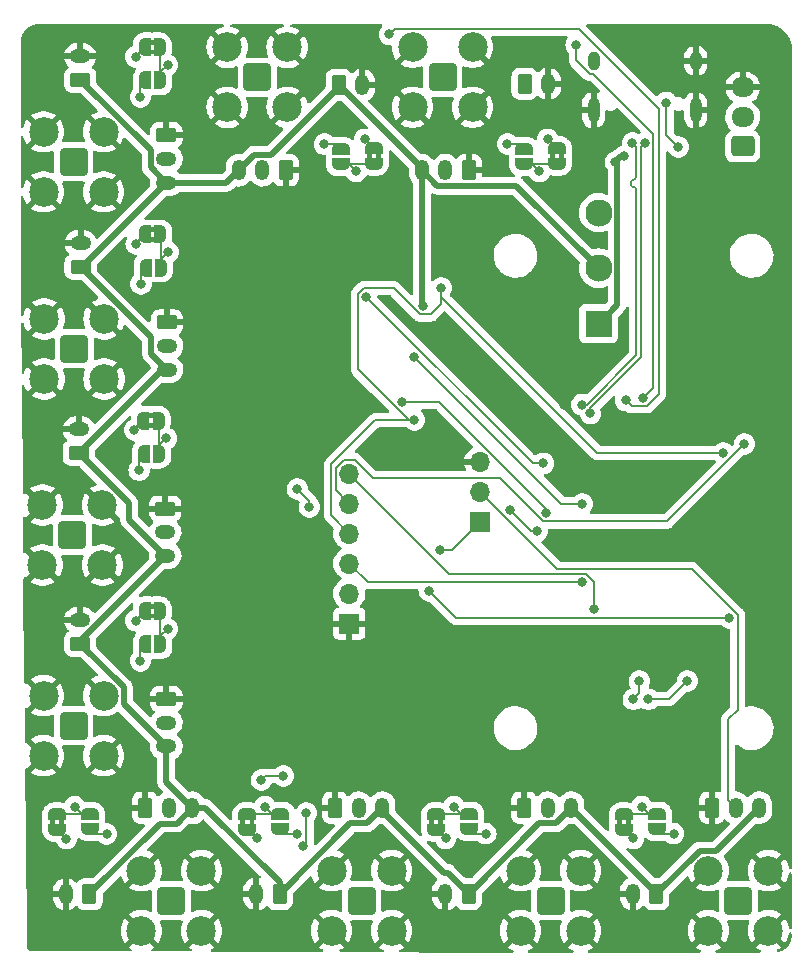
<source format=gbl>
G04 #@! TF.GenerationSoftware,KiCad,Pcbnew,7.0.5-7.0.5~ubuntu22.04.1*
G04 #@! TF.CreationDate,2023-06-19T14:44:42+01:00*
G04 #@! TF.ProjectId,logic_board,6c6f6769-635f-4626-9f61-72642e6b6963,rev?*
G04 #@! TF.SameCoordinates,Original*
G04 #@! TF.FileFunction,Copper,L2,Bot*
G04 #@! TF.FilePolarity,Positive*
%FSLAX46Y46*%
G04 Gerber Fmt 4.6, Leading zero omitted, Abs format (unit mm)*
G04 Created by KiCad (PCBNEW 7.0.5-7.0.5~ubuntu22.04.1) date 2023-06-19 14:44:42*
%MOMM*%
%LPD*%
G01*
G04 APERTURE LIST*
G04 Aperture macros list*
%AMRoundRect*
0 Rectangle with rounded corners*
0 $1 Rounding radius*
0 $2 $3 $4 $5 $6 $7 $8 $9 X,Y pos of 4 corners*
0 Add a 4 corners polygon primitive as box body*
4,1,4,$2,$3,$4,$5,$6,$7,$8,$9,$2,$3,0*
0 Add four circle primitives for the rounded corners*
1,1,$1+$1,$2,$3*
1,1,$1+$1,$4,$5*
1,1,$1+$1,$6,$7*
1,1,$1+$1,$8,$9*
0 Add four rect primitives between the rounded corners*
20,1,$1+$1,$2,$3,$4,$5,0*
20,1,$1+$1,$4,$5,$6,$7,0*
20,1,$1+$1,$6,$7,$8,$9,0*
20,1,$1+$1,$8,$9,$2,$3,0*%
%AMFreePoly0*
4,1,19,0.500000,-0.750000,0.000000,-0.750000,0.000000,-0.744911,-0.071157,-0.744911,-0.207708,-0.704816,-0.327430,-0.627875,-0.420627,-0.520320,-0.479746,-0.390866,-0.500000,-0.250000,-0.500000,0.250000,-0.479746,0.390866,-0.420627,0.520320,-0.327430,0.627875,-0.207708,0.704816,-0.071157,0.744911,0.000000,0.744911,0.000000,0.750000,0.500000,0.750000,0.500000,-0.750000,0.500000,-0.750000,
$1*%
%AMFreePoly1*
4,1,19,0.000000,0.744911,0.071157,0.744911,0.207708,0.704816,0.327430,0.627875,0.420627,0.520320,0.479746,0.390866,0.500000,0.250000,0.500000,-0.250000,0.479746,-0.390866,0.420627,-0.520320,0.327430,-0.627875,0.207708,-0.704816,0.071157,-0.744911,0.000000,-0.744911,0.000000,-0.750000,-0.500000,-0.750000,-0.500000,0.750000,0.000000,0.750000,0.000000,0.744911,0.000000,0.744911,
$1*%
G04 Aperture macros list end*
G04 #@! TA.AperFunction,ComponentPad*
%ADD10RoundRect,0.250000X0.350000X0.625000X-0.350000X0.625000X-0.350000X-0.625000X0.350000X-0.625000X0*%
G04 #@! TD*
G04 #@! TA.AperFunction,ComponentPad*
%ADD11O,1.200000X1.750000*%
G04 #@! TD*
G04 #@! TA.AperFunction,ComponentPad*
%ADD12RoundRect,0.250000X-0.625000X0.350000X-0.625000X-0.350000X0.625000X-0.350000X0.625000X0.350000X0*%
G04 #@! TD*
G04 #@! TA.AperFunction,ComponentPad*
%ADD13O,1.750000X1.200000*%
G04 #@! TD*
G04 #@! TA.AperFunction,ComponentPad*
%ADD14RoundRect,0.200100X0.949900X0.949900X-0.949900X0.949900X-0.949900X-0.949900X0.949900X-0.949900X0*%
G04 #@! TD*
G04 #@! TA.AperFunction,ComponentPad*
%ADD15C,2.500000*%
G04 #@! TD*
G04 #@! TA.AperFunction,ComponentPad*
%ADD16RoundRect,0.200100X-0.949900X-0.949900X0.949900X-0.949900X0.949900X0.949900X-0.949900X0.949900X0*%
G04 #@! TD*
G04 #@! TA.AperFunction,ComponentPad*
%ADD17RoundRect,0.250000X0.725000X-0.600000X0.725000X0.600000X-0.725000X0.600000X-0.725000X-0.600000X0*%
G04 #@! TD*
G04 #@! TA.AperFunction,ComponentPad*
%ADD18O,1.950000X1.700000*%
G04 #@! TD*
G04 #@! TA.AperFunction,ComponentPad*
%ADD19RoundRect,0.250000X-0.350000X-0.625000X0.350000X-0.625000X0.350000X0.625000X-0.350000X0.625000X0*%
G04 #@! TD*
G04 #@! TA.AperFunction,ComponentPad*
%ADD20RoundRect,0.200100X0.949900X-0.949900X0.949900X0.949900X-0.949900X0.949900X-0.949900X-0.949900X0*%
G04 #@! TD*
G04 #@! TA.AperFunction,ComponentPad*
%ADD21R,1.700000X1.700000*%
G04 #@! TD*
G04 #@! TA.AperFunction,ComponentPad*
%ADD22O,1.700000X1.700000*%
G04 #@! TD*
G04 #@! TA.AperFunction,ComponentPad*
%ADD23RoundRect,0.250000X0.625000X-0.350000X0.625000X0.350000X-0.625000X0.350000X-0.625000X-0.350000X0*%
G04 #@! TD*
G04 #@! TA.AperFunction,ComponentPad*
%ADD24O,1.000000X2.100000*%
G04 #@! TD*
G04 #@! TA.AperFunction,ComponentPad*
%ADD25O,1.000000X1.600000*%
G04 #@! TD*
G04 #@! TA.AperFunction,ComponentPad*
%ADD26R,2.300000X2.300000*%
G04 #@! TD*
G04 #@! TA.AperFunction,ComponentPad*
%ADD27C,2.300000*%
G04 #@! TD*
G04 #@! TA.AperFunction,SMDPad,CuDef*
%ADD28FreePoly0,270.000000*%
G04 #@! TD*
G04 #@! TA.AperFunction,SMDPad,CuDef*
%ADD29FreePoly1,270.000000*%
G04 #@! TD*
G04 #@! TA.AperFunction,SMDPad,CuDef*
%ADD30FreePoly0,0.000000*%
G04 #@! TD*
G04 #@! TA.AperFunction,SMDPad,CuDef*
%ADD31FreePoly1,0.000000*%
G04 #@! TD*
G04 #@! TA.AperFunction,SMDPad,CuDef*
%ADD32FreePoly0,90.000000*%
G04 #@! TD*
G04 #@! TA.AperFunction,SMDPad,CuDef*
%ADD33FreePoly1,90.000000*%
G04 #@! TD*
G04 #@! TA.AperFunction,SMDPad,CuDef*
%ADD34FreePoly0,180.000000*%
G04 #@! TD*
G04 #@! TA.AperFunction,SMDPad,CuDef*
%ADD35FreePoly1,180.000000*%
G04 #@! TD*
G04 #@! TA.AperFunction,ViaPad*
%ADD36C,0.800000*%
G04 #@! TD*
G04 #@! TA.AperFunction,Conductor*
%ADD37C,0.500000*%
G04 #@! TD*
G04 #@! TA.AperFunction,Conductor*
%ADD38C,0.200000*%
G04 #@! TD*
G04 APERTURE END LIST*
G04 #@! TA.AperFunction,EtchedComponent*
G04 #@! TO.C,JP14*
G36*
X102827148Y-65809999D02*
G01*
X102427148Y-65809999D01*
X102427148Y-65309999D01*
X102827148Y-65309999D01*
X102827148Y-65809999D01*
G37*
G04 #@! TD.AperFunction*
G04 #@! TA.AperFunction,EtchedComponent*
G36*
X102027148Y-65809999D02*
G01*
X101627148Y-65809999D01*
X101627148Y-65309999D01*
X102027148Y-65309999D01*
X102027148Y-65809999D01*
G37*
G04 #@! TD.AperFunction*
G04 #@! TA.AperFunction,EtchedComponent*
G04 #@! TO.C,JP15*
G36*
X83697147Y-56160000D02*
G01*
X83197147Y-56160000D01*
X83197147Y-55760000D01*
X83697147Y-55760000D01*
X83697147Y-56160000D01*
G37*
G04 #@! TD.AperFunction*
G04 #@! TA.AperFunction,EtchedComponent*
G36*
X83697147Y-56960000D02*
G01*
X83197147Y-56960000D01*
X83197147Y-56560000D01*
X83697147Y-56560000D01*
X83697147Y-56960000D01*
G37*
G04 #@! TD.AperFunction*
G04 #@! TA.AperFunction,EtchedComponent*
G04 #@! TO.C,JP13*
G36*
X107287148Y-122190000D02*
G01*
X106887148Y-122190000D01*
X106887148Y-121690000D01*
X107287148Y-121690000D01*
X107287148Y-122190000D01*
G37*
G04 #@! TD.AperFunction*
G04 #@! TA.AperFunction,EtchedComponent*
G36*
X108087148Y-122190000D02*
G01*
X107687148Y-122190000D01*
X107687148Y-121690000D01*
X108087148Y-121690000D01*
X108087148Y-122190000D01*
G37*
G04 #@! TD.AperFunction*
G04 #@! TA.AperFunction,EtchedComponent*
G04 #@! TO.C,JP18*
G36*
X83747147Y-72000000D02*
G01*
X83247147Y-72000000D01*
X83247147Y-71600000D01*
X83747147Y-71600000D01*
X83747147Y-72000000D01*
G37*
G04 #@! TD.AperFunction*
G04 #@! TA.AperFunction,EtchedComponent*
G36*
X83747147Y-72800000D02*
G01*
X83247147Y-72800000D01*
X83247147Y-72400000D01*
X83747147Y-72400000D01*
X83747147Y-72800000D01*
G37*
G04 #@! TD.AperFunction*
G04 #@! TA.AperFunction,EtchedComponent*
G04 #@! TO.C,JP19*
G36*
X83597147Y-87760000D02*
G01*
X83097147Y-87760000D01*
X83097147Y-87360000D01*
X83597147Y-87360000D01*
X83597147Y-87760000D01*
G37*
G04 #@! TD.AperFunction*
G04 #@! TA.AperFunction,EtchedComponent*
G36*
X83597147Y-88560000D02*
G01*
X83097147Y-88560000D01*
X83097147Y-88160000D01*
X83597147Y-88160000D01*
X83597147Y-88560000D01*
G37*
G04 #@! TD.AperFunction*
G04 #@! TA.AperFunction,EtchedComponent*
G04 #@! TO.C,JP20*
G36*
X123187148Y-122190000D02*
G01*
X122787148Y-122190000D01*
X122787148Y-121690000D01*
X123187148Y-121690000D01*
X123187148Y-122190000D01*
G37*
G04 #@! TD.AperFunction*
G04 #@! TA.AperFunction,EtchedComponent*
G36*
X123987148Y-122190000D02*
G01*
X123587148Y-122190000D01*
X123587148Y-121690000D01*
X123987148Y-121690000D01*
X123987148Y-122190000D01*
G37*
G04 #@! TD.AperFunction*
G04 #@! TA.AperFunction,EtchedComponent*
G04 #@! TO.C,JP16*
G36*
X91287148Y-122190000D02*
G01*
X90887148Y-122190000D01*
X90887148Y-121690000D01*
X91287148Y-121690000D01*
X91287148Y-122190000D01*
G37*
G04 #@! TD.AperFunction*
G04 #@! TA.AperFunction,EtchedComponent*
G36*
X92087148Y-122190000D02*
G01*
X91687148Y-122190000D01*
X91687148Y-121690000D01*
X92087148Y-121690000D01*
X92087148Y-122190000D01*
G37*
G04 #@! TD.AperFunction*
G04 #@! TA.AperFunction,EtchedComponent*
G04 #@! TO.C,JP17*
G36*
X118327148Y-65799999D02*
G01*
X117927148Y-65799999D01*
X117927148Y-65299999D01*
X118327148Y-65299999D01*
X118327148Y-65799999D01*
G37*
G04 #@! TD.AperFunction*
G04 #@! TA.AperFunction,EtchedComponent*
G36*
X117527148Y-65799999D02*
G01*
X117127148Y-65799999D01*
X117127148Y-65299999D01*
X117527148Y-65299999D01*
X117527148Y-65799999D01*
G37*
G04 #@! TD.AperFunction*
G04 #@! TA.AperFunction,EtchedComponent*
G04 #@! TO.C,JP12*
G36*
X83697147Y-103900000D02*
G01*
X83197147Y-103900000D01*
X83197147Y-103500000D01*
X83697147Y-103500000D01*
X83697147Y-103900000D01*
G37*
G04 #@! TD.AperFunction*
G04 #@! TA.AperFunction,EtchedComponent*
G36*
X83697147Y-104700000D02*
G01*
X83197147Y-104700000D01*
X83197147Y-104300000D01*
X83697147Y-104300000D01*
X83697147Y-104700000D01*
G37*
G04 #@! TD.AperFunction*
G04 #@! TA.AperFunction,EtchedComponent*
G04 #@! TO.C,JP11*
G36*
X75187148Y-122200000D02*
G01*
X74787148Y-122200000D01*
X74787148Y-121700000D01*
X75187148Y-121700000D01*
X75187148Y-122200000D01*
G37*
G04 #@! TD.AperFunction*
G04 #@! TA.AperFunction,EtchedComponent*
G36*
X75987148Y-122200000D02*
G01*
X75587148Y-122200000D01*
X75587148Y-121700000D01*
X75987148Y-121700000D01*
X75987148Y-122200000D01*
G37*
G04 #@! TD.AperFunction*
G04 #@! TD*
D10*
G04 #@! TO.P,J30,1,Pin_1*
G04 #@! TO.N,+BATT*
X94237148Y-128040000D03*
D11*
G04 #@! TO.P,J30,2,Pin_2*
G04 #@! TO.N,GND*
X92237148Y-128040000D03*
G04 #@! TD*
D12*
G04 #@! TO.P,J13,1,Pin_1*
G04 #@! TO.N,GND*
X84547148Y-95410000D03*
D13*
G04 #@! TO.P,J13,2,Pin_2*
G04 #@! TO.N,/meter_connection8/SIG_IN*
X84547148Y-97410000D03*
G04 #@! TO.P,J13,3,Pin_3*
G04 #@! TO.N,+BATT*
X84547148Y-99410000D03*
G04 #@! TD*
D14*
G04 #@! TO.P,J15,1,In*
G04 #@! TO.N,/meter_connection/SIG_IN*
X85077148Y-128610000D03*
D15*
G04 #@! TO.P,J15,2,Ext*
G04 #@! TO.N,GND*
X87617148Y-131150000D03*
X87617148Y-126070000D03*
X82537148Y-131150000D03*
X82537148Y-126070000D03*
G04 #@! TD*
D16*
G04 #@! TO.P,J21,1,In*
G04 #@! TO.N,/meter_connection6/SIG_IN*
X108037148Y-58890000D03*
D15*
G04 #@! TO.P,J21,2,Ext*
G04 #@! TO.N,GND*
X105497148Y-56350000D03*
X105497148Y-61430000D03*
X110577148Y-56350000D03*
X110577148Y-61430000D03*
G04 #@! TD*
D10*
G04 #@! TO.P,J27,1,Pin_1*
G04 #@! TO.N,+BATT*
X110237148Y-128040000D03*
D11*
G04 #@! TO.P,J27,2,Pin_2*
G04 #@! TO.N,GND*
X108237148Y-128040000D03*
G04 #@! TD*
D10*
G04 #@! TO.P,J8,1,Pin_1*
G04 #@! TO.N,GND*
X94777148Y-66760000D03*
D11*
G04 #@! TO.P,J8,2,Pin_2*
G04 #@! TO.N,/meter_connection3/SIG_IN*
X92777148Y-66760000D03*
G04 #@! TO.P,J8,3,Pin_3*
G04 #@! TO.N,+BATT*
X90777148Y-66760000D03*
G04 #@! TD*
D17*
G04 #@! TO.P,J3,1,Pin_1*
G04 #@! TO.N,+8V*
X133450000Y-64750000D03*
D18*
G04 #@! TO.P,J3,2,Pin_2*
G04 #@! TO.N,unconnected-(J3-Pin_2-Pad2)*
X133450000Y-62250000D03*
G04 #@! TO.P,J3,3,Pin_3*
G04 #@! TO.N,GND*
X133450000Y-59750000D03*
G04 #@! TD*
D19*
G04 #@! TO.P,J7,1,Pin_1*
G04 #@! TO.N,GND*
X114937148Y-120740000D03*
D11*
G04 #@! TO.P,J7,2,Pin_2*
G04 #@! TO.N,/meter_connection2/SIG_IN*
X116937148Y-120740000D03*
G04 #@! TO.P,J7,3,Pin_3*
G04 #@! TO.N,+BATT*
X118937148Y-120740000D03*
G04 #@! TD*
D10*
G04 #@! TO.P,J25,1,Pin_1*
G04 #@! TO.N,+BATT*
X78137148Y-128050000D03*
D11*
G04 #@! TO.P,J25,2,Pin_2*
G04 #@! TO.N,GND*
X76137148Y-128050000D03*
G04 #@! TD*
D19*
G04 #@! TO.P,J28,1,Pin_1*
G04 #@! TO.N,+BATT*
X99237148Y-59550000D03*
D11*
G04 #@! TO.P,J28,2,Pin_2*
G04 #@! TO.N,GND*
X101237148Y-59550000D03*
G04 #@! TD*
D14*
G04 #@! TO.P,J20,1,In*
G04 #@! TO.N,/meter_connection5/SIG_IN*
X101177148Y-128600000D03*
D15*
G04 #@! TO.P,J20,2,Ext*
G04 #@! TO.N,GND*
X103717148Y-131140000D03*
X103717148Y-126060000D03*
X98637148Y-131140000D03*
X98637148Y-126060000D03*
G04 #@! TD*
D14*
G04 #@! TO.P,J24,1,In*
G04 #@! TO.N,/meter_connection9/SIG_IN*
X133077148Y-128600000D03*
D15*
G04 #@! TO.P,J24,2,Ext*
G04 #@! TO.N,GND*
X135617148Y-131140000D03*
X135617148Y-126060000D03*
X130537148Y-131140000D03*
X130537148Y-126060000D03*
G04 #@! TD*
D10*
G04 #@! TO.P,J34,1,Pin_1*
G04 #@! TO.N,+BATT*
X126137148Y-128040000D03*
D11*
G04 #@! TO.P,J34,2,Pin_2*
G04 #@! TO.N,GND*
X124137148Y-128040000D03*
G04 #@! TD*
D12*
G04 #@! TO.P,J6,1,Pin_1*
G04 #@! TO.N,GND*
X84647148Y-111550000D03*
D13*
G04 #@! TO.P,J6,2,Pin_2*
G04 #@! TO.N,/meter_connection1/SIG_IN*
X84647148Y-113550000D03*
G04 #@! TO.P,J6,3,Pin_3*
G04 #@! TO.N,+BATT*
X84647148Y-115550000D03*
G04 #@! TD*
D16*
G04 #@! TO.P,J18,1,In*
G04 #@! TO.N,/meter_connection3/SIG_IN*
X92337148Y-58900000D03*
D15*
G04 #@! TO.P,J18,2,Ext*
G04 #@! TO.N,GND*
X89797148Y-56360000D03*
X89797148Y-61440000D03*
X94877148Y-56360000D03*
X94877148Y-61440000D03*
G04 #@! TD*
D20*
G04 #@! TO.P,J16,1,In*
G04 #@! TO.N,/meter_connection1/SIG_IN*
X76787148Y-113790000D03*
D15*
G04 #@! TO.P,J16,2,Ext*
G04 #@! TO.N,GND*
X74247148Y-116330000D03*
X79327148Y-116330000D03*
X74247148Y-111250000D03*
X79327148Y-111250000D03*
G04 #@! TD*
D21*
G04 #@! TO.P,J2,1,Pin_1*
G04 #@! TO.N,GND*
X100137148Y-105150000D03*
D22*
G04 #@! TO.P,J2,2,Pin_2*
G04 #@! TO.N,TX*
X100137148Y-102610000D03*
G04 #@! TO.P,J2,3,Pin_3*
G04 #@! TO.N,RX*
X100137148Y-100070000D03*
G04 #@! TO.P,J2,4,Pin_4*
G04 #@! TO.N,+3V3*
X100137148Y-97530000D03*
G04 #@! TO.P,J2,5,Pin_5*
G04 #@! TO.N,EN*
X100137148Y-94990000D03*
G04 #@! TO.P,J2,6,Pin_6*
G04 #@! TO.N,GPIO0*
X100137148Y-92450000D03*
G04 #@! TD*
D12*
G04 #@! TO.P,J12,1,Pin_1*
G04 #@! TO.N,GND*
X84697148Y-79650000D03*
D13*
G04 #@! TO.P,J12,2,Pin_2*
G04 #@! TO.N,/meter_connection7/SIG_IN*
X84697148Y-81650000D03*
G04 #@! TO.P,J12,3,Pin_3*
G04 #@! TO.N,+BATT*
X84697148Y-83650000D03*
G04 #@! TD*
D21*
G04 #@! TO.P,J1,1,Pin_1*
G04 #@! TO.N,+BATT*
X111200000Y-96540000D03*
D22*
G04 #@! TO.P,J1,2,Pin_2*
G04 #@! TO.N,/meter_connection9/SIG_IN*
X111200000Y-94000000D03*
G04 #@! TO.P,J1,3,Pin_3*
G04 #@! TO.N,GND*
X111200000Y-91460000D03*
G04 #@! TD*
D19*
G04 #@! TO.P,J10,1,Pin_1*
G04 #@! TO.N,GND*
X98937148Y-120740000D03*
D11*
G04 #@! TO.P,J10,2,Pin_2*
G04 #@! TO.N,/meter_connection5/SIG_IN*
X100937148Y-120740000D03*
G04 #@! TO.P,J10,3,Pin_3*
G04 #@! TO.N,+BATT*
X102937148Y-120740000D03*
G04 #@! TD*
D23*
G04 #@! TO.P,J26,1,Pin_1*
G04 #@! TO.N,+BATT*
X77347147Y-106850000D03*
D13*
G04 #@! TO.P,J26,2,Pin_2*
G04 #@! TO.N,GND*
X77347147Y-104850000D03*
G04 #@! TD*
D10*
G04 #@! TO.P,J11,1,Pin_1*
G04 #@! TO.N,GND*
X110277148Y-66750000D03*
D11*
G04 #@! TO.P,J11,2,Pin_2*
G04 #@! TO.N,/meter_connection6/SIG_IN*
X108277148Y-66750000D03*
G04 #@! TO.P,J11,3,Pin_3*
G04 #@! TO.N,+BATT*
X106277148Y-66750000D03*
G04 #@! TD*
D12*
G04 #@! TO.P,J9,1,Pin_1*
G04 #@! TO.N,GND*
X84647148Y-63810000D03*
D13*
G04 #@! TO.P,J9,2,Pin_2*
G04 #@! TO.N,/meter_connection4/SIG_IN*
X84647148Y-65810000D03*
G04 #@! TO.P,J9,3,Pin_3*
G04 #@! TO.N,+BATT*
X84647148Y-67810000D03*
G04 #@! TD*
D19*
G04 #@! TO.P,J31,1,Pin_1*
G04 #@! TO.N,+BATT*
X114977148Y-59449999D03*
D11*
G04 #@! TO.P,J31,2,Pin_2*
G04 #@! TO.N,GND*
X116977148Y-59449999D03*
G04 #@! TD*
D23*
G04 #@! TO.P,J32,1,Pin_1*
G04 #@! TO.N,+BATT*
X77397147Y-74950000D03*
D13*
G04 #@! TO.P,J32,2,Pin_2*
G04 #@! TO.N,GND*
X77397147Y-72950000D03*
G04 #@! TD*
D23*
G04 #@! TO.P,J33,1,Pin_1*
G04 #@! TO.N,+BATT*
X77247147Y-90710000D03*
D13*
G04 #@! TO.P,J33,2,Pin_2*
G04 #@! TO.N,GND*
X77247147Y-88710000D03*
G04 #@! TD*
D19*
G04 #@! TO.P,J14,1,Pin_1*
G04 #@! TO.N,GND*
X130837148Y-120740000D03*
D11*
G04 #@! TO.P,J14,2,Pin_2*
G04 #@! TO.N,/meter_connection9/SIG_IN*
X132837148Y-120740000D03*
G04 #@! TO.P,J14,3,Pin_3*
G04 #@! TO.N,+BATT*
X134837148Y-120740000D03*
G04 #@! TD*
D20*
G04 #@! TO.P,J22,1,In*
G04 #@! TO.N,/meter_connection7/SIG_IN*
X76837148Y-81890000D03*
D15*
G04 #@! TO.P,J22,2,Ext*
G04 #@! TO.N,GND*
X74297148Y-84430000D03*
X79377148Y-84430000D03*
X74297148Y-79350000D03*
X79377148Y-79350000D03*
G04 #@! TD*
D20*
G04 #@! TO.P,J23,1,In*
G04 #@! TO.N,/meter_connection8/SIG_IN*
X76687148Y-97650000D03*
D15*
G04 #@! TO.P,J23,2,Ext*
G04 #@! TO.N,GND*
X74147148Y-100190000D03*
X79227148Y-100190000D03*
X74147148Y-95110000D03*
X79227148Y-95110000D03*
G04 #@! TD*
D23*
G04 #@! TO.P,J29,1,Pin_1*
G04 #@! TO.N,+BATT*
X77347147Y-59110000D03*
D13*
G04 #@! TO.P,J29,2,Pin_2*
G04 #@! TO.N,GND*
X77347147Y-57110000D03*
G04 #@! TD*
D24*
G04 #@! TO.P,J4,S1,SHIELD*
G04 #@! TO.N,GND*
X129457148Y-61680000D03*
D25*
X129457148Y-57500000D03*
D24*
X120817148Y-61680000D03*
D25*
X120817148Y-57500000D03*
G04 #@! TD*
D19*
G04 #@! TO.P,J5,1,Pin_1*
G04 #@! TO.N,GND*
X82837148Y-120750000D03*
D11*
G04 #@! TO.P,J5,2,Pin_2*
G04 #@! TO.N,/meter_connection/SIG_IN*
X84837148Y-120750000D03*
G04 #@! TO.P,J5,3,Pin_3*
G04 #@! TO.N,+BATT*
X86837148Y-120750000D03*
G04 #@! TD*
D20*
G04 #@! TO.P,J19,1,In*
G04 #@! TO.N,/meter_connection4/SIG_IN*
X76787148Y-66050000D03*
D15*
G04 #@! TO.P,J19,2,Ext*
G04 #@! TO.N,GND*
X74247148Y-68590000D03*
X79327148Y-68590000D03*
X74247148Y-63510000D03*
X79327148Y-63510000D03*
G04 #@! TD*
D14*
G04 #@! TO.P,J17,1,In*
G04 #@! TO.N,/meter_connection2/SIG_IN*
X117177148Y-128600000D03*
D15*
G04 #@! TO.P,J17,2,Ext*
G04 #@! TO.N,GND*
X119717148Y-131140000D03*
X119717148Y-126060000D03*
X114637148Y-131140000D03*
X114637148Y-126060000D03*
G04 #@! TD*
D26*
G04 #@! TO.P,SW1,1,A*
G04 #@! TO.N,VBUS*
X121237148Y-79750000D03*
D27*
G04 #@! TO.P,SW1,2,B*
G04 #@! TO.N,+BATT*
X121237148Y-75050000D03*
G04 #@! TO.P,SW1,3,C*
G04 #@! TO.N,+8V*
X121237148Y-70350000D03*
G04 #@! TD*
D28*
G04 #@! TO.P,JP14,1,A*
G04 #@! TO.N,Net-(D15-K)*
X102227148Y-64909999D03*
D29*
G04 #@! TO.P,JP14,2,B*
G04 #@! TO.N,ADC4*
X102227148Y-66209999D03*
G04 #@! TD*
D30*
G04 #@! TO.P,JP15,1,A*
G04 #@! TO.N,Net-(D16-K)*
X82797147Y-56360000D03*
D31*
G04 #@! TO.P,JP15,2,B*
G04 #@! TO.N,ADC5*
X84097147Y-56360000D03*
G04 #@! TD*
D32*
G04 #@! TO.P,JP13,1,A*
G04 #@! TO.N,Net-(D14-K)*
X107487148Y-122590000D03*
D33*
G04 #@! TO.P,JP13,2,B*
G04 #@! TO.N,ADC1*
X107487148Y-121290000D03*
G04 #@! TD*
D30*
G04 #@! TO.P,JP18,1,A*
G04 #@! TO.N,Net-(D19-K)*
X82847147Y-72200000D03*
D31*
G04 #@! TO.P,JP18,2,B*
G04 #@! TO.N,ADC6*
X84147147Y-72200000D03*
G04 #@! TD*
D30*
G04 #@! TO.P,JP19,1,A*
G04 #@! TO.N,Net-(D20-K)*
X82697147Y-87960000D03*
D31*
G04 #@! TO.P,JP19,2,B*
G04 #@! TO.N,ADC7*
X83997147Y-87960000D03*
G04 #@! TD*
D34*
G04 #@! TO.P,JP2,1,A*
G04 #@! TO.N,ADC2*
X84147148Y-106900000D03*
D35*
G04 #@! TO.P,JP2,2,B*
G04 #@! TO.N,/meter_connection1/SIG_IN*
X82847148Y-106900000D03*
G04 #@! TD*
D28*
G04 #@! TO.P,JP6,1,A*
G04 #@! TO.N,ADC9*
X94287148Y-121240000D03*
D29*
G04 #@! TO.P,JP6,2,B*
G04 #@! TO.N,/meter_connection5/SIG_IN*
X94287148Y-122540000D03*
G04 #@! TD*
D28*
G04 #@! TO.P,JP10,1,A*
G04 #@! TO.N,ADC0*
X126187148Y-121240000D03*
D29*
G04 #@! TO.P,JP10,2,B*
G04 #@! TO.N,/meter_connection9/SIG_IN*
X126187148Y-122540000D03*
G04 #@! TD*
D28*
G04 #@! TO.P,JP3,1,A*
G04 #@! TO.N,ADC1*
X110287148Y-121240000D03*
D29*
G04 #@! TO.P,JP3,2,B*
G04 #@! TO.N,/meter_connection2/SIG_IN*
X110287148Y-122540000D03*
G04 #@! TD*
D32*
G04 #@! TO.P,JP20,1,A*
G04 #@! TO.N,Net-(D21-K)*
X123387148Y-122590000D03*
D33*
G04 #@! TO.P,JP20,2,B*
G04 #@! TO.N,ADC0*
X123387148Y-121290000D03*
G04 #@! TD*
D32*
G04 #@! TO.P,JP16,1,A*
G04 #@! TO.N,Net-(D17-K)*
X91487148Y-122590000D03*
D33*
G04 #@! TO.P,JP16,2,B*
G04 #@! TO.N,ADC9*
X91487148Y-121290000D03*
G04 #@! TD*
D28*
G04 #@! TO.P,JP17,1,A*
G04 #@! TO.N,Net-(D18-K)*
X117727148Y-64899999D03*
D29*
G04 #@! TO.P,JP17,2,B*
G04 #@! TO.N,ADC3*
X117727148Y-66199999D03*
G04 #@! TD*
D32*
G04 #@! TO.P,JP7,1,A*
G04 #@! TO.N,ADC3*
X114927148Y-66249999D03*
D33*
G04 #@! TO.P,JP7,2,B*
G04 #@! TO.N,/meter_connection6/SIG_IN*
X114927148Y-64949999D03*
G04 #@! TD*
D30*
G04 #@! TO.P,JP12,1,A*
G04 #@! TO.N,Net-(D13-K)*
X82797147Y-104100000D03*
D31*
G04 #@! TO.P,JP12,2,B*
G04 #@! TO.N,ADC2*
X84097147Y-104100000D03*
G04 #@! TD*
D34*
G04 #@! TO.P,JP5,1,A*
G04 #@! TO.N,ADC5*
X84147148Y-59160000D03*
D35*
G04 #@! TO.P,JP5,2,B*
G04 #@! TO.N,/meter_connection4/SIG_IN*
X82847148Y-59160000D03*
G04 #@! TD*
D32*
G04 #@! TO.P,JP11,1,A*
G04 #@! TO.N,Net-(D12-K)*
X75387148Y-122600000D03*
D33*
G04 #@! TO.P,JP11,2,B*
G04 #@! TO.N,ADC8*
X75387148Y-121300000D03*
G04 #@! TD*
D34*
G04 #@! TO.P,JP9,1,A*
G04 #@! TO.N,ADC7*
X84047148Y-90760000D03*
D35*
G04 #@! TO.P,JP9,2,B*
G04 #@! TO.N,/meter_connection8/SIG_IN*
X82747148Y-90760000D03*
G04 #@! TD*
D32*
G04 #@! TO.P,JP4,1,A*
G04 #@! TO.N,ADC4*
X99427148Y-66259999D03*
D33*
G04 #@! TO.P,JP4,2,B*
G04 #@! TO.N,/meter_connection3/SIG_IN*
X99427148Y-64959999D03*
G04 #@! TD*
D34*
G04 #@! TO.P,JP8,1,A*
G04 #@! TO.N,ADC6*
X84197148Y-75000000D03*
D35*
G04 #@! TO.P,JP8,2,B*
G04 #@! TO.N,/meter_connection7/SIG_IN*
X82897148Y-75000000D03*
G04 #@! TD*
D28*
G04 #@! TO.P,JP1,1,A*
G04 #@! TO.N,ADC8*
X78187148Y-121250000D03*
D29*
G04 #@! TO.P,JP1,2,B*
G04 #@! TO.N,/meter_connection/SIG_IN*
X78187148Y-122550000D03*
G04 #@! TD*
D36*
G04 #@! TO.N,GND*
X84537148Y-61550000D03*
X99537148Y-75550000D03*
X90537148Y-103550000D03*
X128537148Y-128550000D03*
X80537148Y-59550000D03*
X102750000Y-89200000D03*
X120537148Y-77550000D03*
X87537148Y-88550000D03*
X124537148Y-118550000D03*
X127537148Y-75550000D03*
X92200000Y-84800000D03*
X87537148Y-69550000D03*
X115700000Y-83300000D03*
X116537148Y-118550000D03*
X85600000Y-91800000D03*
X89600000Y-91800000D03*
X99537148Y-80550000D03*
X91537148Y-115550000D03*
X115537148Y-79550000D03*
X135537148Y-103550000D03*
X112537148Y-80550000D03*
X136537148Y-85550000D03*
X120537148Y-97550000D03*
X79537148Y-57550000D03*
X76537148Y-61550000D03*
X87537148Y-106550000D03*
X82537148Y-83550000D03*
X104537148Y-115550000D03*
X93537148Y-69550000D03*
X95537148Y-129550000D03*
X98537148Y-109550000D03*
X121500000Y-83500000D03*
X135537148Y-84550000D03*
X99537148Y-82550000D03*
X119000000Y-83400000D03*
X134537148Y-110550000D03*
X81537148Y-67550000D03*
X80537148Y-106550000D03*
X76537148Y-125550000D03*
X121200000Y-112600000D03*
X120537148Y-117550000D03*
X90537148Y-72550000D03*
X113537148Y-69550000D03*
X133537148Y-92550000D03*
X107537148Y-71550000D03*
X86537148Y-87550000D03*
X106200000Y-113600000D03*
X95537148Y-97550000D03*
X118300000Y-86600000D03*
X126537148Y-113550000D03*
X108100000Y-91700000D03*
X96800000Y-91600000D03*
X77537148Y-61550000D03*
X94537148Y-113550000D03*
X119537148Y-118550000D03*
X112537148Y-120550000D03*
X89537148Y-88550000D03*
X136537148Y-92550000D03*
X86537148Y-72550000D03*
X87537148Y-115550000D03*
X87537148Y-109550000D03*
X89100000Y-119000000D03*
X87900000Y-84900000D03*
X114400000Y-87900000D03*
X95537148Y-83550000D03*
X87400000Y-100000000D03*
X109200000Y-83300000D03*
X96537148Y-72550000D03*
X102537148Y-70550000D03*
X104537148Y-72550000D03*
X108537148Y-117550000D03*
X112800000Y-106600000D03*
X130027148Y-84106000D03*
X109200000Y-110600000D03*
X120537148Y-99550000D03*
X106537148Y-129550000D03*
X88537148Y-87550000D03*
X124537148Y-116550000D03*
X119537148Y-123550000D03*
X100537148Y-68550000D03*
X129700000Y-79000000D03*
X103400000Y-104100000D03*
X117537148Y-106550000D03*
X107850000Y-88750000D03*
X101537148Y-118550000D03*
X93537148Y-100550000D03*
X87537148Y-112550000D03*
X119000000Y-114800000D03*
X88537148Y-72550000D03*
X105537148Y-120550000D03*
G04 #@! TO.N,+3V3*
X105643148Y-87916000D03*
X107929148Y-76740000D03*
X131805148Y-90710000D03*
G04 #@! TO.N,EN*
X133583148Y-89948000D03*
G04 #@! TO.N,ADC3*
X116227148Y-66850000D03*
G04 #@! TO.N,ADC4*
X100727148Y-66860000D03*
G04 #@! TO.N,ADC5*
X84747148Y-57860000D03*
G04 #@! TO.N,ADC6*
X84797148Y-73700000D03*
G04 #@! TO.N,LED4*
X103537148Y-55250000D03*
X123537148Y-86250000D03*
G04 #@! TO.N,LED5*
X116565148Y-91584500D03*
X101579148Y-77502000D03*
G04 #@! TO.N,ADC7*
X84647148Y-89460000D03*
G04 #@! TO.N,USB_DN*
X125162148Y-64450000D03*
X120549638Y-87342451D03*
G04 #@! TO.N,USB_DP*
X119807174Y-86599987D03*
X124112148Y-64450000D03*
G04 #@! TO.N,ADC2*
X84747148Y-105600000D03*
G04 #@! TO.N,LED9*
X96245148Y-123984000D03*
X96499148Y-121190000D03*
G04 #@! TO.N,ADC8*
X76887148Y-120650000D03*
G04 #@! TO.N,ADC9*
X92987148Y-120640000D03*
G04 #@! TO.N,LED0*
X128757148Y-110014000D03*
X125455148Y-111549500D03*
G04 #@! TO.N,LED1*
X124693148Y-110014000D03*
X124185148Y-111549500D03*
G04 #@! TO.N,LED2*
X95737148Y-93758000D03*
X116057148Y-97314000D03*
X113771148Y-95536000D03*
X96753148Y-95282000D03*
G04 #@! TO.N,LED3*
X119337148Y-56150000D03*
X125037148Y-86050000D03*
G04 #@! TO.N,LED6*
X105643148Y-82582000D03*
X119867148Y-95028000D03*
G04 #@! TO.N,LED8*
X92689148Y-118396000D03*
X94561260Y-118050132D03*
G04 #@! TO.N,GPIO0*
X120883148Y-103918000D03*
G04 #@! TO.N,LED7*
X116820270Y-95791122D03*
X104627148Y-86392000D03*
G04 #@! TO.N,RX*
X119867148Y-101632000D03*
G04 #@! TO.N,TX*
X106913148Y-102394000D03*
X132313148Y-104680000D03*
G04 #@! TO.N,ADC1*
X108987148Y-120640000D03*
G04 #@! TO.N,ADC0*
X124887148Y-120640000D03*
G04 #@! TO.N,+BATT*
X107800000Y-98900000D03*
X106405148Y-78264000D03*
G04 #@! TO.N,VBUS*
X123423148Y-65564000D03*
X122661148Y-66072000D03*
G04 #@! TO.N,Net-(D12-K)*
X76187148Y-123350000D03*
G04 #@! TO.N,Net-(D13-K)*
X82047148Y-104900000D03*
G04 #@! TO.N,Net-(D14-K)*
X108287148Y-123340000D03*
G04 #@! TO.N,Net-(D15-K)*
X101427148Y-64160000D03*
G04 #@! TO.N,Net-(D16-K)*
X82047148Y-57160000D03*
G04 #@! TO.N,Net-(D17-K)*
X92287148Y-123340000D03*
G04 #@! TO.N,Net-(D18-K)*
X116927148Y-64150000D03*
G04 #@! TO.N,Net-(D19-K)*
X82097148Y-73000000D03*
G04 #@! TO.N,Net-(D20-K)*
X81947148Y-88760000D03*
G04 #@! TO.N,Net-(D21-K)*
X124187148Y-123340000D03*
G04 #@! TO.N,Net-(J4-CC1)*
X127995148Y-64802000D03*
X126979148Y-61029500D03*
G04 #@! TO.N,/meter_connection9/SIG_IN*
X127587148Y-122940000D03*
G04 #@! TO.N,/meter_connection/SIG_IN*
X79587148Y-122950000D03*
G04 #@! TO.N,/meter_connection1/SIG_IN*
X82447148Y-108300000D03*
G04 #@! TO.N,/meter_connection2/SIG_IN*
X111687148Y-122940000D03*
G04 #@! TO.N,/meter_connection3/SIG_IN*
X98027148Y-64560000D03*
G04 #@! TO.N,/meter_connection4/SIG_IN*
X82447148Y-60560000D03*
G04 #@! TO.N,/meter_connection5/SIG_IN*
X95687148Y-122940000D03*
G04 #@! TO.N,/meter_connection6/SIG_IN*
X113527148Y-64550000D03*
G04 #@! TO.N,/meter_connection7/SIG_IN*
X82497148Y-76400000D03*
G04 #@! TO.N,/meter_connection8/SIG_IN*
X82347148Y-92160000D03*
G04 #@! TD*
D37*
G04 #@! TO.N,GND*
X119000000Y-83400000D02*
X119000000Y-85900000D01*
X115700000Y-83300000D02*
X115700000Y-79712852D01*
D38*
X108340000Y-91460000D02*
X108100000Y-91700000D01*
D37*
X119000000Y-85900000D02*
X118300000Y-86600000D01*
X115700000Y-79712852D02*
X115537148Y-79550000D01*
D38*
X111200000Y-91460000D02*
X108340000Y-91460000D01*
G04 #@! TO.N,+3V3*
X107929148Y-78083000D02*
X107929148Y-76740000D01*
X100879148Y-83633950D02*
X100879148Y-77212050D01*
X98587148Y-95980000D02*
X98587148Y-91670000D01*
X121137148Y-90710000D02*
X107929148Y-77502000D01*
X121137148Y-90710000D02*
X131805148Y-90710000D01*
X100137148Y-97530000D02*
X98587148Y-95980000D01*
X98587148Y-91670000D02*
X102341148Y-87916000D01*
X101351198Y-76740000D02*
X103891198Y-76740000D01*
X107929148Y-77502000D02*
X107929148Y-76740000D01*
X100879148Y-77212050D02*
X101351198Y-76740000D01*
X107048148Y-78964000D02*
X107929148Y-78083000D01*
X102341148Y-87916000D02*
X105643148Y-87916000D01*
X106115198Y-78964000D02*
X107048148Y-78964000D01*
X105643148Y-87916000D02*
X105161198Y-87916000D01*
X105161198Y-87916000D02*
X100879148Y-83633950D01*
X103891198Y-76740000D02*
X106115198Y-78964000D01*
G04 #@! TO.N,EN*
X116530320Y-96491122D02*
X127040026Y-96491122D01*
X102163494Y-92850000D02*
X100613494Y-91300000D01*
X98987148Y-91973654D02*
X98987148Y-93840000D01*
X116530320Y-96491122D02*
X112889198Y-92850000D01*
X99660802Y-91300000D02*
X98987148Y-91973654D01*
X112889198Y-92850000D02*
X102163494Y-92850000D01*
X127040026Y-96491122D02*
X133583148Y-89948000D01*
X100613494Y-91300000D02*
X99660802Y-91300000D01*
X98987148Y-93840000D02*
X100137148Y-94990000D01*
G04 #@! TO.N,ADC3*
X114927148Y-66250000D02*
X115627148Y-66250000D01*
X115627148Y-66250000D02*
X116227148Y-66850000D01*
X117677148Y-66250000D02*
X117727148Y-66200000D01*
X114927148Y-66250000D02*
X117677148Y-66250000D01*
G04 #@! TO.N,ADC4*
X99427148Y-66260000D02*
X100127148Y-66260000D01*
X100127148Y-66260000D02*
X100727148Y-66860000D01*
X102177148Y-66260000D02*
X102227148Y-66210000D01*
X99427148Y-66260000D02*
X102177148Y-66260000D01*
G04 #@! TO.N,ADC5*
X84147148Y-58460000D02*
X84747148Y-57860000D01*
X84147148Y-56410000D02*
X84097148Y-56360000D01*
X84147148Y-59160000D02*
X84147148Y-56410000D01*
X84147148Y-59160000D02*
X84147148Y-58460000D01*
G04 #@! TO.N,ADC6*
X84197148Y-75000000D02*
X84197148Y-74300000D01*
X84197148Y-74300000D02*
X84797148Y-73700000D01*
X84197148Y-72250000D02*
X84147148Y-72200000D01*
X84197148Y-75000000D02*
X84197148Y-72250000D01*
G04 #@! TO.N,LED4*
X119548519Y-54800000D02*
X103987148Y-54800000D01*
X103987148Y-54800000D02*
X103537148Y-55250000D01*
X123537148Y-86250000D02*
X124037148Y-86750000D01*
X125327098Y-86750000D02*
X126337148Y-85739950D01*
X124037148Y-86750000D02*
X125327098Y-86750000D01*
X126337148Y-85739950D02*
X126337148Y-61588629D01*
X126337148Y-61588629D02*
X119548519Y-54800000D01*
G04 #@! TO.N,LED5*
X115661648Y-91584500D02*
X101579148Y-77502000D01*
X116565148Y-91584500D02*
X115661648Y-91584500D01*
G04 #@! TO.N,ADC7*
X84047148Y-90760000D02*
X84047148Y-90060000D01*
X84047148Y-88010000D02*
X83997148Y-87960000D01*
X84047148Y-90060000D02*
X84647148Y-89460000D01*
X84047148Y-90760000D02*
X84047148Y-88010000D01*
G04 #@! TO.N,USB_DN*
X124862149Y-64749999D02*
X124862149Y-82605675D01*
X124862149Y-82605675D02*
X120549638Y-86918186D01*
X125162148Y-64450000D02*
X124862149Y-64749999D01*
X120549638Y-86918186D02*
X120549638Y-87342451D01*
G04 #@! TO.N,USB_DP*
X124412147Y-68550000D02*
X124412147Y-82419279D01*
X120231439Y-86599987D02*
X119807174Y-86599987D01*
X124412147Y-82419279D02*
X120231439Y-86599987D01*
X124112148Y-64450000D02*
X124412147Y-64749999D01*
X124412147Y-64749999D02*
X124412147Y-67350000D01*
X124412147Y-68401464D02*
X124412147Y-68550000D01*
X123960683Y-67801464D02*
X123960683Y-67950000D01*
X124412168Y-68401464D02*
G75*
G03*
X124186415Y-68175732I-225768J-36D01*
G01*
X124186415Y-67575783D02*
G75*
G03*
X123960683Y-67801464I-15J-225717D01*
G01*
X124186415Y-67575747D02*
G75*
G03*
X124412147Y-67350000I-15J225747D01*
G01*
X123960668Y-67950000D02*
G75*
G03*
X124186415Y-68175732I225732J0D01*
G01*
G04 #@! TO.N,ADC2*
X84147148Y-106900000D02*
X84147148Y-104150000D01*
X84147148Y-106900000D02*
X84147148Y-106200000D01*
X84147148Y-104150000D02*
X84097148Y-104100000D01*
X84147148Y-106200000D02*
X84747148Y-105600000D01*
G04 #@! TO.N,LED9*
X96499148Y-121190000D02*
X96499148Y-123730000D01*
X96499148Y-123730000D02*
X96245148Y-123984000D01*
G04 #@! TO.N,ADC8*
X75437148Y-121250000D02*
X75387148Y-121300000D01*
X77487148Y-121250000D02*
X76887148Y-120650000D01*
X78187148Y-121250000D02*
X75437148Y-121250000D01*
X78187148Y-121250000D02*
X77487148Y-121250000D01*
G04 #@! TO.N,ADC9*
X93587148Y-121240000D02*
X92987148Y-120640000D01*
X91537148Y-121240000D02*
X91487148Y-121290000D01*
X94287148Y-121240000D02*
X93587148Y-121240000D01*
X94287148Y-121240000D02*
X91537148Y-121240000D01*
G04 #@! TO.N,LED0*
X128757148Y-110014000D02*
X127221648Y-111549500D01*
X127221648Y-111549500D02*
X125455148Y-111549500D01*
G04 #@! TO.N,LED1*
X124693148Y-111041500D02*
X124185148Y-111549500D01*
X124693148Y-110014000D02*
X124693148Y-111041500D01*
G04 #@! TO.N,LED2*
X115549148Y-97314000D02*
X113771148Y-95536000D01*
X96753148Y-94774000D02*
X95737148Y-93758000D01*
X96753148Y-95282000D02*
X96753148Y-94774000D01*
X116057148Y-97314000D02*
X115549148Y-97314000D01*
G04 #@! TO.N,LED3*
X120485777Y-58600000D02*
X119337148Y-57451371D01*
X125862148Y-85225000D02*
X125862148Y-63675000D01*
X125862148Y-63675000D02*
X120787148Y-58600000D01*
X120787148Y-58600000D02*
X120485777Y-58600000D01*
X125037148Y-86050000D02*
X125862148Y-85225000D01*
X119337148Y-57451371D02*
X119337148Y-56150000D01*
G04 #@! TO.N,LED6*
X119867148Y-95028000D02*
X118089148Y-95028000D01*
X118089148Y-95028000D02*
X105643148Y-82582000D01*
G04 #@! TO.N,LED8*
X93035016Y-118050132D02*
X92689148Y-118396000D01*
X94561260Y-118050132D02*
X93035016Y-118050132D01*
G04 #@! TO.N,GPIO0*
X120157098Y-100932000D02*
X120883148Y-101658050D01*
X108619148Y-100932000D02*
X120157098Y-100932000D01*
X120883148Y-101658050D02*
X120883148Y-103918000D01*
X100137148Y-92450000D02*
X108619148Y-100932000D01*
G04 #@! TO.N,LED7*
X116820270Y-95791122D02*
X116820270Y-95453924D01*
X107758346Y-86392000D02*
X104627148Y-86392000D01*
X116820270Y-95453924D02*
X107758346Y-86392000D01*
G04 #@! TO.N,RX*
X119867148Y-101632000D02*
X101699148Y-101632000D01*
X101699148Y-101632000D02*
X100137148Y-100070000D01*
G04 #@! TO.N,TX*
X109199148Y-104680000D02*
X132313148Y-104680000D01*
X106913148Y-102394000D02*
X109199148Y-104680000D01*
G04 #@! TO.N,ADC1*
X110287148Y-121240000D02*
X109587148Y-121240000D01*
X109587148Y-121240000D02*
X108987148Y-120640000D01*
X107537148Y-121240000D02*
X107487148Y-121290000D01*
X110287148Y-121240000D02*
X107537148Y-121240000D01*
G04 #@! TO.N,ADC0*
X126187148Y-121240000D02*
X123437148Y-121240000D01*
X123437148Y-121240000D02*
X123387148Y-121290000D01*
X125487148Y-121240000D02*
X124887148Y-120640000D01*
X126187148Y-121240000D02*
X125487148Y-121240000D01*
D37*
G04 #@! TO.N,+BATT*
X99237148Y-59550000D02*
X106277148Y-66590000D01*
X84307147Y-83650000D02*
X77247147Y-90710000D01*
X81027148Y-111930000D02*
X84647148Y-115550000D01*
X106277148Y-66750000D02*
X106277148Y-78136000D01*
X77397147Y-74950000D02*
X83372148Y-80925001D01*
D38*
X111200000Y-96540000D02*
X108840000Y-98900000D01*
D37*
X101612148Y-122065000D02*
X102937148Y-120740000D01*
X118937148Y-120740000D02*
X126137148Y-127940000D01*
X83372148Y-80925001D02*
X83372148Y-82325000D01*
X106277148Y-66590000D02*
X106277148Y-66750000D01*
X81513148Y-94976001D02*
X81513148Y-96376000D01*
X83322148Y-65085001D02*
X83322148Y-66485000D01*
X84647148Y-118560000D02*
X86837148Y-120750000D01*
X114262148Y-68075000D02*
X107602148Y-68075000D01*
D38*
X108840000Y-98900000D02*
X107800000Y-98900000D01*
D37*
X94237148Y-127050000D02*
X94237148Y-128040000D01*
X77397147Y-74950000D02*
X77507148Y-74950000D01*
X81513148Y-96376000D02*
X84547148Y-99410000D01*
X84697148Y-83650000D02*
X84307147Y-83650000D01*
X126137148Y-128040000D02*
X129817148Y-124360000D01*
X93502147Y-65435000D02*
X92102148Y-65435000D01*
X84547148Y-99410000D02*
X77347147Y-106610001D01*
X84647148Y-67810000D02*
X89727148Y-67810000D01*
X106277148Y-78136000D02*
X106405148Y-78264000D01*
X99477148Y-59459999D02*
X93502147Y-65435000D01*
X126137148Y-127940000D02*
X126137148Y-128040000D01*
X117612148Y-122065000D02*
X118937148Y-120740000D01*
X100227984Y-122065000D02*
X101612148Y-122065000D01*
X77247147Y-90710000D02*
X81513148Y-94976001D01*
X129817148Y-124360000D02*
X131217148Y-124360000D01*
X81027148Y-110530001D02*
X81027148Y-111930000D01*
X102937148Y-120740000D02*
X102937148Y-121015000D01*
X94237148Y-128040000D02*
X94252984Y-128040000D01*
X94252984Y-128040000D02*
X100227984Y-122065000D01*
X108458148Y-126261000D02*
X110237148Y-128040000D01*
X84112148Y-122075000D02*
X78137148Y-128050000D01*
X110237148Y-128040000D02*
X116212148Y-122065000D01*
X77347147Y-59110000D02*
X83322148Y-65085001D01*
X106277148Y-66750000D02*
X106277148Y-66259999D01*
X92102148Y-65435000D02*
X90777148Y-66760000D01*
X121237148Y-75050000D02*
X114262148Y-68075000D01*
X77347147Y-106850000D02*
X81027148Y-110530001D01*
X107602148Y-68075000D02*
X106277148Y-66750000D01*
X86837148Y-120750000D02*
X87937148Y-120750000D01*
X87937148Y-120750000D02*
X94237148Y-127050000D01*
X83322148Y-66485000D02*
X84647148Y-67810000D01*
X108183148Y-126261000D02*
X108458148Y-126261000D01*
X77507148Y-74950000D02*
X84647148Y-67810000D01*
X102937148Y-121015000D02*
X108183148Y-126261000D01*
X116212148Y-122065000D02*
X117612148Y-122065000D01*
X83372148Y-82325000D02*
X84697148Y-83650000D01*
X84647148Y-115550000D02*
X84647148Y-118560000D01*
X86837148Y-120750000D02*
X85512148Y-122075000D01*
X89727148Y-67810000D02*
X90777148Y-66760000D01*
X131217148Y-124360000D02*
X134837148Y-120740000D01*
X85512148Y-122075000D02*
X84112148Y-122075000D01*
X77347147Y-106610001D02*
X77347147Y-106850000D01*
G04 #@! TO.N,VBUS*
X122837148Y-66248000D02*
X122837148Y-78150000D01*
X122837148Y-78150000D02*
X121237148Y-79750000D01*
X123169148Y-65564000D02*
X122661148Y-66072000D01*
X122661148Y-66072000D02*
X122837148Y-66248000D01*
X123423148Y-65564000D02*
X123169148Y-65564000D01*
D38*
G04 #@! TO.N,Net-(D12-K)*
X76187148Y-123350000D02*
X76137148Y-123350000D01*
X76137148Y-123350000D02*
X75387148Y-122600000D01*
G04 #@! TO.N,Net-(D13-K)*
X82047148Y-104900000D02*
X82047148Y-104850000D01*
X82047148Y-104850000D02*
X82797148Y-104100000D01*
G04 #@! TO.N,Net-(D14-K)*
X108237148Y-123340000D02*
X107487148Y-122590000D01*
X108287148Y-123340000D02*
X108237148Y-123340000D01*
G04 #@! TO.N,Net-(D15-K)*
X101477148Y-64160000D02*
X102227148Y-64910000D01*
X101427148Y-64160000D02*
X101477148Y-64160000D01*
G04 #@! TO.N,Net-(D16-K)*
X82047148Y-57110000D02*
X82797148Y-56360000D01*
X82047148Y-57160000D02*
X82047148Y-57110000D01*
G04 #@! TO.N,Net-(D17-K)*
X92237148Y-123340000D02*
X91487148Y-122590000D01*
X92287148Y-123340000D02*
X92237148Y-123340000D01*
G04 #@! TO.N,Net-(D18-K)*
X116927148Y-64150000D02*
X116977148Y-64150000D01*
X116977148Y-64150000D02*
X117727148Y-64900000D01*
G04 #@! TO.N,Net-(D19-K)*
X82097148Y-72950000D02*
X82847148Y-72200000D01*
X82097148Y-73000000D02*
X82097148Y-72950000D01*
G04 #@! TO.N,Net-(D20-K)*
X81947148Y-88710000D02*
X82697148Y-87960000D01*
X81947148Y-88760000D02*
X81947148Y-88710000D01*
G04 #@! TO.N,Net-(D21-K)*
X124137148Y-123340000D02*
X123387148Y-122590000D01*
X124187148Y-123340000D02*
X124137148Y-123340000D01*
G04 #@! TO.N,Net-(J4-CC1)*
X126979148Y-63786000D02*
X127995148Y-64802000D01*
X126979148Y-61029500D02*
X126979148Y-63786000D01*
G04 #@! TO.N,/meter_connection9/SIG_IN*
X133013148Y-112429136D02*
X132200000Y-113242284D01*
X132200000Y-113242284D02*
X132200000Y-120102852D01*
X126587148Y-122940000D02*
X126187148Y-122540000D01*
X133013148Y-104390050D02*
X133013148Y-112429136D01*
X127587148Y-122940000D02*
X126587148Y-122940000D01*
X132200000Y-120102852D02*
X132837148Y-120740000D01*
X129155098Y-100532000D02*
X133013148Y-104390050D01*
X111200000Y-94000000D02*
X117732000Y-100532000D01*
X117732000Y-100532000D02*
X129155098Y-100532000D01*
G04 #@! TO.N,/meter_connection/SIG_IN*
X78587148Y-122950000D02*
X78187148Y-122550000D01*
X79587148Y-122950000D02*
X78587148Y-122950000D01*
G04 #@! TO.N,/meter_connection1/SIG_IN*
X82447148Y-107300000D02*
X82847148Y-106900000D01*
X82447148Y-108300000D02*
X82447148Y-107300000D01*
G04 #@! TO.N,/meter_connection2/SIG_IN*
X110687148Y-122940000D02*
X110287148Y-122540000D01*
X111687148Y-122940000D02*
X110687148Y-122940000D01*
G04 #@! TO.N,/meter_connection3/SIG_IN*
X98027148Y-64560000D02*
X99027148Y-64560000D01*
X99027148Y-64560000D02*
X99427148Y-64960000D01*
G04 #@! TO.N,/meter_connection4/SIG_IN*
X82447148Y-60560000D02*
X82447148Y-59560000D01*
X82447148Y-59560000D02*
X82847148Y-59160000D01*
G04 #@! TO.N,/meter_connection5/SIG_IN*
X94687148Y-122940000D02*
X94287148Y-122540000D01*
X95687148Y-122940000D02*
X94687148Y-122940000D01*
G04 #@! TO.N,/meter_connection6/SIG_IN*
X113527148Y-64550000D02*
X114527148Y-64550000D01*
X114527148Y-64550000D02*
X114927148Y-64950000D01*
G04 #@! TO.N,/meter_connection7/SIG_IN*
X82497148Y-76400000D02*
X82497148Y-75400000D01*
X82497148Y-75400000D02*
X82897148Y-75000000D01*
G04 #@! TO.N,/meter_connection8/SIG_IN*
X82347148Y-91160000D02*
X82747148Y-90760000D01*
X82347148Y-92160000D02*
X82347148Y-91160000D01*
G04 #@! TD*
G04 #@! TA.AperFunction,Conductor*
G04 #@! TO.N,GND*
G36*
X102884164Y-122127281D02*
G01*
X102917745Y-122125681D01*
X102985645Y-122142153D01*
X103011327Y-122161860D01*
X107565136Y-126715669D01*
X107598621Y-126776992D01*
X107593637Y-126846684D01*
X107551765Y-126902617D01*
X107549385Y-126904355D01*
X107513529Y-126929889D01*
X107513522Y-126929895D01*
X107368555Y-127081932D01*
X107254981Y-127258657D01*
X107176903Y-127453685D01*
X107137148Y-127659962D01*
X107137148Y-127790000D01*
X107957588Y-127790000D01*
X107918870Y-127832059D01*
X107868597Y-127946670D01*
X107858262Y-128071395D01*
X107888985Y-128192719D01*
X107952542Y-128290000D01*
X107137148Y-128290000D01*
X107137148Y-128367398D01*
X107152113Y-128524122D01*
X107152114Y-128524126D01*
X107211297Y-128725686D01*
X107307561Y-128912414D01*
X107437416Y-129077537D01*
X107437419Y-129077540D01*
X107596178Y-129215105D01*
X107596189Y-129215114D01*
X107778108Y-129320144D01*
X107778115Y-129320147D01*
X107976635Y-129388856D01*
X107987148Y-129390367D01*
X107987148Y-128320617D01*
X108056200Y-128374363D01*
X108174572Y-128415000D01*
X108268221Y-128415000D01*
X108360594Y-128399586D01*
X108470662Y-128340019D01*
X108487148Y-128322110D01*
X108487148Y-129386257D01*
X108598557Y-129359229D01*
X108789655Y-129271959D01*
X108960767Y-129150110D01*
X108960773Y-129150104D01*
X109052918Y-129053465D01*
X109113427Y-129018530D01*
X109183218Y-129021854D01*
X109240132Y-129062382D01*
X109248200Y-129073936D01*
X109288117Y-129138651D01*
X109288118Y-129138652D01*
X109413496Y-129264030D01*
X109564410Y-129357115D01*
X109732722Y-129412887D01*
X109836603Y-129423500D01*
X110637692Y-129423499D01*
X110741574Y-129412887D01*
X110909886Y-129357115D01*
X111060800Y-129264030D01*
X111186178Y-129138652D01*
X111279263Y-128987738D01*
X111335035Y-128819426D01*
X111345648Y-128715545D01*
X111345647Y-128055541D01*
X111365331Y-127988503D01*
X111381961Y-127967866D01*
X112773405Y-126576423D01*
X112834723Y-126542941D01*
X112904415Y-126547925D01*
X112960348Y-126589797D01*
X112976510Y-126618805D01*
X113056034Y-126821432D01*
X113187178Y-127048577D01*
X113235021Y-127108571D01*
X113885914Y-126457678D01*
X113929464Y-126539822D01*
X114049157Y-126680735D01*
X114196343Y-126792623D01*
X114238550Y-126812150D01*
X113587979Y-127462720D01*
X113759694Y-127579793D01*
X113759698Y-127579795D01*
X113996002Y-127693594D01*
X113996006Y-127693595D01*
X114246642Y-127770907D01*
X114246648Y-127770909D01*
X114505996Y-127809999D01*
X114506005Y-127810000D01*
X114768291Y-127810000D01*
X114768299Y-127809999D01*
X115027647Y-127770909D01*
X115027653Y-127770907D01*
X115278288Y-127693596D01*
X115340846Y-127663470D01*
X115409787Y-127652118D01*
X115473922Y-127679840D01*
X115512888Y-127737835D01*
X115518648Y-127775190D01*
X115518648Y-129424809D01*
X115498963Y-129491848D01*
X115446159Y-129537603D01*
X115377001Y-129547547D01*
X115340848Y-129536530D01*
X115278288Y-129506403D01*
X115027653Y-129429092D01*
X115027647Y-129429090D01*
X114768299Y-129390000D01*
X114505996Y-129390000D01*
X114246648Y-129429090D01*
X114246642Y-129429092D01*
X113996006Y-129506404D01*
X113996002Y-129506405D01*
X113759698Y-129620204D01*
X113759694Y-129620206D01*
X113587980Y-129737278D01*
X114238539Y-130387837D01*
X114119717Y-130459331D01*
X113985490Y-130586477D01*
X113882286Y-130738691D01*
X113235021Y-130091427D01*
X113187177Y-130151423D01*
X113056031Y-130378573D01*
X112960206Y-130622729D01*
X112901841Y-130878449D01*
X112901840Y-130878454D01*
X112882241Y-131139995D01*
X112882241Y-131140004D01*
X112901840Y-131401545D01*
X112901841Y-131401550D01*
X112960206Y-131657270D01*
X113056031Y-131901426D01*
X113056030Y-131901426D01*
X113187178Y-132128577D01*
X113235021Y-132188571D01*
X113885914Y-131537678D01*
X113929464Y-131619822D01*
X114049157Y-131760735D01*
X114196343Y-131872623D01*
X114238550Y-131892150D01*
X113587979Y-132542720D01*
X113759694Y-132659793D01*
X113759698Y-132659795D01*
X113975623Y-132763780D01*
X114027482Y-132810603D01*
X114045795Y-132878030D01*
X114024747Y-132944654D01*
X113971021Y-132989322D01*
X113921821Y-132999500D01*
X107690041Y-132999500D01*
X104460704Y-132985647D01*
X104393750Y-132965675D01*
X104348222Y-132912675D01*
X104338575Y-132843475D01*
X104367872Y-132780044D01*
X104407435Y-132749928D01*
X104594594Y-132659798D01*
X104594604Y-132659791D01*
X104766315Y-132542720D01*
X104115757Y-131892161D01*
X104234579Y-131820669D01*
X104368806Y-131693523D01*
X104472009Y-131541308D01*
X105119272Y-132188571D01*
X105167122Y-132128570D01*
X105298264Y-131901426D01*
X105394089Y-131657270D01*
X105452454Y-131401550D01*
X105452455Y-131401545D01*
X105472055Y-131140004D01*
X105472055Y-131139995D01*
X105452455Y-130878454D01*
X105452454Y-130878449D01*
X105394089Y-130622729D01*
X105298264Y-130378573D01*
X105298265Y-130378573D01*
X105167119Y-130151426D01*
X105119273Y-130091427D01*
X104468380Y-130742319D01*
X104424832Y-130660178D01*
X104305139Y-130519265D01*
X104157953Y-130407377D01*
X104115744Y-130387849D01*
X104766315Y-129737278D01*
X104594595Y-129620202D01*
X104594593Y-129620201D01*
X104358290Y-129506404D01*
X104358292Y-129506404D01*
X104107653Y-129429092D01*
X104107647Y-129429090D01*
X103848299Y-129390000D01*
X103585996Y-129390000D01*
X103326648Y-129429090D01*
X103326642Y-129429092D01*
X103076006Y-129506404D01*
X103075997Y-129506407D01*
X103013449Y-129536529D01*
X102944508Y-129547881D01*
X102880373Y-129520159D01*
X102841408Y-129462163D01*
X102835648Y-129424809D01*
X102835648Y-127775190D01*
X102855333Y-127708151D01*
X102908137Y-127662396D01*
X102977295Y-127652452D01*
X103013450Y-127663470D01*
X103076003Y-127693594D01*
X103076006Y-127693595D01*
X103326642Y-127770907D01*
X103326648Y-127770909D01*
X103585996Y-127809999D01*
X103586005Y-127810000D01*
X103848291Y-127810000D01*
X103848299Y-127809999D01*
X104107647Y-127770909D01*
X104107653Y-127770907D01*
X104358291Y-127693595D01*
X104594593Y-127579798D01*
X104594604Y-127579791D01*
X104766315Y-127462720D01*
X104115757Y-126812162D01*
X104234579Y-126740669D01*
X104368806Y-126613523D01*
X104472009Y-126461308D01*
X105119272Y-127108571D01*
X105167122Y-127048570D01*
X105298264Y-126821426D01*
X105394089Y-126577270D01*
X105452454Y-126321550D01*
X105452455Y-126321545D01*
X105472055Y-126060004D01*
X105472055Y-126059995D01*
X105452455Y-125798454D01*
X105452454Y-125798449D01*
X105394089Y-125542729D01*
X105298264Y-125298573D01*
X105298265Y-125298573D01*
X105167119Y-125071426D01*
X105119273Y-125011427D01*
X104468380Y-125662319D01*
X104424832Y-125580178D01*
X104305139Y-125439265D01*
X104157953Y-125327377D01*
X104115744Y-125307849D01*
X104766315Y-124657278D01*
X104594595Y-124540202D01*
X104594593Y-124540201D01*
X104358290Y-124426404D01*
X104358292Y-124426404D01*
X104107653Y-124349092D01*
X104107647Y-124349090D01*
X103848299Y-124310000D01*
X103585996Y-124310000D01*
X103326648Y-124349090D01*
X103326642Y-124349092D01*
X103076006Y-124426404D01*
X103076002Y-124426405D01*
X102839698Y-124540204D01*
X102839694Y-124540206D01*
X102667980Y-124657278D01*
X103318539Y-125307837D01*
X103199717Y-125379331D01*
X103065490Y-125506477D01*
X102962286Y-125658691D01*
X102315022Y-125011428D01*
X102267175Y-125071426D01*
X102136031Y-125298573D01*
X102040206Y-125542729D01*
X101981841Y-125798449D01*
X101981840Y-125798454D01*
X101962241Y-126059995D01*
X101962241Y-126060004D01*
X101981840Y-126321545D01*
X101981841Y-126321550D01*
X102040206Y-126577270D01*
X102116710Y-126772198D01*
X102122879Y-126841795D01*
X102090441Y-126903678D01*
X102029696Y-126938201D01*
X102001282Y-126941500D01*
X100353014Y-126941500D01*
X100285975Y-126921815D01*
X100240220Y-126869011D01*
X100230276Y-126799853D01*
X100237586Y-126772198D01*
X100314089Y-126577270D01*
X100372454Y-126321550D01*
X100372455Y-126321545D01*
X100392055Y-126060004D01*
X100392055Y-126059995D01*
X100372455Y-125798454D01*
X100372454Y-125798449D01*
X100314089Y-125542729D01*
X100218264Y-125298573D01*
X100218265Y-125298573D01*
X100087119Y-125071426D01*
X100039273Y-125011427D01*
X99388380Y-125662319D01*
X99344832Y-125580178D01*
X99225139Y-125439265D01*
X99077953Y-125327377D01*
X99035744Y-125307849D01*
X99686315Y-124657278D01*
X99514595Y-124540202D01*
X99514593Y-124540201D01*
X99278290Y-124426404D01*
X99278292Y-124426404D01*
X99215828Y-124407137D01*
X99157569Y-124368566D01*
X99129411Y-124304622D01*
X99140295Y-124235605D01*
X99164690Y-124200974D01*
X100505845Y-122859819D01*
X100567169Y-122826334D01*
X100593527Y-122823500D01*
X101547854Y-122823500D01*
X101565824Y-122824809D01*
X101568322Y-122825174D01*
X101589937Y-122828341D01*
X101642574Y-122823735D01*
X101647976Y-122823500D01*
X101656323Y-122823500D01*
X101656328Y-122823500D01*
X101688419Y-122819748D01*
X101690050Y-122819581D01*
X101749562Y-122814375D01*
X101766567Y-122812888D01*
X101766570Y-122812887D01*
X101766574Y-122812887D01*
X101766577Y-122812885D01*
X101773641Y-122811427D01*
X101773650Y-122811474D01*
X101781245Y-122809790D01*
X101781235Y-122809744D01*
X101788254Y-122808079D01*
X101788261Y-122808079D01*
X101860431Y-122781810D01*
X101862001Y-122781264D01*
X101934886Y-122757114D01*
X101934892Y-122757110D01*
X101941432Y-122754061D01*
X101941453Y-122754106D01*
X101948450Y-122750719D01*
X101948428Y-122750675D01*
X101954876Y-122747436D01*
X101954880Y-122747435D01*
X102019009Y-122705254D01*
X102020474Y-122704320D01*
X102085799Y-122664030D01*
X102085804Y-122664024D01*
X102091467Y-122659548D01*
X102091498Y-122659587D01*
X102097522Y-122654680D01*
X102097490Y-122654642D01*
X102103012Y-122650006D01*
X102103022Y-122650001D01*
X102155726Y-122594136D01*
X102156920Y-122592907D01*
X102611545Y-122138282D01*
X102672866Y-122104799D01*
X102716867Y-122103227D01*
X102884164Y-122127281D01*
G37*
G04 #@! TD.AperFunction*
G04 #@! TA.AperFunction,Conductor*
G36*
X118068321Y-130278185D02*
G01*
X118114076Y-130330989D01*
X118124020Y-130400147D01*
X118116710Y-130427802D01*
X118040206Y-130622729D01*
X117981841Y-130878449D01*
X117981840Y-130878454D01*
X117962241Y-131139995D01*
X117962241Y-131140004D01*
X117981840Y-131401545D01*
X117981841Y-131401550D01*
X118040206Y-131657270D01*
X118136031Y-131901426D01*
X118136030Y-131901426D01*
X118267178Y-132128577D01*
X118315021Y-132188571D01*
X118965914Y-131537678D01*
X119009464Y-131619822D01*
X119129157Y-131760735D01*
X119276343Y-131872623D01*
X119318550Y-131892150D01*
X118667979Y-132542720D01*
X118839694Y-132659793D01*
X118839698Y-132659795D01*
X119055623Y-132763780D01*
X119107482Y-132810603D01*
X119125795Y-132878030D01*
X119104747Y-132944654D01*
X119051021Y-132989322D01*
X119001821Y-132999500D01*
X115352474Y-132999500D01*
X115285435Y-132979815D01*
X115239680Y-132927011D01*
X115229736Y-132857853D01*
X115258761Y-132794297D01*
X115298673Y-132763780D01*
X115514594Y-132659798D01*
X115514604Y-132659791D01*
X115686315Y-132542720D01*
X115035757Y-131892161D01*
X115154579Y-131820669D01*
X115288806Y-131693523D01*
X115392009Y-131541308D01*
X116039272Y-132188571D01*
X116087122Y-132128570D01*
X116218264Y-131901426D01*
X116314089Y-131657270D01*
X116372454Y-131401550D01*
X116372455Y-131401545D01*
X116392055Y-131140004D01*
X116392055Y-131139995D01*
X116372455Y-130878454D01*
X116372454Y-130878449D01*
X116314089Y-130622729D01*
X116237586Y-130427802D01*
X116231417Y-130358205D01*
X116263855Y-130296322D01*
X116324600Y-130261799D01*
X116353014Y-130258500D01*
X118001282Y-130258500D01*
X118068321Y-130278185D01*
G37*
G04 #@! TD.AperFunction*
G04 #@! TA.AperFunction,Conductor*
G36*
X118884164Y-122127281D02*
G01*
X119095622Y-122117208D01*
X119145485Y-122105111D01*
X119215275Y-122108434D01*
X119262401Y-122137934D01*
X123697163Y-126572696D01*
X123730648Y-126634019D01*
X123725664Y-126703711D01*
X123683792Y-126759644D01*
X123660993Y-126773172D01*
X123584640Y-126808040D01*
X123413528Y-126929889D01*
X123413522Y-126929895D01*
X123268555Y-127081932D01*
X123154981Y-127258657D01*
X123076903Y-127453685D01*
X123037148Y-127659962D01*
X123037148Y-127790000D01*
X123857588Y-127790000D01*
X123818870Y-127832059D01*
X123768597Y-127946670D01*
X123758262Y-128071395D01*
X123788985Y-128192719D01*
X123852542Y-128290000D01*
X123037148Y-128290000D01*
X123037148Y-128367398D01*
X123052113Y-128524122D01*
X123052114Y-128524126D01*
X123111297Y-128725686D01*
X123207561Y-128912414D01*
X123337416Y-129077537D01*
X123337419Y-129077540D01*
X123496178Y-129215105D01*
X123496189Y-129215114D01*
X123678108Y-129320144D01*
X123678115Y-129320147D01*
X123876635Y-129388856D01*
X123887148Y-129390367D01*
X123887148Y-128320617D01*
X123956200Y-128374363D01*
X124074572Y-128415000D01*
X124168221Y-128415000D01*
X124260594Y-128399586D01*
X124370662Y-128340019D01*
X124387148Y-128322110D01*
X124387148Y-129386257D01*
X124498557Y-129359229D01*
X124689655Y-129271959D01*
X124860767Y-129150110D01*
X124860773Y-129150104D01*
X124952918Y-129053465D01*
X125013427Y-129018530D01*
X125083218Y-129021854D01*
X125140132Y-129062382D01*
X125148200Y-129073936D01*
X125188117Y-129138651D01*
X125188118Y-129138652D01*
X125313496Y-129264030D01*
X125464410Y-129357115D01*
X125632722Y-129412887D01*
X125736603Y-129423500D01*
X126537692Y-129423499D01*
X126641574Y-129412887D01*
X126809886Y-129357115D01*
X126960800Y-129264030D01*
X127086178Y-129138652D01*
X127179263Y-128987738D01*
X127235035Y-128819426D01*
X127245648Y-128715545D01*
X127245647Y-128055541D01*
X127265331Y-127988503D01*
X127281961Y-127967866D01*
X128673405Y-126576422D01*
X128734723Y-126542941D01*
X128804415Y-126547925D01*
X128860348Y-126589797D01*
X128876510Y-126618805D01*
X128956034Y-126821432D01*
X129087178Y-127048577D01*
X129135021Y-127108571D01*
X129785914Y-126457678D01*
X129829464Y-126539822D01*
X129949157Y-126680735D01*
X130096343Y-126792623D01*
X130138549Y-126812149D01*
X129487979Y-127462720D01*
X129659694Y-127579793D01*
X129659698Y-127579795D01*
X129896002Y-127693594D01*
X129896006Y-127693595D01*
X130146642Y-127770907D01*
X130146648Y-127770909D01*
X130405996Y-127809999D01*
X130406005Y-127810000D01*
X130668291Y-127810000D01*
X130668299Y-127809999D01*
X130927647Y-127770909D01*
X130927653Y-127770907D01*
X131178288Y-127693596D01*
X131240846Y-127663470D01*
X131309787Y-127652118D01*
X131373922Y-127679840D01*
X131412888Y-127737835D01*
X131418648Y-127775190D01*
X131418648Y-129424809D01*
X131398963Y-129491848D01*
X131346159Y-129537603D01*
X131277001Y-129547547D01*
X131240848Y-129536530D01*
X131178288Y-129506403D01*
X130927653Y-129429092D01*
X130927647Y-129429090D01*
X130668299Y-129390000D01*
X130405996Y-129390000D01*
X130146648Y-129429090D01*
X130146642Y-129429092D01*
X129896006Y-129506404D01*
X129896002Y-129506405D01*
X129659698Y-129620204D01*
X129659694Y-129620206D01*
X129487980Y-129737278D01*
X130138539Y-130387837D01*
X130019717Y-130459331D01*
X129885490Y-130586477D01*
X129782286Y-130738691D01*
X129135021Y-130091427D01*
X129087177Y-130151423D01*
X128956031Y-130378573D01*
X128860206Y-130622729D01*
X128801841Y-130878449D01*
X128801840Y-130878454D01*
X128782241Y-131139995D01*
X128782241Y-131140004D01*
X128801840Y-131401545D01*
X128801841Y-131401550D01*
X128860206Y-131657270D01*
X128956031Y-131901426D01*
X128956030Y-131901426D01*
X129087178Y-132128577D01*
X129135021Y-132188571D01*
X129785914Y-131537678D01*
X129829464Y-131619822D01*
X129949157Y-131760735D01*
X130096343Y-131872623D01*
X130138550Y-131892150D01*
X129487979Y-132542720D01*
X129659694Y-132659793D01*
X129659698Y-132659795D01*
X129875623Y-132763780D01*
X129927482Y-132810603D01*
X129945795Y-132878030D01*
X129924747Y-132944654D01*
X129871021Y-132989322D01*
X129821821Y-132999500D01*
X120432474Y-132999500D01*
X120365435Y-132979815D01*
X120319680Y-132927011D01*
X120309736Y-132857853D01*
X120338761Y-132794297D01*
X120378673Y-132763780D01*
X120594594Y-132659798D01*
X120594604Y-132659791D01*
X120766315Y-132542720D01*
X120115757Y-131892161D01*
X120234579Y-131820669D01*
X120368806Y-131693523D01*
X120472009Y-131541308D01*
X121119272Y-132188571D01*
X121167122Y-132128570D01*
X121298264Y-131901426D01*
X121394089Y-131657270D01*
X121452454Y-131401550D01*
X121452455Y-131401545D01*
X121472055Y-131140004D01*
X121472055Y-131139995D01*
X121452455Y-130878454D01*
X121452454Y-130878449D01*
X121394089Y-130622729D01*
X121298264Y-130378573D01*
X121298265Y-130378573D01*
X121167119Y-130151426D01*
X121119273Y-130091427D01*
X120468380Y-130742319D01*
X120424832Y-130660178D01*
X120305139Y-130519265D01*
X120157953Y-130407377D01*
X120115744Y-130387849D01*
X120766315Y-129737278D01*
X120594595Y-129620202D01*
X120594593Y-129620201D01*
X120358290Y-129506404D01*
X120358292Y-129506404D01*
X120107653Y-129429092D01*
X120107647Y-129429090D01*
X119848299Y-129390000D01*
X119585996Y-129390000D01*
X119326648Y-129429090D01*
X119326642Y-129429092D01*
X119076006Y-129506404D01*
X119075997Y-129506407D01*
X119013449Y-129536529D01*
X118944508Y-129547881D01*
X118880373Y-129520159D01*
X118841408Y-129462163D01*
X118835648Y-129424809D01*
X118835648Y-127775190D01*
X118855333Y-127708151D01*
X118908137Y-127662396D01*
X118977295Y-127652452D01*
X119013450Y-127663470D01*
X119076003Y-127693594D01*
X119076006Y-127693595D01*
X119326642Y-127770907D01*
X119326648Y-127770909D01*
X119585996Y-127809999D01*
X119586005Y-127810000D01*
X119848291Y-127810000D01*
X119848299Y-127809999D01*
X120107647Y-127770909D01*
X120107653Y-127770907D01*
X120358291Y-127693595D01*
X120594593Y-127579798D01*
X120594604Y-127579791D01*
X120766315Y-127462720D01*
X120115757Y-126812162D01*
X120234579Y-126740669D01*
X120368806Y-126613523D01*
X120472009Y-126461308D01*
X121119272Y-127108571D01*
X121167122Y-127048570D01*
X121298264Y-126821426D01*
X121394089Y-126577270D01*
X121452454Y-126321550D01*
X121452455Y-126321545D01*
X121472055Y-126060004D01*
X121472055Y-126059995D01*
X121452455Y-125798454D01*
X121452454Y-125798449D01*
X121394089Y-125542729D01*
X121298264Y-125298573D01*
X121298265Y-125298573D01*
X121167119Y-125071426D01*
X121119273Y-125011427D01*
X120468380Y-125662319D01*
X120424832Y-125580178D01*
X120305139Y-125439265D01*
X120157953Y-125327377D01*
X120115744Y-125307849D01*
X120766315Y-124657278D01*
X120594595Y-124540202D01*
X120594593Y-124540201D01*
X120358290Y-124426404D01*
X120358292Y-124426404D01*
X120107653Y-124349092D01*
X120107647Y-124349090D01*
X119848299Y-124310000D01*
X119585996Y-124310000D01*
X119326648Y-124349090D01*
X119326642Y-124349092D01*
X119076006Y-124426404D01*
X119076002Y-124426405D01*
X118839698Y-124540204D01*
X118839694Y-124540206D01*
X118667980Y-124657278D01*
X119318539Y-125307837D01*
X119199717Y-125379331D01*
X119065490Y-125506477D01*
X118962286Y-125658691D01*
X118315022Y-125011428D01*
X118267175Y-125071426D01*
X118136031Y-125298573D01*
X118040206Y-125542729D01*
X117981841Y-125798449D01*
X117981840Y-125798454D01*
X117962241Y-126059995D01*
X117962241Y-126060004D01*
X117981840Y-126321545D01*
X117981841Y-126321550D01*
X118040206Y-126577270D01*
X118116710Y-126772198D01*
X118122879Y-126841795D01*
X118090441Y-126903678D01*
X118029696Y-126938201D01*
X118001282Y-126941500D01*
X116353014Y-126941500D01*
X116285975Y-126921815D01*
X116240220Y-126869011D01*
X116230276Y-126799853D01*
X116237586Y-126772198D01*
X116314089Y-126577270D01*
X116372454Y-126321550D01*
X116372455Y-126321545D01*
X116392055Y-126060004D01*
X116392055Y-126059995D01*
X116372455Y-125798454D01*
X116372454Y-125798449D01*
X116314089Y-125542729D01*
X116218264Y-125298573D01*
X116218265Y-125298573D01*
X116087119Y-125071426D01*
X116039273Y-125011427D01*
X115388380Y-125662319D01*
X115344832Y-125580178D01*
X115225139Y-125439265D01*
X115077953Y-125327377D01*
X115035744Y-125307849D01*
X115686315Y-124657278D01*
X115514595Y-124540202D01*
X115514593Y-124540201D01*
X115278290Y-124426404D01*
X115278292Y-124426404D01*
X115203726Y-124403404D01*
X115145467Y-124364833D01*
X115117309Y-124300889D01*
X115128193Y-124231872D01*
X115152590Y-124197237D01*
X116490009Y-122859819D01*
X116551333Y-122826334D01*
X116577691Y-122823500D01*
X117547854Y-122823500D01*
X117565824Y-122824809D01*
X117568322Y-122825174D01*
X117589937Y-122828341D01*
X117642574Y-122823735D01*
X117647976Y-122823500D01*
X117656323Y-122823500D01*
X117656328Y-122823500D01*
X117688419Y-122819748D01*
X117690050Y-122819581D01*
X117749562Y-122814375D01*
X117766567Y-122812888D01*
X117766570Y-122812887D01*
X117766574Y-122812887D01*
X117766577Y-122812885D01*
X117773641Y-122811427D01*
X117773650Y-122811474D01*
X117781245Y-122809790D01*
X117781235Y-122809744D01*
X117788254Y-122808079D01*
X117788261Y-122808079D01*
X117860431Y-122781810D01*
X117862001Y-122781264D01*
X117934886Y-122757114D01*
X117934892Y-122757110D01*
X117941432Y-122754061D01*
X117941453Y-122754106D01*
X117948450Y-122750719D01*
X117948428Y-122750675D01*
X117954876Y-122747436D01*
X117954880Y-122747435D01*
X118019009Y-122705254D01*
X118020474Y-122704320D01*
X118085799Y-122664030D01*
X118085804Y-122664024D01*
X118091467Y-122659548D01*
X118091498Y-122659587D01*
X118097522Y-122654680D01*
X118097490Y-122654642D01*
X118103012Y-122650006D01*
X118103022Y-122650001D01*
X118155726Y-122594136D01*
X118156919Y-122592907D01*
X118611545Y-122138282D01*
X118672866Y-122104799D01*
X118716867Y-122103227D01*
X118884164Y-122127281D01*
G37*
G04 #@! TD.AperFunction*
G04 #@! TA.AperFunction,Conductor*
G36*
X133968321Y-130278185D02*
G01*
X134014076Y-130330989D01*
X134024020Y-130400147D01*
X134016710Y-130427802D01*
X133940206Y-130622729D01*
X133881841Y-130878449D01*
X133881840Y-130878454D01*
X133862241Y-131139995D01*
X133862241Y-131140004D01*
X133881840Y-131401545D01*
X133881841Y-131401550D01*
X133940206Y-131657270D01*
X134036031Y-131901426D01*
X134036030Y-131901426D01*
X134167178Y-132128577D01*
X134215021Y-132188571D01*
X134865914Y-131537678D01*
X134909464Y-131619822D01*
X135029157Y-131760735D01*
X135176343Y-131872623D01*
X135218550Y-131892150D01*
X134567979Y-132542720D01*
X134739694Y-132659793D01*
X134739698Y-132659795D01*
X134955623Y-132763780D01*
X135007482Y-132810603D01*
X135025795Y-132878030D01*
X135004747Y-132944654D01*
X134951021Y-132989322D01*
X134901821Y-132999500D01*
X131252474Y-132999500D01*
X131185435Y-132979815D01*
X131139680Y-132927011D01*
X131129736Y-132857853D01*
X131158761Y-132794297D01*
X131198673Y-132763780D01*
X131414594Y-132659798D01*
X131414604Y-132659791D01*
X131586315Y-132542720D01*
X130935757Y-131892161D01*
X131054579Y-131820669D01*
X131188806Y-131693523D01*
X131292009Y-131541308D01*
X131939272Y-132188571D01*
X131987122Y-132128570D01*
X132118264Y-131901426D01*
X132214089Y-131657270D01*
X132272454Y-131401550D01*
X132272455Y-131401545D01*
X132292055Y-131140004D01*
X132292055Y-131139995D01*
X132272455Y-130878454D01*
X132272454Y-130878449D01*
X132214089Y-130622729D01*
X132137586Y-130427802D01*
X132131417Y-130358205D01*
X132163855Y-130296322D01*
X132224600Y-130261799D01*
X132253014Y-130258500D01*
X133901282Y-130258500D01*
X133968321Y-130278185D01*
G37*
G04 #@! TD.AperFunction*
G04 #@! TA.AperFunction,Conductor*
G36*
X102068321Y-130278185D02*
G01*
X102114076Y-130330989D01*
X102124020Y-130400147D01*
X102116710Y-130427802D01*
X102040206Y-130622729D01*
X101981841Y-130878449D01*
X101981840Y-130878454D01*
X101962241Y-131139995D01*
X101962241Y-131140004D01*
X101981840Y-131401545D01*
X101981841Y-131401550D01*
X102040206Y-131657270D01*
X102136031Y-131901426D01*
X102136030Y-131901426D01*
X102267178Y-132128577D01*
X102315021Y-132188571D01*
X102965914Y-131537678D01*
X103009464Y-131619822D01*
X103129157Y-131760735D01*
X103276343Y-131872623D01*
X103318550Y-131892150D01*
X102667979Y-132542720D01*
X102839694Y-132659793D01*
X102839702Y-132659798D01*
X103013485Y-132743487D01*
X103065345Y-132790309D01*
X103083658Y-132857736D01*
X103062610Y-132924360D01*
X103008884Y-132969029D01*
X102959152Y-132979206D01*
X99425553Y-132964049D01*
X99358599Y-132944077D01*
X99313071Y-132891077D01*
X99303424Y-132821877D01*
X99332721Y-132758446D01*
X99372284Y-132728330D01*
X99514594Y-132659798D01*
X99514604Y-132659791D01*
X99686315Y-132542720D01*
X99035757Y-131892161D01*
X99154579Y-131820669D01*
X99288806Y-131693523D01*
X99392009Y-131541308D01*
X100039272Y-132188571D01*
X100087122Y-132128570D01*
X100218264Y-131901426D01*
X100314089Y-131657270D01*
X100372454Y-131401550D01*
X100372455Y-131401545D01*
X100392055Y-131140004D01*
X100392055Y-131139995D01*
X100372455Y-130878454D01*
X100372454Y-130878449D01*
X100314089Y-130622729D01*
X100237586Y-130427802D01*
X100231417Y-130358205D01*
X100263855Y-130296322D01*
X100324600Y-130261799D01*
X100353014Y-130258500D01*
X102001282Y-130258500D01*
X102068321Y-130278185D01*
G37*
G04 #@! TD.AperFunction*
G04 #@! TA.AperFunction,Conductor*
G36*
X87811427Y-121714586D02*
G01*
X87858552Y-121744085D01*
X92593882Y-126479415D01*
X92627367Y-126540738D01*
X92622383Y-126610430D01*
X92580511Y-126666363D01*
X92515047Y-126690780D01*
X92488552Y-126689834D01*
X92487148Y-126689632D01*
X92487148Y-127759382D01*
X92418096Y-127705637D01*
X92299724Y-127665000D01*
X92206075Y-127665000D01*
X92113702Y-127680414D01*
X92003634Y-127739981D01*
X91987148Y-127757889D01*
X91987148Y-126693740D01*
X91987147Y-126693740D01*
X91875742Y-126720768D01*
X91875730Y-126720772D01*
X91684645Y-126808037D01*
X91684644Y-126808038D01*
X91513528Y-126929889D01*
X91513522Y-126929895D01*
X91368555Y-127081932D01*
X91254981Y-127258657D01*
X91176903Y-127453685D01*
X91137148Y-127659962D01*
X91137148Y-127790000D01*
X91957588Y-127790000D01*
X91918870Y-127832059D01*
X91868597Y-127946670D01*
X91858262Y-128071395D01*
X91888985Y-128192719D01*
X91952542Y-128290000D01*
X91137148Y-128290000D01*
X91137148Y-128367398D01*
X91152113Y-128524122D01*
X91152114Y-128524126D01*
X91211297Y-128725686D01*
X91307561Y-128912414D01*
X91437416Y-129077537D01*
X91437419Y-129077540D01*
X91596178Y-129215105D01*
X91596189Y-129215114D01*
X91778108Y-129320144D01*
X91778115Y-129320147D01*
X91976635Y-129388856D01*
X91987148Y-129390367D01*
X91987147Y-128320617D01*
X92056200Y-128374363D01*
X92174572Y-128415000D01*
X92268221Y-128415000D01*
X92360594Y-128399586D01*
X92470662Y-128340019D01*
X92487148Y-128322110D01*
X92487148Y-129386257D01*
X92598557Y-129359229D01*
X92789655Y-129271959D01*
X92960767Y-129150110D01*
X92960773Y-129150104D01*
X93052918Y-129053465D01*
X93113427Y-129018530D01*
X93183218Y-129021854D01*
X93240132Y-129062382D01*
X93248200Y-129073936D01*
X93288117Y-129138651D01*
X93288118Y-129138652D01*
X93413496Y-129264030D01*
X93564410Y-129357115D01*
X93732722Y-129412887D01*
X93836603Y-129423500D01*
X94637692Y-129423499D01*
X94741574Y-129412887D01*
X94909886Y-129357115D01*
X95060800Y-129264030D01*
X95186178Y-129138652D01*
X95279263Y-128987738D01*
X95335035Y-128819426D01*
X95345648Y-128715545D01*
X95345647Y-128071377D01*
X95365331Y-128004339D01*
X95381961Y-127983702D01*
X96777865Y-126587798D01*
X96839186Y-126554315D01*
X96908878Y-126559299D01*
X96964811Y-126601171D01*
X96980972Y-126630179D01*
X97056031Y-126821426D01*
X97056030Y-126821426D01*
X97187178Y-127048577D01*
X97235021Y-127108571D01*
X97885914Y-126457678D01*
X97929464Y-126539822D01*
X98049157Y-126680735D01*
X98196343Y-126792623D01*
X98238550Y-126812150D01*
X97587979Y-127462720D01*
X97759694Y-127579793D01*
X97759698Y-127579795D01*
X97996002Y-127693594D01*
X97996006Y-127693595D01*
X98246642Y-127770907D01*
X98246648Y-127770909D01*
X98505996Y-127809999D01*
X98506005Y-127810000D01*
X98768291Y-127810000D01*
X98768299Y-127809999D01*
X99027647Y-127770909D01*
X99027653Y-127770907D01*
X99278288Y-127693596D01*
X99340846Y-127663470D01*
X99409787Y-127652118D01*
X99473922Y-127679840D01*
X99512888Y-127737835D01*
X99518648Y-127775190D01*
X99518648Y-129424809D01*
X99498963Y-129491848D01*
X99446159Y-129537603D01*
X99377001Y-129547547D01*
X99340848Y-129536530D01*
X99278288Y-129506403D01*
X99027653Y-129429092D01*
X99027647Y-129429090D01*
X98768299Y-129390000D01*
X98505996Y-129390000D01*
X98246648Y-129429090D01*
X98246642Y-129429092D01*
X97996006Y-129506404D01*
X97996002Y-129506405D01*
X97759698Y-129620204D01*
X97759694Y-129620206D01*
X97587980Y-129737278D01*
X98238539Y-130387837D01*
X98119717Y-130459331D01*
X97985490Y-130586477D01*
X97882286Y-130738691D01*
X97235021Y-130091427D01*
X97187177Y-130151423D01*
X97056031Y-130378573D01*
X96960206Y-130622729D01*
X96901841Y-130878449D01*
X96901840Y-130878454D01*
X96882241Y-131139995D01*
X96882241Y-131140004D01*
X96901840Y-131401545D01*
X96901841Y-131401550D01*
X96960206Y-131657270D01*
X97056031Y-131901426D01*
X97056030Y-131901426D01*
X97187178Y-132128577D01*
X97235021Y-132188571D01*
X97885914Y-131537678D01*
X97929464Y-131619822D01*
X98049157Y-131760735D01*
X98196343Y-131872623D01*
X98238550Y-131892150D01*
X97587979Y-132542720D01*
X97759694Y-132659793D01*
X97759698Y-132659795D01*
X97887831Y-132721501D01*
X97939690Y-132768323D01*
X97958003Y-132835750D01*
X97936955Y-132902374D01*
X97883229Y-132947043D01*
X97833497Y-132957220D01*
X88523427Y-132917284D01*
X88456473Y-132897312D01*
X88410945Y-132844312D01*
X88401298Y-132775112D01*
X88430595Y-132711681D01*
X88470161Y-132681563D01*
X88494601Y-132669794D01*
X88494604Y-132669791D01*
X88666315Y-132552720D01*
X88015757Y-131902161D01*
X88134579Y-131830669D01*
X88268806Y-131703523D01*
X88372009Y-131551308D01*
X89019272Y-132198571D01*
X89067122Y-132138570D01*
X89198264Y-131911426D01*
X89294089Y-131667270D01*
X89352454Y-131411550D01*
X89352455Y-131411545D01*
X89372055Y-131150004D01*
X89372055Y-131149995D01*
X89352455Y-130888454D01*
X89352454Y-130888449D01*
X89294089Y-130632729D01*
X89198264Y-130388573D01*
X89198265Y-130388573D01*
X89067119Y-130161426D01*
X89019273Y-130101427D01*
X88368380Y-130752319D01*
X88324832Y-130670178D01*
X88205139Y-130529265D01*
X88057953Y-130417377D01*
X88015744Y-130397849D01*
X88666315Y-129747278D01*
X88494595Y-129630202D01*
X88494593Y-129630201D01*
X88258290Y-129516404D01*
X88258292Y-129516404D01*
X88007653Y-129439092D01*
X88007647Y-129439090D01*
X87748299Y-129400000D01*
X87485996Y-129400000D01*
X87226648Y-129439090D01*
X87226642Y-129439092D01*
X86976006Y-129516404D01*
X86975997Y-129516407D01*
X86913449Y-129546529D01*
X86844508Y-129557881D01*
X86780373Y-129530159D01*
X86741408Y-129472163D01*
X86735648Y-129434809D01*
X86735648Y-127785190D01*
X86755333Y-127718151D01*
X86808137Y-127672396D01*
X86877295Y-127662452D01*
X86913450Y-127673470D01*
X86976003Y-127703594D01*
X86976006Y-127703595D01*
X87226642Y-127780907D01*
X87226648Y-127780909D01*
X87485996Y-127819999D01*
X87486005Y-127820000D01*
X87748291Y-127820000D01*
X87748299Y-127819999D01*
X88007647Y-127780909D01*
X88007653Y-127780907D01*
X88258291Y-127703595D01*
X88494593Y-127589798D01*
X88494604Y-127589791D01*
X88666315Y-127472720D01*
X88015757Y-126822162D01*
X88134579Y-126750669D01*
X88268806Y-126623523D01*
X88372009Y-126471308D01*
X89019272Y-127118571D01*
X89067122Y-127058570D01*
X89198264Y-126831426D01*
X89294089Y-126587270D01*
X89352454Y-126331550D01*
X89352455Y-126331545D01*
X89372055Y-126070004D01*
X89372055Y-126069995D01*
X89352455Y-125808454D01*
X89352454Y-125808449D01*
X89294089Y-125552729D01*
X89198264Y-125308573D01*
X89198265Y-125308573D01*
X89067119Y-125081426D01*
X89019273Y-125021427D01*
X88368380Y-125672319D01*
X88324832Y-125590178D01*
X88205139Y-125449265D01*
X88057953Y-125337377D01*
X88015744Y-125317849D01*
X88666315Y-124667278D01*
X88494595Y-124550202D01*
X88494593Y-124550201D01*
X88258290Y-124436404D01*
X88258292Y-124436404D01*
X88007653Y-124359092D01*
X88007647Y-124359090D01*
X87748299Y-124320000D01*
X87485996Y-124320000D01*
X87226648Y-124359090D01*
X87226642Y-124359092D01*
X86976006Y-124436404D01*
X86976002Y-124436405D01*
X86739698Y-124550204D01*
X86739694Y-124550206D01*
X86567980Y-124667278D01*
X87218539Y-125317837D01*
X87099717Y-125389331D01*
X86965490Y-125516477D01*
X86862286Y-125668691D01*
X86215022Y-125021428D01*
X86167175Y-125081426D01*
X86036031Y-125308573D01*
X85940206Y-125552729D01*
X85881841Y-125808449D01*
X85881840Y-125808454D01*
X85862241Y-126069995D01*
X85862241Y-126070004D01*
X85881840Y-126331545D01*
X85881841Y-126331550D01*
X85940206Y-126587270D01*
X86016710Y-126782198D01*
X86022879Y-126851795D01*
X85990441Y-126913678D01*
X85929696Y-126948201D01*
X85901282Y-126951500D01*
X84253014Y-126951500D01*
X84185975Y-126931815D01*
X84140220Y-126879011D01*
X84130276Y-126809853D01*
X84137586Y-126782198D01*
X84214089Y-126587270D01*
X84272454Y-126331550D01*
X84272455Y-126331545D01*
X84292055Y-126070004D01*
X84292055Y-126069995D01*
X84272455Y-125808454D01*
X84272454Y-125808449D01*
X84214089Y-125552729D01*
X84118264Y-125308573D01*
X84118265Y-125308573D01*
X83987119Y-125081426D01*
X83939273Y-125021427D01*
X83288380Y-125672319D01*
X83244832Y-125590178D01*
X83125139Y-125449265D01*
X82977953Y-125337377D01*
X82935744Y-125317849D01*
X83586315Y-124667278D01*
X83414595Y-124550202D01*
X83414593Y-124550201D01*
X83178290Y-124436404D01*
X83178292Y-124436404D01*
X83103726Y-124413404D01*
X83045467Y-124374833D01*
X83017309Y-124310889D01*
X83028193Y-124241872D01*
X83052590Y-124207237D01*
X84390009Y-122869819D01*
X84451333Y-122836334D01*
X84477691Y-122833500D01*
X85447854Y-122833500D01*
X85465824Y-122834809D01*
X85468322Y-122835174D01*
X85489937Y-122838341D01*
X85542574Y-122833735D01*
X85547976Y-122833500D01*
X85556323Y-122833500D01*
X85556328Y-122833500D01*
X85588419Y-122829748D01*
X85590050Y-122829581D01*
X85649562Y-122824375D01*
X85666567Y-122822888D01*
X85666570Y-122822887D01*
X85666574Y-122822887D01*
X85666577Y-122822885D01*
X85673641Y-122821427D01*
X85673650Y-122821474D01*
X85681245Y-122819790D01*
X85681235Y-122819744D01*
X85688254Y-122818079D01*
X85688261Y-122818079D01*
X85760431Y-122791810D01*
X85762001Y-122791264D01*
X85834886Y-122767114D01*
X85834892Y-122767110D01*
X85841432Y-122764061D01*
X85841453Y-122764106D01*
X85848450Y-122760719D01*
X85848428Y-122760675D01*
X85854876Y-122757436D01*
X85854880Y-122757435D01*
X85919009Y-122715254D01*
X85920474Y-122714320D01*
X85985799Y-122674030D01*
X85985804Y-122674024D01*
X85991467Y-122669548D01*
X85991498Y-122669587D01*
X85997522Y-122664680D01*
X85997490Y-122664642D01*
X86003012Y-122660006D01*
X86003022Y-122660001D01*
X86055726Y-122604136D01*
X86056920Y-122602907D01*
X86511545Y-122148282D01*
X86572866Y-122114799D01*
X86616867Y-122113227D01*
X86784164Y-122137281D01*
X86995622Y-122127208D01*
X87201352Y-122077298D01*
X87393919Y-121989356D01*
X87488416Y-121922065D01*
X87566358Y-121866563D01*
X87566360Y-121866561D01*
X87566363Y-121866559D01*
X87574048Y-121858500D01*
X87681128Y-121746197D01*
X87741636Y-121711261D01*
X87811427Y-121714586D01*
G37*
G04 #@! TD.AperFunction*
G04 #@! TA.AperFunction,Conductor*
G36*
X137511254Y-131298444D02*
G01*
X137569770Y-131336623D01*
X137598357Y-131400377D01*
X137599500Y-131417178D01*
X137599500Y-131497786D01*
X137599342Y-131502212D01*
X137594519Y-131569624D01*
X137582950Y-131716632D01*
X137581723Y-131724956D01*
X137561249Y-131819072D01*
X137560953Y-131820366D01*
X137533140Y-131936216D01*
X137530942Y-131943416D01*
X137495403Y-132038701D01*
X137494592Y-132040761D01*
X137451059Y-132145857D01*
X137448193Y-132151847D01*
X137398463Y-132242922D01*
X137396910Y-132245605D01*
X137338521Y-132340887D01*
X137335289Y-132345649D01*
X137272576Y-132429424D01*
X137270087Y-132432536D01*
X137198001Y-132516937D01*
X137194695Y-132520513D01*
X137120513Y-132594695D01*
X137116937Y-132598001D01*
X137032536Y-132670087D01*
X137029424Y-132672576D01*
X136945649Y-132735289D01*
X136940887Y-132738521D01*
X136845605Y-132796910D01*
X136842922Y-132798463D01*
X136751847Y-132848193D01*
X136745857Y-132851059D01*
X136640761Y-132894592D01*
X136638701Y-132895403D01*
X136543416Y-132930942D01*
X136536216Y-132933140D01*
X136448249Y-132954259D01*
X136378466Y-132950768D01*
X136321649Y-132910104D01*
X136295836Y-132845178D01*
X136309222Y-132776602D01*
X136357558Y-132726150D01*
X136365501Y-132721964D01*
X136494604Y-132659792D01*
X136494604Y-132659791D01*
X136666315Y-132542720D01*
X136015757Y-131892161D01*
X136134579Y-131820669D01*
X136268806Y-131693523D01*
X136372009Y-131541308D01*
X137019272Y-132188571D01*
X137067122Y-132128570D01*
X137198264Y-131901426D01*
X137294089Y-131657270D01*
X137352455Y-131401546D01*
X137352887Y-131398686D01*
X137353321Y-131397750D01*
X137353486Y-131397032D01*
X137353639Y-131397067D01*
X137382349Y-131335331D01*
X137441386Y-131297963D01*
X137511254Y-131298444D01*
G37*
G04 #@! TD.AperFunction*
G04 #@! TA.AperFunction,Conductor*
G36*
X85968321Y-130288185D02*
G01*
X86014076Y-130340989D01*
X86024020Y-130410147D01*
X86016710Y-130437802D01*
X85940206Y-130632729D01*
X85881841Y-130888449D01*
X85881840Y-130888454D01*
X85862241Y-131149995D01*
X85862241Y-131150004D01*
X85881840Y-131411545D01*
X85881841Y-131411550D01*
X85940206Y-131667270D01*
X86036031Y-131911426D01*
X86036030Y-131911426D01*
X86167178Y-132138577D01*
X86215021Y-132198571D01*
X86865914Y-131547678D01*
X86909464Y-131629822D01*
X87029157Y-131770735D01*
X87176343Y-131882623D01*
X87218550Y-131902150D01*
X86567979Y-132552720D01*
X86739692Y-132669792D01*
X86747837Y-132673714D01*
X86799697Y-132720536D01*
X86818012Y-132787962D01*
X86796966Y-132854587D01*
X86743241Y-132899256D01*
X86693506Y-132909435D01*
X83484764Y-132895671D01*
X83417810Y-132875699D01*
X83372282Y-132822699D01*
X83362635Y-132753499D01*
X83391932Y-132690068D01*
X83415444Y-132669218D01*
X83586314Y-132552719D01*
X82935757Y-131902161D01*
X83054579Y-131830669D01*
X83188806Y-131703523D01*
X83292009Y-131551308D01*
X83939272Y-132198571D01*
X83987122Y-132138570D01*
X84118264Y-131911426D01*
X84214089Y-131667270D01*
X84272454Y-131411550D01*
X84272455Y-131411545D01*
X84292055Y-131150004D01*
X84292055Y-131149995D01*
X84272455Y-130888454D01*
X84272454Y-130888449D01*
X84214089Y-130632729D01*
X84137586Y-130437802D01*
X84131417Y-130368205D01*
X84163855Y-130306322D01*
X84224600Y-130271799D01*
X84253014Y-130268500D01*
X85901282Y-130268500D01*
X85968321Y-130288185D01*
G37*
G04 #@! TD.AperFunction*
G04 #@! TA.AperFunction,Conductor*
G36*
X80582548Y-112571318D02*
G01*
X80622586Y-112598119D01*
X83248863Y-115224396D01*
X83282348Y-115285719D01*
X83283920Y-115329724D01*
X83259867Y-115497016D01*
X83269940Y-115708474D01*
X83304396Y-115850501D01*
X83319849Y-115914200D01*
X83319849Y-115914202D01*
X83407791Y-116106770D01*
X83407795Y-116106776D01*
X83530584Y-116279210D01*
X83530589Y-116279215D01*
X83683802Y-116425303D01*
X83831689Y-116520344D01*
X83877442Y-116573146D01*
X83888648Y-116624658D01*
X83888648Y-118495706D01*
X83887339Y-118513676D01*
X83883806Y-118537791D01*
X83888412Y-118590420D01*
X83888648Y-118595827D01*
X83888648Y-118604182D01*
X83892392Y-118636217D01*
X83892575Y-118638008D01*
X83899260Y-118714427D01*
X83900720Y-118721494D01*
X83900674Y-118721503D01*
X83902357Y-118729094D01*
X83902402Y-118729084D01*
X83904067Y-118736110D01*
X83930311Y-118808214D01*
X83930902Y-118809915D01*
X83941285Y-118841248D01*
X83955034Y-118882738D01*
X83955037Y-118882743D01*
X83958088Y-118889286D01*
X83958044Y-118889306D01*
X83961432Y-118896304D01*
X83961475Y-118896283D01*
X83964716Y-118902737D01*
X84006889Y-118966857D01*
X84007851Y-118968367D01*
X84048118Y-119033651D01*
X84048119Y-119033652D01*
X84048121Y-119033655D01*
X84052599Y-119039318D01*
X84052561Y-119039347D01*
X84057468Y-119045372D01*
X84057505Y-119045342D01*
X84062150Y-119050877D01*
X84117976Y-119103546D01*
X84119270Y-119104803D01*
X84322099Y-119307632D01*
X84355584Y-119368955D01*
X84350600Y-119438647D01*
X84308728Y-119494580D01*
X84285940Y-119508102D01*
X84280381Y-119510641D01*
X84280371Y-119510646D01*
X84107937Y-119633436D01*
X84107931Y-119633442D01*
X84010699Y-119735417D01*
X83950190Y-119770352D01*
X83880400Y-119767027D01*
X83823485Y-119726499D01*
X83815417Y-119714944D01*
X83779463Y-119656654D01*
X83655493Y-119532684D01*
X83506272Y-119440643D01*
X83506267Y-119440641D01*
X83339845Y-119385494D01*
X83339838Y-119385493D01*
X83237134Y-119375000D01*
X83087148Y-119375000D01*
X83087148Y-120469382D01*
X83018096Y-120415637D01*
X82899724Y-120375000D01*
X82806075Y-120375000D01*
X82713702Y-120390414D01*
X82603634Y-120449981D01*
X82587148Y-120467889D01*
X82587148Y-119375000D01*
X82437175Y-119375000D01*
X82437160Y-119375001D01*
X82334450Y-119385494D01*
X82168028Y-119440641D01*
X82168023Y-119440643D01*
X82018802Y-119532684D01*
X81894832Y-119656654D01*
X81802791Y-119805875D01*
X81802789Y-119805880D01*
X81747642Y-119972302D01*
X81747641Y-119972309D01*
X81737148Y-120075013D01*
X81737148Y-120500000D01*
X82557588Y-120500000D01*
X82518870Y-120542059D01*
X82468597Y-120656670D01*
X82458262Y-120781395D01*
X82488985Y-120902719D01*
X82552542Y-121000000D01*
X81737149Y-121000000D01*
X81737149Y-121424986D01*
X81747642Y-121527697D01*
X81802789Y-121694119D01*
X81802791Y-121694124D01*
X81894832Y-121843345D01*
X82018802Y-121967315D01*
X82168023Y-122059356D01*
X82168028Y-122059358D01*
X82334450Y-122114505D01*
X82334457Y-122114506D01*
X82437167Y-122124999D01*
X82690103Y-122124999D01*
X82757142Y-122144683D01*
X82802897Y-122197487D01*
X82812841Y-122266646D01*
X82783816Y-122330201D01*
X82777784Y-122336680D01*
X78484284Y-126630181D01*
X78422961Y-126663666D01*
X78396603Y-126666500D01*
X77736610Y-126666500D01*
X77736594Y-126666501D01*
X77632720Y-126677113D01*
X77464412Y-126732884D01*
X77464407Y-126732886D01*
X77313494Y-126825971D01*
X77188117Y-126951348D01*
X77149785Y-127013494D01*
X77097836Y-127060218D01*
X77028874Y-127071439D01*
X76964792Y-127043595D01*
X76946777Y-127025049D01*
X76936875Y-127012458D01*
X76778117Y-126874894D01*
X76778106Y-126874885D01*
X76596187Y-126769855D01*
X76596180Y-126769852D01*
X76397664Y-126701144D01*
X76387148Y-126699632D01*
X76387148Y-127769382D01*
X76318096Y-127715637D01*
X76199724Y-127675000D01*
X76106075Y-127675000D01*
X76013702Y-127690414D01*
X75903634Y-127749981D01*
X75887148Y-127767889D01*
X75887148Y-126703740D01*
X75887147Y-126703740D01*
X75775742Y-126730768D01*
X75775730Y-126730772D01*
X75584645Y-126818037D01*
X75584644Y-126818038D01*
X75413528Y-126939889D01*
X75413522Y-126939895D01*
X75268555Y-127091932D01*
X75154981Y-127268657D01*
X75076903Y-127463685D01*
X75037148Y-127669962D01*
X75037148Y-127800000D01*
X75857588Y-127800000D01*
X75818870Y-127842059D01*
X75768597Y-127956670D01*
X75758262Y-128081395D01*
X75788985Y-128202719D01*
X75852542Y-128300000D01*
X75037148Y-128300000D01*
X75037148Y-128377398D01*
X75052113Y-128534122D01*
X75052114Y-128534126D01*
X75111297Y-128735686D01*
X75207561Y-128922414D01*
X75337416Y-129087537D01*
X75337419Y-129087540D01*
X75496178Y-129225105D01*
X75496189Y-129225114D01*
X75678108Y-129330144D01*
X75678115Y-129330147D01*
X75876635Y-129398856D01*
X75887148Y-129400367D01*
X75887148Y-128330617D01*
X75956200Y-128384363D01*
X76074572Y-128425000D01*
X76168221Y-128425000D01*
X76260594Y-128409586D01*
X76370662Y-128350019D01*
X76387148Y-128332110D01*
X76387148Y-129396257D01*
X76498557Y-129369229D01*
X76689655Y-129281959D01*
X76860767Y-129160110D01*
X76860773Y-129160104D01*
X76952918Y-129063465D01*
X77013427Y-129028530D01*
X77083218Y-129031854D01*
X77140132Y-129072382D01*
X77148200Y-129083936D01*
X77188117Y-129148651D01*
X77188118Y-129148652D01*
X77313496Y-129274030D01*
X77464410Y-129367115D01*
X77632722Y-129422887D01*
X77736603Y-129433500D01*
X78537692Y-129433499D01*
X78641574Y-129422887D01*
X78809886Y-129367115D01*
X78960800Y-129274030D01*
X79086178Y-129148652D01*
X79179263Y-128997738D01*
X79235035Y-128829426D01*
X79245648Y-128725545D01*
X79245647Y-128065541D01*
X79265331Y-127998503D01*
X79281961Y-127977866D01*
X80673405Y-126586423D01*
X80734723Y-126552941D01*
X80804415Y-126557925D01*
X80860348Y-126599797D01*
X80876510Y-126628805D01*
X80956034Y-126831432D01*
X81087178Y-127058577D01*
X81135021Y-127118571D01*
X81785914Y-126467678D01*
X81829464Y-126549822D01*
X81949157Y-126690735D01*
X82096343Y-126802623D01*
X82138550Y-126822150D01*
X81487979Y-127472720D01*
X81659694Y-127589793D01*
X81659698Y-127589795D01*
X81896002Y-127703594D01*
X81896006Y-127703595D01*
X82146642Y-127780907D01*
X82146648Y-127780909D01*
X82405996Y-127819999D01*
X82406005Y-127820000D01*
X82668291Y-127820000D01*
X82668299Y-127819999D01*
X82927647Y-127780909D01*
X82927653Y-127780907D01*
X83178288Y-127703596D01*
X83240846Y-127673470D01*
X83309787Y-127662118D01*
X83373922Y-127689840D01*
X83412888Y-127747835D01*
X83418648Y-127785190D01*
X83418648Y-129434809D01*
X83398963Y-129501848D01*
X83346159Y-129547603D01*
X83277001Y-129557547D01*
X83240848Y-129546530D01*
X83178288Y-129516403D01*
X82927653Y-129439092D01*
X82927647Y-129439090D01*
X82668299Y-129400000D01*
X82405996Y-129400000D01*
X82146648Y-129439090D01*
X82146642Y-129439092D01*
X81896006Y-129516404D01*
X81896002Y-129516405D01*
X81659698Y-129630204D01*
X81659694Y-129630206D01*
X81487980Y-129747278D01*
X82138539Y-130397837D01*
X82019717Y-130469331D01*
X81885490Y-130596477D01*
X81782286Y-130748692D01*
X81135021Y-130101427D01*
X81087177Y-130161423D01*
X80956031Y-130388573D01*
X80860206Y-130632729D01*
X80801841Y-130888449D01*
X80801840Y-130888454D01*
X80782241Y-131149995D01*
X80782241Y-131150004D01*
X80801840Y-131411545D01*
X80801841Y-131411550D01*
X80860206Y-131667270D01*
X80956031Y-131911426D01*
X80956030Y-131911426D01*
X81087178Y-132138577D01*
X81135021Y-132198571D01*
X81135022Y-132198571D01*
X81785914Y-131547679D01*
X81829464Y-131629822D01*
X81949157Y-131770735D01*
X82096343Y-131882623D01*
X82138550Y-131902150D01*
X81487979Y-132552720D01*
X81646845Y-132661033D01*
X81691147Y-132715062D01*
X81699207Y-132784465D01*
X81668464Y-132847208D01*
X81608680Y-132883370D01*
X81576462Y-132887486D01*
X73185310Y-132851492D01*
X73126415Y-132836325D01*
X73057075Y-132798463D01*
X73054393Y-132796910D01*
X72959116Y-132738523D01*
X72954353Y-132735292D01*
X72884392Y-132682919D01*
X72842520Y-132626986D01*
X72834707Y-132584793D01*
X72834320Y-132542720D01*
X72743489Y-122671889D01*
X74123419Y-122671889D01*
X74144226Y-122816614D01*
X74144229Y-122816626D01*
X74149184Y-122833500D01*
X74184735Y-122954577D01*
X74202180Y-122992777D01*
X74245477Y-123087585D01*
X74245478Y-123087587D01*
X74284653Y-123148544D01*
X74316783Y-123198540D01*
X74323211Y-123208541D01*
X74323214Y-123208546D01*
X74418967Y-123319049D01*
X74418970Y-123319052D01*
X74527618Y-123413196D01*
X74527625Y-123413201D01*
X74527630Y-123413205D01*
X74572844Y-123442262D01*
X74650631Y-123492253D01*
X74650647Y-123492262D01*
X74781819Y-123552166D01*
X74783528Y-123552602D01*
X74921721Y-123593180D01*
X74921722Y-123593180D01*
X74921725Y-123593181D01*
X74964160Y-123599281D01*
X75064036Y-123613642D01*
X75121463Y-123613642D01*
X75121759Y-123613729D01*
X75172912Y-123613729D01*
X75227494Y-123613729D01*
X75294533Y-123633414D01*
X75340288Y-123686218D01*
X75345425Y-123699410D01*
X75352619Y-123721552D01*
X75352621Y-123721556D01*
X75448108Y-123886944D01*
X75575895Y-124028866D01*
X75730396Y-124141118D01*
X75904860Y-124218794D01*
X76091661Y-124258500D01*
X76282635Y-124258500D01*
X76469436Y-124218794D01*
X76643900Y-124141118D01*
X76798401Y-124028866D01*
X76926188Y-123886944D01*
X77021675Y-123721556D01*
X77080690Y-123539928D01*
X77093475Y-123418276D01*
X77120058Y-123353667D01*
X77177355Y-123313681D01*
X77247174Y-123311021D01*
X77297997Y-123337529D01*
X77316622Y-123353667D01*
X77327630Y-123363205D01*
X77397770Y-123408281D01*
X77450631Y-123442253D01*
X77450647Y-123442262D01*
X77581819Y-123502166D01*
X77583528Y-123502602D01*
X77721721Y-123543180D01*
X77721722Y-123543180D01*
X77721725Y-123543181D01*
X77758124Y-123548414D01*
X77864036Y-123563642D01*
X77921463Y-123563642D01*
X77921759Y-123563729D01*
X77972912Y-123563729D01*
X78452024Y-123563729D01*
X78452833Y-123563642D01*
X78510261Y-123563642D01*
X78510261Y-123563641D01*
X78529710Y-123560844D01*
X78563540Y-123560642D01*
X78587148Y-123563750D01*
X78622996Y-123559030D01*
X78631094Y-123558500D01*
X78857328Y-123558500D01*
X78924367Y-123578185D01*
X78949478Y-123599528D01*
X78975889Y-123628861D01*
X78975892Y-123628863D01*
X78975895Y-123628866D01*
X79130396Y-123741118D01*
X79304860Y-123818794D01*
X79491661Y-123858500D01*
X79682635Y-123858500D01*
X79869436Y-123818794D01*
X80043900Y-123741118D01*
X80198401Y-123628866D01*
X80326188Y-123486944D01*
X80421675Y-123321556D01*
X80480690Y-123139928D01*
X80500652Y-122950000D01*
X80480690Y-122760072D01*
X80421675Y-122578444D01*
X80326188Y-122413056D01*
X80198401Y-122271134D01*
X80043900Y-122158882D01*
X79869436Y-122081206D01*
X79869434Y-122081205D01*
X79682635Y-122041500D01*
X79557444Y-122041500D01*
X79490405Y-122021815D01*
X79444650Y-121969011D01*
X79438468Y-121952438D01*
X79434858Y-121940145D01*
X79431097Y-121887567D01*
X79450877Y-121750000D01*
X79450877Y-121178111D01*
X79430068Y-121033378D01*
X79389561Y-120895423D01*
X79328818Y-120762414D01*
X79322391Y-120752414D01*
X79294237Y-120708605D01*
X79251086Y-120641460D01*
X79251083Y-120641456D01*
X79251082Y-120641455D01*
X79251081Y-120641453D01*
X79155328Y-120530950D01*
X79155325Y-120530947D01*
X79046677Y-120436803D01*
X79046668Y-120436797D01*
X79046666Y-120436795D01*
X79013195Y-120415284D01*
X78923664Y-120357746D01*
X78923648Y-120357737D01*
X78792470Y-120297831D01*
X78790747Y-120297391D01*
X78652580Y-120256821D01*
X78652570Y-120256818D01*
X78524619Y-120238422D01*
X78510260Y-120236358D01*
X78510259Y-120236358D01*
X78452833Y-120236358D01*
X78452537Y-120236271D01*
X78401384Y-120236271D01*
X77972912Y-120236271D01*
X77922272Y-120236271D01*
X77921463Y-120236358D01*
X77864034Y-120236358D01*
X77793220Y-120246539D01*
X77724061Y-120236595D01*
X77671258Y-120190839D01*
X77668200Y-120185824D01*
X77626188Y-120113056D01*
X77498401Y-119971134D01*
X77343900Y-119858882D01*
X77169436Y-119781206D01*
X77169434Y-119781205D01*
X76982635Y-119741500D01*
X76791661Y-119741500D01*
X76604862Y-119781205D01*
X76571913Y-119795875D01*
X76439291Y-119854922D01*
X76430394Y-119858883D01*
X76275893Y-119971135D01*
X76148107Y-120113057D01*
X76058373Y-120268481D01*
X76007806Y-120316697D01*
X75939199Y-120329920D01*
X75916051Y-120325458D01*
X75852580Y-120306821D01*
X75852570Y-120306818D01*
X75724619Y-120288422D01*
X75710260Y-120286358D01*
X75710259Y-120286358D01*
X75652833Y-120286358D01*
X75652537Y-120286271D01*
X75601384Y-120286271D01*
X75172912Y-120286271D01*
X75122272Y-120286271D01*
X75121463Y-120286358D01*
X75064036Y-120286358D01*
X74930497Y-120305558D01*
X74921720Y-120306819D01*
X74781414Y-120348018D01*
X74650647Y-120407737D01*
X74650631Y-120407746D01*
X74527634Y-120486792D01*
X74527626Y-120486797D01*
X74420634Y-120579506D01*
X74419754Y-120580215D01*
X74418967Y-120580949D01*
X74323214Y-120691455D01*
X74323206Y-120691466D01*
X74245480Y-120812408D01*
X74245477Y-120812414D01*
X74184735Y-120945423D01*
X74144229Y-121083373D01*
X74144226Y-121083385D01*
X74123419Y-121228110D01*
X74123419Y-121800002D01*
X74128648Y-121873114D01*
X74139436Y-121909856D01*
X74143197Y-121962436D01*
X74123419Y-122099998D01*
X74123419Y-122671889D01*
X72743489Y-122671889D01*
X72695921Y-117502492D01*
X72714987Y-117435279D01*
X72767368Y-117389040D01*
X72826868Y-117377551D01*
X72845022Y-117378570D01*
X73495914Y-116727678D01*
X73539464Y-116809822D01*
X73659157Y-116950735D01*
X73806343Y-117062623D01*
X73848550Y-117082150D01*
X73197979Y-117732720D01*
X73369694Y-117849793D01*
X73369698Y-117849795D01*
X73606002Y-117963594D01*
X73606006Y-117963595D01*
X73856642Y-118040907D01*
X73856648Y-118040909D01*
X74115996Y-118079999D01*
X74116005Y-118080000D01*
X74378291Y-118080000D01*
X74378299Y-118079999D01*
X74637647Y-118040909D01*
X74637653Y-118040907D01*
X74888291Y-117963595D01*
X75124593Y-117849798D01*
X75124604Y-117849791D01*
X75296315Y-117732720D01*
X74645757Y-117082161D01*
X74764579Y-117010669D01*
X74898806Y-116883523D01*
X75002009Y-116731308D01*
X75649272Y-117378571D01*
X75697122Y-117318570D01*
X75828264Y-117091426D01*
X75924089Y-116847270D01*
X75982454Y-116591550D01*
X75982455Y-116591545D01*
X76002055Y-116330004D01*
X76002055Y-116329995D01*
X75982455Y-116068454D01*
X75982454Y-116068449D01*
X75924089Y-115812729D01*
X75847586Y-115617802D01*
X75841417Y-115548205D01*
X75873855Y-115486322D01*
X75934600Y-115451799D01*
X75963014Y-115448500D01*
X77611282Y-115448500D01*
X77678321Y-115468185D01*
X77724076Y-115520989D01*
X77734020Y-115590147D01*
X77726710Y-115617802D01*
X77650206Y-115812729D01*
X77591841Y-116068449D01*
X77591840Y-116068454D01*
X77572241Y-116329995D01*
X77572241Y-116330004D01*
X77591840Y-116591545D01*
X77591841Y-116591550D01*
X77650206Y-116847270D01*
X77746031Y-117091426D01*
X77746030Y-117091426D01*
X77877178Y-117318577D01*
X77925021Y-117378571D01*
X78575914Y-116727678D01*
X78619464Y-116809822D01*
X78739157Y-116950735D01*
X78886343Y-117062623D01*
X78928550Y-117082150D01*
X78277979Y-117732720D01*
X78449694Y-117849793D01*
X78449698Y-117849795D01*
X78686002Y-117963594D01*
X78686006Y-117963595D01*
X78936642Y-118040907D01*
X78936648Y-118040909D01*
X79195996Y-118079999D01*
X79196005Y-118080000D01*
X79458291Y-118080000D01*
X79458299Y-118079999D01*
X79717647Y-118040909D01*
X79717653Y-118040907D01*
X79968291Y-117963595D01*
X80204593Y-117849798D01*
X80204604Y-117849791D01*
X80376315Y-117732720D01*
X79725757Y-117082161D01*
X79844579Y-117010669D01*
X79978806Y-116883523D01*
X80082009Y-116731308D01*
X80729272Y-117378571D01*
X80777122Y-117318570D01*
X80908264Y-117091426D01*
X81004089Y-116847270D01*
X81062454Y-116591550D01*
X81062455Y-116591545D01*
X81082055Y-116330004D01*
X81082055Y-116329995D01*
X81062455Y-116068454D01*
X81062454Y-116068449D01*
X81004089Y-115812729D01*
X80908264Y-115568573D01*
X80908265Y-115568573D01*
X80777119Y-115341426D01*
X80729273Y-115281427D01*
X80078380Y-115932319D01*
X80034832Y-115850178D01*
X79915139Y-115709265D01*
X79767953Y-115597377D01*
X79725744Y-115577849D01*
X80376315Y-114927278D01*
X80204595Y-114810202D01*
X80204593Y-114810201D01*
X79968290Y-114696404D01*
X79968292Y-114696404D01*
X79717653Y-114619092D01*
X79717647Y-114619090D01*
X79458299Y-114580000D01*
X79195996Y-114580000D01*
X78936648Y-114619090D01*
X78936642Y-114619092D01*
X78686006Y-114696404D01*
X78685997Y-114696407D01*
X78623449Y-114726529D01*
X78554508Y-114737881D01*
X78490373Y-114710159D01*
X78451408Y-114652163D01*
X78445648Y-114614809D01*
X78445648Y-112965190D01*
X78465333Y-112898151D01*
X78518137Y-112852396D01*
X78587295Y-112842452D01*
X78623450Y-112853470D01*
X78686003Y-112883594D01*
X78686006Y-112883595D01*
X78936642Y-112960907D01*
X78936648Y-112960909D01*
X79195996Y-112999999D01*
X79196005Y-113000000D01*
X79458291Y-113000000D01*
X79458299Y-112999999D01*
X79717647Y-112960909D01*
X79717653Y-112960907D01*
X79968291Y-112883595D01*
X80204593Y-112769798D01*
X80204602Y-112769793D01*
X80421316Y-112622040D01*
X80450560Y-112594905D01*
X80513092Y-112563734D01*
X80582548Y-112571318D01*
G37*
G04 #@! TD.AperFunction*
G04 #@! TA.AperFunction,Conductor*
G36*
X137511254Y-126218444D02*
G01*
X137569770Y-126256623D01*
X137598357Y-126320377D01*
X137599500Y-126337178D01*
X137599500Y-130862821D01*
X137579815Y-130929860D01*
X137527011Y-130975615D01*
X137457853Y-130985559D01*
X137394297Y-130956534D01*
X137356523Y-130897756D01*
X137352887Y-130881316D01*
X137352454Y-130878448D01*
X137294089Y-130622729D01*
X137198264Y-130378573D01*
X137198265Y-130378573D01*
X137067119Y-130151426D01*
X137019273Y-130091427D01*
X136368380Y-130742319D01*
X136324832Y-130660178D01*
X136205139Y-130519265D01*
X136057953Y-130407377D01*
X136015744Y-130387849D01*
X136666315Y-129737278D01*
X136494595Y-129620202D01*
X136494593Y-129620201D01*
X136258290Y-129506404D01*
X136258292Y-129506404D01*
X136007653Y-129429092D01*
X136007647Y-129429090D01*
X135748299Y-129390000D01*
X135485996Y-129390000D01*
X135226648Y-129429090D01*
X135226642Y-129429092D01*
X134976006Y-129506404D01*
X134975997Y-129506407D01*
X134913449Y-129536529D01*
X134844508Y-129547881D01*
X134780373Y-129520159D01*
X134741408Y-129462163D01*
X134735648Y-129424809D01*
X134735648Y-127775190D01*
X134755333Y-127708151D01*
X134808137Y-127662396D01*
X134877295Y-127652452D01*
X134913450Y-127663470D01*
X134976003Y-127693594D01*
X134976006Y-127693595D01*
X135226642Y-127770907D01*
X135226648Y-127770909D01*
X135485996Y-127809999D01*
X135486005Y-127810000D01*
X135748291Y-127810000D01*
X135748299Y-127809999D01*
X136007647Y-127770909D01*
X136007653Y-127770907D01*
X136258291Y-127693595D01*
X136494593Y-127579798D01*
X136494604Y-127579791D01*
X136666315Y-127462720D01*
X136015757Y-126812162D01*
X136134579Y-126740669D01*
X136268806Y-126613523D01*
X136372009Y-126461308D01*
X137019272Y-127108571D01*
X137067122Y-127048570D01*
X137198264Y-126821426D01*
X137294089Y-126577270D01*
X137352455Y-126321546D01*
X137352887Y-126318686D01*
X137353321Y-126317750D01*
X137353486Y-126317032D01*
X137353639Y-126317067D01*
X137382349Y-126255331D01*
X137441386Y-126217963D01*
X137511254Y-126218444D01*
G37*
G04 #@! TD.AperFunction*
G04 #@! TA.AperFunction,Conductor*
G36*
X135602019Y-54400633D02*
G01*
X135640149Y-54403131D01*
X135683793Y-54405992D01*
X135865459Y-54418985D01*
X135873102Y-54420015D01*
X135989451Y-54443158D01*
X136133666Y-54474531D01*
X136140383Y-54476395D01*
X136258618Y-54516531D01*
X136260224Y-54517103D01*
X136384592Y-54563490D01*
X136391740Y-54566156D01*
X136397483Y-54568635D01*
X136511830Y-54625024D01*
X136514042Y-54626173D01*
X136634913Y-54692173D01*
X136639641Y-54695037D01*
X136746649Y-54766537D01*
X136749358Y-54768454D01*
X136858652Y-54850271D01*
X136862345Y-54853265D01*
X136959502Y-54938469D01*
X136962448Y-54941228D01*
X137058769Y-55037549D01*
X137061526Y-55040492D01*
X137146729Y-55137648D01*
X137149732Y-55141353D01*
X137201564Y-55210592D01*
X137231543Y-55250639D01*
X137233461Y-55253349D01*
X137304961Y-55360357D01*
X137307828Y-55365091D01*
X137373802Y-55485912D01*
X137374992Y-55488204D01*
X137431356Y-55602499D01*
X137433842Y-55608258D01*
X137482878Y-55739727D01*
X137483494Y-55741459D01*
X137488289Y-55755581D01*
X137523597Y-55859596D01*
X137525472Y-55866352D01*
X137556848Y-56010590D01*
X137579980Y-56126880D01*
X137581015Y-56134560D01*
X137594021Y-56316413D01*
X137597061Y-56362790D01*
X137598607Y-56386380D01*
X137599367Y-56397966D01*
X137599500Y-56402023D01*
X137599500Y-125782821D01*
X137579815Y-125849860D01*
X137527011Y-125895615D01*
X137457853Y-125905559D01*
X137394297Y-125876534D01*
X137356523Y-125817756D01*
X137352887Y-125801316D01*
X137352454Y-125798448D01*
X137294089Y-125542729D01*
X137198264Y-125298573D01*
X137198265Y-125298573D01*
X137067119Y-125071426D01*
X137019273Y-125011427D01*
X136368380Y-125662319D01*
X136324832Y-125580178D01*
X136205139Y-125439265D01*
X136057953Y-125327377D01*
X136015744Y-125307849D01*
X136666315Y-124657278D01*
X136494595Y-124540202D01*
X136494593Y-124540201D01*
X136258290Y-124426404D01*
X136258292Y-124426404D01*
X136007653Y-124349092D01*
X136007647Y-124349090D01*
X135748299Y-124310000D01*
X135485996Y-124310000D01*
X135226648Y-124349090D01*
X135226642Y-124349092D01*
X134976006Y-124426404D01*
X134976002Y-124426405D01*
X134739698Y-124540204D01*
X134739694Y-124540206D01*
X134567980Y-124657278D01*
X135218539Y-125307837D01*
X135099717Y-125379331D01*
X134965490Y-125506477D01*
X134862286Y-125658691D01*
X134215022Y-125011428D01*
X134167175Y-125071426D01*
X134036031Y-125298573D01*
X133940206Y-125542729D01*
X133881841Y-125798449D01*
X133881840Y-125798454D01*
X133862241Y-126059995D01*
X133862241Y-126060004D01*
X133881840Y-126321545D01*
X133881841Y-126321550D01*
X133940206Y-126577270D01*
X134016710Y-126772198D01*
X134022879Y-126841795D01*
X133990441Y-126903678D01*
X133929696Y-126938201D01*
X133901282Y-126941500D01*
X132253014Y-126941500D01*
X132185975Y-126921815D01*
X132140220Y-126869011D01*
X132130276Y-126799853D01*
X132137586Y-126772198D01*
X132214089Y-126577270D01*
X132272454Y-126321550D01*
X132272455Y-126321545D01*
X132292055Y-126060004D01*
X132292055Y-126059995D01*
X132272455Y-125798454D01*
X132272454Y-125798449D01*
X132214089Y-125542729D01*
X132118264Y-125298573D01*
X132118265Y-125298573D01*
X131987117Y-125071422D01*
X131874877Y-124930676D01*
X131848468Y-124865990D01*
X131861225Y-124797294D01*
X131884137Y-124765690D01*
X134511545Y-122138282D01*
X134572866Y-122104799D01*
X134616867Y-122103227D01*
X134784164Y-122127281D01*
X134995622Y-122117208D01*
X135201352Y-122067298D01*
X135393919Y-121979356D01*
X135521108Y-121888785D01*
X135566358Y-121856563D01*
X135566359Y-121856561D01*
X135566363Y-121856559D01*
X135712451Y-121703346D01*
X135724805Y-121684124D01*
X135803574Y-121561556D01*
X135826904Y-121525254D01*
X135905584Y-121328721D01*
X135945648Y-121120849D01*
X135945648Y-120412197D01*
X135930567Y-120254261D01*
X135870925Y-120051138D01*
X135773919Y-119862974D01*
X135643056Y-119696568D01*
X135643053Y-119696565D01*
X135483070Y-119557938D01*
X135483059Y-119557930D01*
X135299732Y-119452088D01*
X135299731Y-119452087D01*
X135299730Y-119452087D01*
X135149114Y-119399958D01*
X135099676Y-119382847D01*
X135045098Y-119375000D01*
X134890132Y-119352719D01*
X134890129Y-119352719D01*
X134859910Y-119354158D01*
X134678674Y-119362792D01*
X134596007Y-119382847D01*
X134472947Y-119412701D01*
X134472945Y-119412701D01*
X134280377Y-119500643D01*
X134280371Y-119500647D01*
X134107937Y-119623436D01*
X134107931Y-119623442D01*
X133961842Y-119776657D01*
X133940948Y-119809168D01*
X133888144Y-119854922D01*
X133818985Y-119864865D01*
X133755430Y-119835839D01*
X133739166Y-119818783D01*
X133643056Y-119696568D01*
X133643053Y-119696565D01*
X133483070Y-119557938D01*
X133483059Y-119557930D01*
X133299732Y-119452088D01*
X133299731Y-119452087D01*
X133299730Y-119452087D01*
X133237766Y-119430641D01*
X133099677Y-119382847D01*
X132914852Y-119356273D01*
X132851297Y-119327248D01*
X132813523Y-119268469D01*
X132808500Y-119233535D01*
X132808500Y-115515461D01*
X132828185Y-115448422D01*
X132880989Y-115402667D01*
X132950147Y-115392723D01*
X133013703Y-115421748D01*
X133015244Y-115423106D01*
X133065998Y-115468582D01*
X133291910Y-115618044D01*
X133537176Y-115733020D01*
X133537183Y-115733022D01*
X133537185Y-115733023D01*
X133796557Y-115811057D01*
X133796564Y-115811058D01*
X133796569Y-115811060D01*
X134064561Y-115850500D01*
X134064566Y-115850500D01*
X134267629Y-115850500D01*
X134267631Y-115850500D01*
X134267636Y-115850499D01*
X134267648Y-115850499D01*
X134305191Y-115847750D01*
X134470156Y-115835677D01*
X134582758Y-115810593D01*
X134734546Y-115776782D01*
X134734548Y-115776781D01*
X134734553Y-115776780D01*
X134987558Y-115680014D01*
X135223777Y-115547441D01*
X135438177Y-115381888D01*
X135626186Y-115186881D01*
X135783799Y-114966579D01*
X135870899Y-114797168D01*
X135907649Y-114725690D01*
X135907651Y-114725684D01*
X135907656Y-114725675D01*
X135995118Y-114469305D01*
X136044319Y-114202933D01*
X136054212Y-113932235D01*
X136024586Y-113662982D01*
X135956072Y-113400912D01*
X135850130Y-113151610D01*
X135709018Y-112920390D01*
X135695451Y-112904088D01*
X135535746Y-112712180D01*
X135535740Y-112712175D01*
X135334002Y-112531418D01*
X135108092Y-112381957D01*
X135079055Y-112368345D01*
X134862824Y-112266980D01*
X134862819Y-112266978D01*
X134862814Y-112266976D01*
X134603442Y-112188942D01*
X134603428Y-112188939D01*
X134487791Y-112171921D01*
X134335439Y-112149500D01*
X134132369Y-112149500D01*
X134132351Y-112149500D01*
X133929844Y-112164323D01*
X133929831Y-112164325D01*
X133772609Y-112199348D01*
X133702894Y-112194711D01*
X133646752Y-112153119D01*
X133622010Y-112087777D01*
X133621648Y-112078315D01*
X133621648Y-104434001D01*
X133622179Y-104425900D01*
X133622546Y-104423111D01*
X133626899Y-104390050D01*
X133623691Y-104365685D01*
X133605986Y-104231200D01*
X133605984Y-104231195D01*
X133604218Y-104226932D01*
X133544672Y-104083174D01*
X133528591Y-104062217D01*
X133470383Y-103986358D01*
X133470363Y-103986334D01*
X133456678Y-103968500D01*
X133447135Y-103956063D01*
X133447133Y-103956061D01*
X133447132Y-103956060D01*
X133429350Y-103942416D01*
X133418441Y-103934045D01*
X133412351Y-103928704D01*
X129616451Y-100132804D01*
X129611099Y-100126702D01*
X129608314Y-100123073D01*
X129589085Y-100098013D01*
X129589083Y-100098011D01*
X129589082Y-100098010D01*
X129557173Y-100073526D01*
X129557172Y-100073525D01*
X129557170Y-100073523D01*
X129511826Y-100038729D01*
X129461975Y-100000476D01*
X129461971Y-100000474D01*
X129313949Y-99939161D01*
X129296809Y-99936905D01*
X129294554Y-99936608D01*
X129294553Y-99936607D01*
X129192802Y-99923212D01*
X129192776Y-99923210D01*
X129155099Y-99918250D01*
X129155097Y-99918250D01*
X129144625Y-99919628D01*
X129119249Y-99922969D01*
X129111152Y-99923500D01*
X118035411Y-99923500D01*
X117968372Y-99903815D01*
X117947730Y-99887181D01*
X116400523Y-98339974D01*
X116367038Y-98278651D01*
X116372022Y-98208959D01*
X116413894Y-98153026D01*
X116437765Y-98139015D01*
X116513900Y-98105118D01*
X116668401Y-97992866D01*
X116796188Y-97850944D01*
X116891675Y-97685556D01*
X116950690Y-97503928D01*
X116970652Y-97314000D01*
X116962515Y-97236582D01*
X116975085Y-97167854D01*
X117022817Y-97116830D01*
X117085836Y-97099622D01*
X126996080Y-97099622D01*
X127004177Y-97100152D01*
X127029553Y-97103493D01*
X127040025Y-97104872D01*
X127040026Y-97104872D01*
X127040027Y-97104872D01*
X127075872Y-97100153D01*
X127077987Y-97099874D01*
X127078000Y-97099873D01*
X127079907Y-97099622D01*
X127079911Y-97099622D01*
X127179482Y-97086513D01*
X127179482Y-97086514D01*
X127179486Y-97086512D01*
X127198877Y-97083960D01*
X127346902Y-97022646D01*
X127442098Y-96949599D01*
X127442099Y-96949597D01*
X127450190Y-96943389D01*
X127450197Y-96943383D01*
X127462993Y-96933565D01*
X127474013Y-96925109D01*
X127496036Y-96896407D01*
X127501364Y-96890331D01*
X133498877Y-90892819D01*
X133560201Y-90859334D01*
X133586559Y-90856500D01*
X133678635Y-90856500D01*
X133865436Y-90816794D01*
X134039900Y-90739118D01*
X134194401Y-90626866D01*
X134322188Y-90484944D01*
X134417675Y-90319556D01*
X134476690Y-90137928D01*
X134496652Y-89948000D01*
X134476690Y-89758072D01*
X134417675Y-89576444D01*
X134322188Y-89411056D01*
X134194401Y-89269134D01*
X134039900Y-89156882D01*
X133865436Y-89079206D01*
X133865434Y-89079205D01*
X133678635Y-89039500D01*
X133487661Y-89039500D01*
X133300862Y-89079205D01*
X133126394Y-89156883D01*
X132971893Y-89269135D01*
X132844107Y-89411057D01*
X132748621Y-89576443D01*
X132748618Y-89576450D01*
X132689607Y-89758068D01*
X132689606Y-89758072D01*
X132669644Y-89947999D01*
X132669644Y-89948002D01*
X132669644Y-89949591D01*
X132669384Y-89950476D01*
X132668965Y-89954463D01*
X132668235Y-89954386D01*
X132649959Y-90016630D01*
X132633325Y-90037272D01*
X132614483Y-90056114D01*
X132553160Y-90089599D01*
X132483468Y-90084615D01*
X132434653Y-90051405D01*
X132416401Y-90031134D01*
X132261900Y-89918882D01*
X132087436Y-89841206D01*
X132087434Y-89841205D01*
X131900635Y-89801500D01*
X131709661Y-89801500D01*
X131522862Y-89841205D01*
X131348394Y-89918883D01*
X131193892Y-90031136D01*
X131193889Y-90031138D01*
X131167478Y-90060472D01*
X131107991Y-90097121D01*
X131075328Y-90101500D01*
X121440559Y-90101500D01*
X121373520Y-90081815D01*
X121352878Y-90065181D01*
X108697567Y-77409870D01*
X108664082Y-77348547D01*
X108669066Y-77278855D01*
X108677858Y-77260193D01*
X108763675Y-77111556D01*
X108822690Y-76929928D01*
X108842652Y-76740000D01*
X108822690Y-76550072D01*
X108763675Y-76368444D01*
X108668188Y-76203056D01*
X108540401Y-76061134D01*
X108385900Y-75948882D01*
X108211436Y-75871206D01*
X108211434Y-75871205D01*
X108024635Y-75831500D01*
X107833661Y-75831500D01*
X107646862Y-75871205D01*
X107472394Y-75948883D01*
X107317893Y-76061135D01*
X107251798Y-76134542D01*
X107192311Y-76171191D01*
X107122454Y-76169860D01*
X107064406Y-76130974D01*
X107036596Y-76066877D01*
X107035648Y-76051570D01*
X107035648Y-74067763D01*
X112345787Y-74067763D01*
X112375413Y-74337013D01*
X112375415Y-74337024D01*
X112430950Y-74549447D01*
X112443928Y-74599088D01*
X112549870Y-74848390D01*
X112621998Y-74966575D01*
X112690979Y-75079605D01*
X112690986Y-75079615D01*
X112864253Y-75287819D01*
X112864259Y-75287824D01*
X112934259Y-75350544D01*
X113065998Y-75468582D01*
X113291910Y-75618044D01*
X113537176Y-75733020D01*
X113537183Y-75733022D01*
X113537185Y-75733023D01*
X113796557Y-75811057D01*
X113796564Y-75811058D01*
X113796569Y-75811060D01*
X114064561Y-75850500D01*
X114064566Y-75850500D01*
X114267629Y-75850500D01*
X114267631Y-75850500D01*
X114267636Y-75850499D01*
X114267648Y-75850499D01*
X114305191Y-75847750D01*
X114470156Y-75835677D01*
X114606653Y-75805271D01*
X114734546Y-75776782D01*
X114734548Y-75776781D01*
X114734553Y-75776780D01*
X114987558Y-75680014D01*
X115223777Y-75547441D01*
X115438177Y-75381888D01*
X115626186Y-75186881D01*
X115783799Y-74966579D01*
X115869163Y-74800544D01*
X115907649Y-74725690D01*
X115907651Y-74725684D01*
X115907656Y-74725675D01*
X115995118Y-74469305D01*
X116044319Y-74202933D01*
X116054212Y-73932235D01*
X116024586Y-73662982D01*
X115956072Y-73400912D01*
X115850130Y-73151610D01*
X115709018Y-72920390D01*
X115655990Y-72856670D01*
X115535746Y-72712180D01*
X115535740Y-72712175D01*
X115334002Y-72531418D01*
X115108092Y-72381957D01*
X115108090Y-72381956D01*
X114862824Y-72266980D01*
X114862819Y-72266978D01*
X114862814Y-72266976D01*
X114603442Y-72188942D01*
X114603428Y-72188939D01*
X114487791Y-72171921D01*
X114335439Y-72149500D01*
X114132369Y-72149500D01*
X114132351Y-72149500D01*
X113929844Y-72164323D01*
X113929831Y-72164325D01*
X113665453Y-72223217D01*
X113665446Y-72223220D01*
X113412439Y-72319987D01*
X113176226Y-72452557D01*
X112961822Y-72618112D01*
X112773822Y-72813109D01*
X112773816Y-72813116D01*
X112616202Y-73033419D01*
X112616199Y-73033424D01*
X112492350Y-73274309D01*
X112492343Y-73274327D01*
X112404884Y-73530685D01*
X112404881Y-73530699D01*
X112402885Y-73541504D01*
X112362107Y-73762280D01*
X112355681Y-73797068D01*
X112355680Y-73797075D01*
X112345787Y-74067763D01*
X107035648Y-74067763D01*
X107035648Y-68842389D01*
X107055333Y-68775350D01*
X107108137Y-68729595D01*
X107177295Y-68719651D01*
X107212046Y-68730004D01*
X107270827Y-68757414D01*
X107272374Y-68758163D01*
X107340960Y-68792609D01*
X107340965Y-68792610D01*
X107347754Y-68795082D01*
X107347737Y-68795128D01*
X107355072Y-68797677D01*
X107355088Y-68797632D01*
X107361937Y-68799902D01*
X107361942Y-68799903D01*
X107437151Y-68815432D01*
X107438847Y-68815808D01*
X107513492Y-68833500D01*
X107513497Y-68833500D01*
X107520665Y-68834338D01*
X107520659Y-68834386D01*
X107528390Y-68835177D01*
X107528395Y-68835130D01*
X107535585Y-68835759D01*
X107535589Y-68835758D01*
X107535590Y-68835759D01*
X107566102Y-68834871D01*
X107612342Y-68833526D01*
X107614145Y-68833500D01*
X113896605Y-68833500D01*
X113963644Y-68853185D01*
X113984286Y-68869819D01*
X119604955Y-74490488D01*
X119638440Y-74551811D01*
X119637848Y-74607116D01*
X119594002Y-74789747D01*
X119573520Y-75050000D01*
X119594002Y-75310250D01*
X119597090Y-75323111D01*
X119654944Y-75564089D01*
X119654945Y-75564091D01*
X119754844Y-75805271D01*
X119891243Y-76027853D01*
X119891246Y-76027858D01*
X119968097Y-76117839D01*
X120060785Y-76226363D01*
X120154044Y-76306013D01*
X120259289Y-76395901D01*
X120259294Y-76395904D01*
X120481876Y-76532303D01*
X120524461Y-76549942D01*
X120723059Y-76632204D01*
X120976899Y-76693146D01*
X121237148Y-76713628D01*
X121497397Y-76693146D01*
X121751237Y-76632204D01*
X121907194Y-76567604D01*
X121976665Y-76560135D01*
X122039144Y-76591410D01*
X122074796Y-76651499D01*
X122078648Y-76682165D01*
X122078648Y-77784457D01*
X122058963Y-77851496D01*
X122042329Y-77872138D01*
X121859286Y-78055181D01*
X121797963Y-78088666D01*
X121771605Y-78091500D01*
X120038493Y-78091500D01*
X119977945Y-78098011D01*
X119977943Y-78098011D01*
X119840943Y-78149111D01*
X119723887Y-78236739D01*
X119636259Y-78353795D01*
X119585159Y-78490795D01*
X119585159Y-78490797D01*
X119578648Y-78551345D01*
X119578648Y-80948654D01*
X119585159Y-81009202D01*
X119585159Y-81009204D01*
X119636259Y-81146204D01*
X119723887Y-81263261D01*
X119840944Y-81350889D01*
X119977947Y-81401989D01*
X120005198Y-81404918D01*
X120038493Y-81408499D01*
X120038510Y-81408500D01*
X122435786Y-81408500D01*
X122435802Y-81408499D01*
X122462840Y-81405591D01*
X122496349Y-81401989D01*
X122633352Y-81350889D01*
X122750409Y-81263261D01*
X122838037Y-81146204D01*
X122889137Y-81009201D01*
X122895129Y-80953470D01*
X122895647Y-80948654D01*
X122895648Y-80948637D01*
X122895648Y-79215542D01*
X122915333Y-79148503D01*
X122931963Y-79127865D01*
X123328028Y-78731799D01*
X123341654Y-78720023D01*
X123361206Y-78705469D01*
X123395163Y-78665000D01*
X123398823Y-78661005D01*
X123404729Y-78655100D01*
X123424742Y-78629787D01*
X123425834Y-78628446D01*
X123475180Y-78569640D01*
X123475181Y-78569637D01*
X123479152Y-78563601D01*
X123479193Y-78563628D01*
X123483367Y-78557076D01*
X123483324Y-78557050D01*
X123487109Y-78550912D01*
X123487115Y-78550905D01*
X123519574Y-78481294D01*
X123520300Y-78479795D01*
X123545540Y-78429541D01*
X123554754Y-78411195D01*
X123557225Y-78404405D01*
X123557272Y-78404422D01*
X123559822Y-78397086D01*
X123559776Y-78397071D01*
X123561940Y-78390540D01*
X123562257Y-78390080D01*
X123562693Y-78388829D01*
X123565110Y-78383648D01*
X123566320Y-78384212D01*
X123601711Y-78333094D01*
X123666227Y-78306269D01*
X123735003Y-78318583D01*
X123786204Y-78366125D01*
X123803647Y-78429541D01*
X123803647Y-82115867D01*
X123783962Y-82182906D01*
X123767328Y-82203548D01*
X120253666Y-85717209D01*
X120192343Y-85750694D01*
X120122651Y-85745710D01*
X120115551Y-85742808D01*
X120089463Y-85731193D01*
X120089460Y-85731192D01*
X119902661Y-85691487D01*
X119711687Y-85691487D01*
X119524888Y-85731192D01*
X119505217Y-85739950D01*
X119372225Y-85799162D01*
X119350420Y-85808870D01*
X119195919Y-85921122D01*
X119068133Y-86063044D01*
X118972647Y-86228430D01*
X118972644Y-86228437D01*
X118913633Y-86410055D01*
X118913632Y-86410059D01*
X118893670Y-86599987D01*
X118913632Y-86789915D01*
X118913633Y-86789918D01*
X118972644Y-86971536D01*
X118972647Y-86971543D01*
X119068134Y-87136931D01*
X119195921Y-87278853D01*
X119350422Y-87391105D01*
X119524886Y-87468781D01*
X119573607Y-87479136D01*
X119635086Y-87512328D01*
X119665755Y-87562107D01*
X119715109Y-87714003D01*
X119715111Y-87714007D01*
X119810598Y-87879395D01*
X119938385Y-88021317D01*
X120092886Y-88133569D01*
X120267350Y-88211245D01*
X120454151Y-88250951D01*
X120645125Y-88250951D01*
X120831926Y-88211245D01*
X121006390Y-88133569D01*
X121160891Y-88021317D01*
X121288678Y-87879395D01*
X121384165Y-87714007D01*
X121443180Y-87532379D01*
X121463142Y-87342451D01*
X121443180Y-87152523D01*
X121401100Y-87023018D01*
X121399106Y-86953178D01*
X121431349Y-86897022D01*
X122459026Y-85869345D01*
X122520347Y-85835862D01*
X122590039Y-85840846D01*
X122645972Y-85882718D01*
X122670389Y-85948182D01*
X122664636Y-85995345D01*
X122643607Y-86060066D01*
X122643606Y-86060070D01*
X122643606Y-86060072D01*
X122623644Y-86250000D01*
X122643606Y-86439928D01*
X122643607Y-86439931D01*
X122702618Y-86621549D01*
X122702621Y-86621556D01*
X122798108Y-86786944D01*
X122925895Y-86928866D01*
X123080396Y-87041118D01*
X123254860Y-87118794D01*
X123441661Y-87158500D01*
X123527854Y-87158500D01*
X123594893Y-87178185D01*
X123603332Y-87184118D01*
X123614031Y-87192328D01*
X123633432Y-87207216D01*
X123658113Y-87226154D01*
X123730272Y-87281524D01*
X123730274Y-87281524D01*
X123730276Y-87281526D01*
X123804284Y-87312181D01*
X123878297Y-87342838D01*
X123897684Y-87345390D01*
X123897691Y-87345393D01*
X123897691Y-87345391D01*
X123997263Y-87358500D01*
X123997264Y-87358500D01*
X123999277Y-87358765D01*
X123999296Y-87358766D01*
X124037148Y-87363750D01*
X124037149Y-87363750D01*
X124047620Y-87362371D01*
X124072996Y-87359030D01*
X124081094Y-87358500D01*
X125283152Y-87358500D01*
X125291249Y-87359030D01*
X125316625Y-87362371D01*
X125327097Y-87363750D01*
X125327098Y-87363750D01*
X125327099Y-87363750D01*
X125362944Y-87359031D01*
X125365059Y-87358752D01*
X125365072Y-87358751D01*
X125366979Y-87358500D01*
X125366983Y-87358500D01*
X125466554Y-87345391D01*
X125466554Y-87345392D01*
X125466558Y-87345390D01*
X125485949Y-87342838D01*
X125633974Y-87281524D01*
X125729170Y-87208477D01*
X125729171Y-87208475D01*
X125737262Y-87202267D01*
X125737269Y-87202261D01*
X125761081Y-87183990D01*
X125761080Y-87183990D01*
X125761085Y-87183987D01*
X125783108Y-87155285D01*
X125788436Y-87149209D01*
X126736350Y-86201295D01*
X126742441Y-86195953D01*
X126771135Y-86173937D01*
X126789415Y-86150114D01*
X126795623Y-86142023D01*
X126795625Y-86142022D01*
X126866874Y-86049167D01*
X126870692Y-86044655D01*
X126875144Y-86039875D01*
X126878610Y-86033872D01*
X126881762Y-86029763D01*
X126881523Y-86028387D01*
X126890168Y-85994928D01*
X126929986Y-85898800D01*
X126945648Y-85779835D01*
X126945648Y-85779834D01*
X126945871Y-85778141D01*
X126945874Y-85778110D01*
X126948915Y-85755012D01*
X126950898Y-85739950D01*
X126946178Y-85704101D01*
X126945648Y-85696004D01*
X126945648Y-74067763D01*
X132345787Y-74067763D01*
X132375413Y-74337013D01*
X132375415Y-74337024D01*
X132430950Y-74549447D01*
X132443928Y-74599088D01*
X132549870Y-74848390D01*
X132621998Y-74966575D01*
X132690979Y-75079605D01*
X132690986Y-75079615D01*
X132864253Y-75287819D01*
X132864259Y-75287824D01*
X132934259Y-75350544D01*
X133065998Y-75468582D01*
X133291910Y-75618044D01*
X133537176Y-75733020D01*
X133537183Y-75733022D01*
X133537185Y-75733023D01*
X133796557Y-75811057D01*
X133796564Y-75811058D01*
X133796569Y-75811060D01*
X134064561Y-75850500D01*
X134064566Y-75850500D01*
X134267629Y-75850500D01*
X134267631Y-75850500D01*
X134267636Y-75850499D01*
X134267648Y-75850499D01*
X134305191Y-75847750D01*
X134470156Y-75835677D01*
X134606653Y-75805271D01*
X134734546Y-75776782D01*
X134734548Y-75776781D01*
X134734553Y-75776780D01*
X134987558Y-75680014D01*
X135223777Y-75547441D01*
X135438177Y-75381888D01*
X135626186Y-75186881D01*
X135783799Y-74966579D01*
X135869163Y-74800544D01*
X135907649Y-74725690D01*
X135907651Y-74725684D01*
X135907656Y-74725675D01*
X135995118Y-74469305D01*
X136044319Y-74202933D01*
X136054212Y-73932235D01*
X136024586Y-73662982D01*
X135956072Y-73400912D01*
X135850130Y-73151610D01*
X135709018Y-72920390D01*
X135655990Y-72856670D01*
X135535746Y-72712180D01*
X135535740Y-72712175D01*
X135334002Y-72531418D01*
X135108092Y-72381957D01*
X135108090Y-72381956D01*
X134862824Y-72266980D01*
X134862819Y-72266978D01*
X134862814Y-72266976D01*
X134603442Y-72188942D01*
X134603428Y-72188939D01*
X134487791Y-72171921D01*
X134335439Y-72149500D01*
X134132369Y-72149500D01*
X134132351Y-72149500D01*
X133929844Y-72164323D01*
X133929831Y-72164325D01*
X133665453Y-72223217D01*
X133665446Y-72223220D01*
X133412439Y-72319987D01*
X133176226Y-72452557D01*
X132961822Y-72618112D01*
X132773822Y-72813109D01*
X132773816Y-72813116D01*
X132616202Y-73033419D01*
X132616199Y-73033424D01*
X132492350Y-73274309D01*
X132492343Y-73274327D01*
X132404884Y-73530685D01*
X132404881Y-73530699D01*
X132402885Y-73541504D01*
X132362107Y-73762280D01*
X132355681Y-73797068D01*
X132355680Y-73797075D01*
X132345787Y-74067763D01*
X126945648Y-74067763D01*
X126945648Y-65263985D01*
X126965333Y-65196946D01*
X127018137Y-65151191D01*
X127087295Y-65141247D01*
X127150851Y-65170272D01*
X127177033Y-65201983D01*
X127256108Y-65338944D01*
X127383895Y-65480866D01*
X127538396Y-65593118D01*
X127712860Y-65670794D01*
X127899661Y-65710500D01*
X128090635Y-65710500D01*
X128277436Y-65670794D01*
X128451900Y-65593118D01*
X128606401Y-65480866D01*
X128734188Y-65338944D01*
X128829675Y-65173556D01*
X128888690Y-64991928D01*
X128908652Y-64802000D01*
X128888690Y-64612072D01*
X128829675Y-64430444D01*
X128734188Y-64265056D01*
X128606401Y-64123134D01*
X128451900Y-64010882D01*
X128277436Y-63933206D01*
X128277434Y-63933205D01*
X128090635Y-63893500D01*
X127998559Y-63893500D01*
X127931520Y-63873815D01*
X127910878Y-63857181D01*
X127623967Y-63570270D01*
X127590482Y-63508947D01*
X127587648Y-63482589D01*
X127587648Y-61776449D01*
X127607333Y-61709410D01*
X127660137Y-61663655D01*
X127729295Y-61653711D01*
X127759102Y-61661888D01*
X127876912Y-61710687D01*
X127989428Y-61725500D01*
X127989435Y-61725500D01*
X128064861Y-61725500D01*
X128064868Y-61725500D01*
X128177384Y-61710687D01*
X128271467Y-61671716D01*
X128285695Y-61665823D01*
X128355165Y-61658354D01*
X128417644Y-61689629D01*
X128453296Y-61749718D01*
X128457148Y-61780384D01*
X128457148Y-62280713D01*
X128472566Y-62432338D01*
X128533447Y-62626381D01*
X128533452Y-62626391D01*
X128632153Y-62804215D01*
X128632153Y-62804216D01*
X128764626Y-62958530D01*
X128764627Y-62958531D01*
X128925452Y-63083018D01*
X129108055Y-63172589D01*
X129207148Y-63198244D01*
X129207147Y-62396110D01*
X129231605Y-62435610D01*
X129321110Y-62503201D01*
X129428988Y-62533895D01*
X129540669Y-62523546D01*
X129641070Y-62473552D01*
X129707147Y-62401070D01*
X129707147Y-63203364D01*
X129709091Y-63203068D01*
X129709100Y-63203066D01*
X129899805Y-63132437D01*
X129899812Y-63132434D01*
X130072415Y-63024850D01*
X130219816Y-62884735D01*
X130219817Y-62884733D01*
X130336004Y-62717804D01*
X130416207Y-62530907D01*
X130457148Y-62331690D01*
X130457148Y-62192135D01*
X131962816Y-62192135D01*
X131972630Y-62423172D01*
X131972630Y-62423178D01*
X132021351Y-62649240D01*
X132099098Y-62842720D01*
X132107574Y-62863813D01*
X132160513Y-62949791D01*
X132228820Y-63060729D01*
X132240380Y-63073864D01*
X132381602Y-63234324D01*
X132411222Y-63258240D01*
X132451014Y-63315671D01*
X132453440Y-63385499D01*
X132417730Y-63445553D01*
X132398419Y-63460254D01*
X132251351Y-63550967D01*
X132251347Y-63550970D01*
X132125971Y-63676346D01*
X132032886Y-63827259D01*
X132032884Y-63827264D01*
X131977113Y-63995572D01*
X131966500Y-64099447D01*
X131966500Y-65400537D01*
X131966501Y-65400553D01*
X131977113Y-65504427D01*
X132019864Y-65633442D01*
X132032885Y-65672738D01*
X132125970Y-65823652D01*
X132251348Y-65949030D01*
X132402262Y-66042115D01*
X132570574Y-66097887D01*
X132674455Y-66108500D01*
X134225544Y-66108499D01*
X134329426Y-66097887D01*
X134497738Y-66042115D01*
X134648652Y-65949030D01*
X134774030Y-65823652D01*
X134867115Y-65672738D01*
X134922887Y-65504426D01*
X134933500Y-65400545D01*
X134933499Y-64099456D01*
X134922887Y-63995574D01*
X134867115Y-63827262D01*
X134774030Y-63676348D01*
X134648652Y-63550970D01*
X134648648Y-63550967D01*
X134500492Y-63459583D01*
X134453767Y-63407635D01*
X134442546Y-63338673D01*
X134470389Y-63274591D01*
X134479771Y-63264540D01*
X134598476Y-63150772D01*
X134735985Y-62964847D01*
X134840095Y-62758357D01*
X134907811Y-62537243D01*
X134937184Y-62307865D01*
X134927369Y-62076822D01*
X134878649Y-61850762D01*
X134874523Y-61840495D01*
X134818689Y-61701545D01*
X134792426Y-61636187D01*
X134671179Y-61439270D01*
X134518398Y-61265676D01*
X134518396Y-61265674D01*
X134518394Y-61265672D01*
X134338482Y-61120404D01*
X134338471Y-61120397D01*
X134306969Y-61102798D01*
X134258043Y-61052918D01*
X134243851Y-60984505D01*
X134268899Y-60919279D01*
X134296321Y-60892970D01*
X134446073Y-60788113D01*
X134446079Y-60788108D01*
X134613105Y-60621082D01*
X134748600Y-60427578D01*
X134848429Y-60213492D01*
X134848432Y-60213486D01*
X134905636Y-60000000D01*
X133853969Y-60000000D01*
X133886519Y-59949351D01*
X133925000Y-59818295D01*
X133925000Y-59681705D01*
X133886519Y-59550649D01*
X133853969Y-59500000D01*
X134905636Y-59500000D01*
X134905635Y-59499999D01*
X134848432Y-59286513D01*
X134848429Y-59286507D01*
X134748600Y-59072422D01*
X134748599Y-59072420D01*
X134613113Y-58878926D01*
X134613108Y-58878920D01*
X134446079Y-58711891D01*
X134446073Y-58711886D01*
X134252579Y-58576400D01*
X134252577Y-58576399D01*
X134038492Y-58476570D01*
X134038483Y-58476566D01*
X133810326Y-58415432D01*
X133810316Y-58415430D01*
X133699999Y-58405778D01*
X133699999Y-59341981D01*
X133585199Y-59289554D01*
X133483975Y-59275000D01*
X133416025Y-59275000D01*
X133314801Y-59289554D01*
X133200000Y-59341981D01*
X133200000Y-58405778D01*
X133089683Y-58415430D01*
X133089673Y-58415432D01*
X132861516Y-58476566D01*
X132861507Y-58476570D01*
X132647422Y-58576399D01*
X132647420Y-58576400D01*
X132453926Y-58711886D01*
X132453920Y-58711891D01*
X132286894Y-58878917D01*
X132151399Y-59072421D01*
X132051570Y-59286507D01*
X132051567Y-59286513D01*
X131994364Y-59499999D01*
X131994364Y-59500000D01*
X133046031Y-59500000D01*
X133013481Y-59550649D01*
X132975000Y-59681705D01*
X132975000Y-59818295D01*
X133013481Y-59949351D01*
X133046031Y-60000000D01*
X131994364Y-60000000D01*
X132051567Y-60213486D01*
X132051570Y-60213492D01*
X132151399Y-60427577D01*
X132151400Y-60427579D01*
X132286886Y-60621073D01*
X132286891Y-60621079D01*
X132453920Y-60788108D01*
X132453926Y-60788113D01*
X132604910Y-60893833D01*
X132648535Y-60948410D01*
X132655729Y-61017908D01*
X132624206Y-61080263D01*
X132603224Y-61098143D01*
X132468487Y-61189209D01*
X132468477Y-61189217D01*
X132301528Y-61349223D01*
X132164013Y-61535155D01*
X132059905Y-61741641D01*
X131992188Y-61962759D01*
X131962816Y-62192135D01*
X130457148Y-62192135D01*
X130457148Y-61930000D01*
X129757148Y-61930000D01*
X129757148Y-61430000D01*
X130457148Y-61430000D01*
X130457148Y-61079286D01*
X130441729Y-60927661D01*
X130380848Y-60733618D01*
X130380843Y-60733608D01*
X130282142Y-60555784D01*
X130282142Y-60555783D01*
X130149669Y-60401469D01*
X130149668Y-60401468D01*
X129988843Y-60276981D01*
X129806241Y-60187411D01*
X129707148Y-60161753D01*
X129707148Y-60963889D01*
X129682691Y-60924390D01*
X129593186Y-60856799D01*
X129485308Y-60826105D01*
X129373627Y-60836454D01*
X129273226Y-60886448D01*
X129207148Y-60958930D01*
X129207148Y-60156633D01*
X129205201Y-60156931D01*
X129205195Y-60156933D01*
X129014490Y-60227562D01*
X129014483Y-60227565D01*
X128841880Y-60335149D01*
X128694479Y-60475264D01*
X128694478Y-60475266D01*
X128578290Y-60642197D01*
X128578288Y-60642200D01*
X128574908Y-60650078D01*
X128530380Y-60703921D01*
X128463811Y-60725142D01*
X128396337Y-60707005D01*
X128385480Y-60699556D01*
X128317381Y-60647302D01*
X128317380Y-60647301D01*
X128317378Y-60647300D01*
X128215202Y-60604978D01*
X128177384Y-60589313D01*
X128163319Y-60587461D01*
X128064875Y-60574500D01*
X128064868Y-60574500D01*
X127989428Y-60574500D01*
X127989420Y-60574500D01*
X127893940Y-60587071D01*
X127876912Y-60589313D01*
X127876911Y-60589313D01*
X127868855Y-60590374D01*
X127868580Y-60588291D01*
X127809878Y-60586890D01*
X127752019Y-60547723D01*
X127740260Y-60530786D01*
X127718188Y-60492556D01*
X127636172Y-60401468D01*
X127590402Y-60350635D01*
X127569088Y-60335149D01*
X127435900Y-60238382D01*
X127261436Y-60160706D01*
X127261434Y-60160705D01*
X127074635Y-60121000D01*
X126883661Y-60121000D01*
X126696862Y-60160705D01*
X126696859Y-60160706D01*
X126696860Y-60160706D01*
X126538211Y-60231341D01*
X126522394Y-60238383D01*
X126367893Y-60350635D01*
X126261929Y-60468321D01*
X126202442Y-60504970D01*
X126132585Y-60503639D01*
X126082098Y-60473030D01*
X123459781Y-57850713D01*
X128457148Y-57850713D01*
X128472566Y-58002338D01*
X128533447Y-58196381D01*
X128533452Y-58196391D01*
X128632153Y-58374215D01*
X128632153Y-58374216D01*
X128764626Y-58528530D01*
X128764627Y-58528531D01*
X128925452Y-58653018D01*
X129108055Y-58742589D01*
X129207148Y-58768244D01*
X129207148Y-57966110D01*
X129231605Y-58005610D01*
X129321110Y-58073201D01*
X129428988Y-58103895D01*
X129540669Y-58093546D01*
X129641070Y-58043552D01*
X129707148Y-57971069D01*
X129707148Y-58773366D01*
X129709092Y-58773069D01*
X129709093Y-58773069D01*
X129899808Y-58702436D01*
X129899812Y-58702434D01*
X130072415Y-58594850D01*
X130219816Y-58454735D01*
X130219817Y-58454733D01*
X130336004Y-58287804D01*
X130416207Y-58100907D01*
X130457148Y-57901690D01*
X130457148Y-57750000D01*
X129757148Y-57750000D01*
X129757148Y-57250000D01*
X130457147Y-57250000D01*
X130457148Y-57149286D01*
X130441729Y-56997661D01*
X130380848Y-56803618D01*
X130380843Y-56803608D01*
X130282142Y-56625784D01*
X130282142Y-56625783D01*
X130149669Y-56471469D01*
X130149668Y-56471468D01*
X129988843Y-56346981D01*
X129806241Y-56257411D01*
X129707147Y-56231753D01*
X129707147Y-57033888D01*
X129682691Y-56994390D01*
X129593186Y-56926799D01*
X129485308Y-56896105D01*
X129373627Y-56906454D01*
X129273226Y-56956448D01*
X129207148Y-57028930D01*
X129207148Y-56226633D01*
X129205201Y-56226931D01*
X129205195Y-56226933D01*
X129014490Y-56297562D01*
X129014483Y-56297565D01*
X128841880Y-56405149D01*
X128694479Y-56545264D01*
X128694478Y-56545266D01*
X128578291Y-56712195D01*
X128498088Y-56899092D01*
X128457148Y-57098309D01*
X128457148Y-57250000D01*
X129157148Y-57250000D01*
X129157148Y-57750000D01*
X128457148Y-57750000D01*
X128457148Y-57850713D01*
X123459781Y-57850713D01*
X120221249Y-54612181D01*
X120187764Y-54550858D01*
X120192748Y-54481166D01*
X120234620Y-54425233D01*
X120300084Y-54400816D01*
X120308930Y-54400500D01*
X135597964Y-54400500D01*
X135602019Y-54400633D01*
G37*
G04 #@! TD.AperFunction*
G04 #@! TA.AperFunction,Conductor*
G36*
X99563643Y-60953184D02*
G01*
X99584285Y-60969818D01*
X101662637Y-63048170D01*
X101696122Y-63109493D01*
X101691138Y-63179185D01*
X101649266Y-63235118D01*
X101583802Y-63259535D01*
X101549176Y-63257141D01*
X101522636Y-63251500D01*
X101522635Y-63251500D01*
X101331661Y-63251500D01*
X101144862Y-63291205D01*
X101108692Y-63307309D01*
X100992857Y-63358882D01*
X100970394Y-63368883D01*
X100815893Y-63481135D01*
X100688107Y-63623057D01*
X100592621Y-63788443D01*
X100592618Y-63788450D01*
X100533607Y-63970068D01*
X100533606Y-63970072D01*
X100520821Y-64091718D01*
X100494236Y-64156332D01*
X100436939Y-64196317D01*
X100367120Y-64198977D01*
X100316298Y-64172470D01*
X100286669Y-64146796D01*
X100286661Y-64146791D01*
X100271105Y-64136794D01*
X100213016Y-64099462D01*
X100163664Y-64067745D01*
X100163648Y-64067736D01*
X100032470Y-64007830D01*
X100030747Y-64007390D01*
X99892580Y-63966820D01*
X99892570Y-63966817D01*
X99764619Y-63948421D01*
X99750260Y-63946357D01*
X99750259Y-63946357D01*
X99692833Y-63946357D01*
X99692537Y-63946270D01*
X99641384Y-63946270D01*
X99212912Y-63946270D01*
X99162272Y-63946270D01*
X99161463Y-63946357D01*
X99104030Y-63946357D01*
X99084571Y-63949155D01*
X99050742Y-63949356D01*
X99027149Y-63946250D01*
X99027147Y-63946250D01*
X99018488Y-63947390D01*
X98991299Y-63950969D01*
X98983202Y-63951500D01*
X98756968Y-63951500D01*
X98689929Y-63931815D01*
X98664818Y-63910472D01*
X98638406Y-63881138D01*
X98638403Y-63881136D01*
X98638402Y-63881135D01*
X98638401Y-63881134D01*
X98483900Y-63768882D01*
X98309436Y-63691206D01*
X98309434Y-63691205D01*
X98122635Y-63651500D01*
X97931661Y-63651500D01*
X97744862Y-63691205D01*
X97744859Y-63691206D01*
X97744860Y-63691206D01*
X97592857Y-63758882D01*
X97570394Y-63768883D01*
X97415893Y-63881135D01*
X97288107Y-64023057D01*
X97192621Y-64188443D01*
X97192618Y-64188450D01*
X97136855Y-64360072D01*
X97133606Y-64370072D01*
X97113644Y-64560000D01*
X97133606Y-64749928D01*
X97133607Y-64749931D01*
X97192618Y-64931549D01*
X97192621Y-64931556D01*
X97288108Y-65096944D01*
X97415895Y-65238866D01*
X97570396Y-65351118D01*
X97744860Y-65428794D01*
X97931661Y-65468500D01*
X98056851Y-65468500D01*
X98123890Y-65488185D01*
X98169645Y-65540989D01*
X98175829Y-65557569D01*
X98179437Y-65569858D01*
X98183197Y-65622435D01*
X98163419Y-65759997D01*
X98163419Y-66331888D01*
X98184226Y-66476613D01*
X98184228Y-66476621D01*
X98224735Y-66614576D01*
X98258077Y-66687584D01*
X98285477Y-66747584D01*
X98285478Y-66747586D01*
X98328344Y-66814286D01*
X98356787Y-66858545D01*
X98363211Y-66868540D01*
X98363214Y-66868545D01*
X98458967Y-66979048D01*
X98458970Y-66979051D01*
X98567618Y-67073195D01*
X98567625Y-67073200D01*
X98567630Y-67073204D01*
X98612844Y-67102261D01*
X98690631Y-67152252D01*
X98690647Y-67152261D01*
X98821819Y-67212165D01*
X98823528Y-67212601D01*
X98961721Y-67253179D01*
X98961722Y-67253179D01*
X98961725Y-67253180D01*
X99004160Y-67259280D01*
X99104036Y-67273641D01*
X99161463Y-67273641D01*
X99161759Y-67273728D01*
X99212912Y-67273728D01*
X99692024Y-67273728D01*
X99692833Y-67273641D01*
X99750258Y-67273641D01*
X99750260Y-67273641D01*
X99821074Y-67263459D01*
X99890231Y-67273402D01*
X99943035Y-67319157D01*
X99946107Y-67324197D01*
X99982334Y-67386944D01*
X99988107Y-67396942D01*
X99988106Y-67396942D01*
X100096182Y-67516972D01*
X100115895Y-67538866D01*
X100270396Y-67651118D01*
X100444860Y-67728794D01*
X100631661Y-67768500D01*
X100822635Y-67768500D01*
X101009436Y-67728794D01*
X101183900Y-67651118D01*
X101338401Y-67538866D01*
X101466188Y-67396944D01*
X101490510Y-67354817D01*
X101555924Y-67241518D01*
X101606491Y-67193302D01*
X101675098Y-67180080D01*
X101698245Y-67184540D01*
X101761721Y-67203179D01*
X101761722Y-67203179D01*
X101761725Y-67203180D01*
X101804160Y-67209280D01*
X101904036Y-67223641D01*
X101961463Y-67223641D01*
X101961759Y-67223728D01*
X102012912Y-67223728D01*
X102492024Y-67223728D01*
X102492833Y-67223641D01*
X102550259Y-67223641D01*
X102550260Y-67223641D01*
X102664789Y-67207174D01*
X102683799Y-67204441D01*
X102692575Y-67203179D01*
X102692576Y-67203179D01*
X102832875Y-67161983D01*
X102891959Y-67135000D01*
X102963648Y-67102261D01*
X102963652Y-67102258D01*
X102963660Y-67102255D01*
X103086666Y-67023204D01*
X103193699Y-66930460D01*
X103194559Y-66929766D01*
X103195328Y-66929049D01*
X103195327Y-66929049D01*
X103195331Y-66929047D01*
X103291086Y-66818539D01*
X103368818Y-66697585D01*
X103429561Y-66564576D01*
X103470068Y-66426621D01*
X103490877Y-66281888D01*
X103490877Y-65709999D01*
X103485648Y-65636888D01*
X103474857Y-65600141D01*
X103471097Y-65547566D01*
X103490877Y-65409999D01*
X103490877Y-65175771D01*
X103510562Y-65108732D01*
X103563366Y-65062977D01*
X103632524Y-65053033D01*
X103696080Y-65082058D01*
X103702545Y-65088078D01*
X104338928Y-65724460D01*
X105132329Y-66517861D01*
X105165814Y-66579184D01*
X105168648Y-66605542D01*
X105168648Y-67077803D01*
X105181285Y-67210147D01*
X105183729Y-67235738D01*
X105183730Y-67235742D01*
X105241343Y-67431957D01*
X105243371Y-67438862D01*
X105340377Y-67627026D01*
X105471240Y-67793432D01*
X105475849Y-67797425D01*
X105513624Y-67856201D01*
X105518648Y-67891140D01*
X105518648Y-77207539D01*
X105498963Y-77274578D01*
X105446159Y-77320333D01*
X105377001Y-77330277D01*
X105313445Y-77301252D01*
X105306967Y-77295220D01*
X104352552Y-76340805D01*
X104347199Y-76334702D01*
X104344414Y-76331073D01*
X104325185Y-76306013D01*
X104325183Y-76306011D01*
X104325182Y-76306010D01*
X104293273Y-76281526D01*
X104293272Y-76281525D01*
X104293270Y-76281523D01*
X104221385Y-76226363D01*
X104198075Y-76208476D01*
X104198071Y-76208474D01*
X104050049Y-76147161D01*
X104032909Y-76144905D01*
X104030654Y-76144608D01*
X104030653Y-76144607D01*
X103928902Y-76131212D01*
X103928876Y-76131210D01*
X103891199Y-76126250D01*
X103891197Y-76126250D01*
X103880725Y-76127628D01*
X103855349Y-76130969D01*
X103847252Y-76131500D01*
X101395151Y-76131500D01*
X101387052Y-76130969D01*
X101365071Y-76128075D01*
X101351199Y-76126249D01*
X101351197Y-76126249D01*
X101192349Y-76147161D01*
X101192344Y-76147163D01*
X101044323Y-76208474D01*
X101044321Y-76208476D01*
X100949665Y-76281107D01*
X100949666Y-76281108D01*
X100917209Y-76306014D01*
X100895194Y-76334703D01*
X100889843Y-76340805D01*
X100479949Y-76750699D01*
X100473846Y-76756050D01*
X100445161Y-76778062D01*
X100420668Y-76809981D01*
X100347624Y-76905173D01*
X100347623Y-76905175D01*
X100288930Y-77046876D01*
X100286310Y-77053199D01*
X100270116Y-77176200D01*
X100270117Y-77176201D01*
X100265398Y-77212050D01*
X100270117Y-77247893D01*
X100270648Y-77255995D01*
X100270648Y-83590004D01*
X100270117Y-83598106D01*
X100265398Y-83633948D01*
X100270118Y-83669809D01*
X100273356Y-83694403D01*
X100286309Y-83792799D01*
X100286311Y-83792804D01*
X100347621Y-83940821D01*
X100347621Y-83940822D01*
X100347623Y-83940825D01*
X100347624Y-83940826D01*
X100420671Y-84036022D01*
X100420673Y-84036024D01*
X100445161Y-84067937D01*
X100473846Y-84089948D01*
X100479942Y-84095293D01*
X101985531Y-85600882D01*
X103480468Y-87095819D01*
X103513953Y-87157142D01*
X103508969Y-87226834D01*
X103467097Y-87282767D01*
X103401633Y-87307184D01*
X103392787Y-87307500D01*
X102385101Y-87307500D01*
X102377002Y-87306969D01*
X102355021Y-87304075D01*
X102341149Y-87302249D01*
X102341147Y-87302249D01*
X102182298Y-87323161D01*
X102182293Y-87323163D01*
X102034276Y-87384473D01*
X102034271Y-87384476D01*
X101939615Y-87457107D01*
X101939616Y-87457108D01*
X101907159Y-87482014D01*
X101885144Y-87510703D01*
X101879793Y-87516805D01*
X98187949Y-91208649D01*
X98181846Y-91214000D01*
X98153161Y-91236012D01*
X98128668Y-91267931D01*
X98055624Y-91363123D01*
X98055621Y-91363128D01*
X97994311Y-91511145D01*
X97994309Y-91511151D01*
X97994007Y-91513449D01*
X97992939Y-91521564D01*
X97986476Y-91570653D01*
X97978116Y-91634150D01*
X97978117Y-91634151D01*
X97973398Y-91670000D01*
X97978117Y-91705843D01*
X97978648Y-91713945D01*
X97978648Y-95936054D01*
X97978117Y-95944156D01*
X97973398Y-95979998D01*
X97978118Y-96015860D01*
X97986763Y-96081524D01*
X97994309Y-96138849D01*
X97994311Y-96138854D01*
X98055621Y-96286871D01*
X98055621Y-96286872D01*
X98055623Y-96286875D01*
X98055624Y-96286876D01*
X98105837Y-96352315D01*
X98128673Y-96382074D01*
X98128674Y-96382075D01*
X98151503Y-96411827D01*
X98153161Y-96413987D01*
X98161315Y-96420244D01*
X98181846Y-96435998D01*
X98187942Y-96441343D01*
X98504750Y-96758151D01*
X98795228Y-97048629D01*
X98828713Y-97109952D01*
X98827753Y-97166750D01*
X98792583Y-97305635D01*
X98773992Y-97529994D01*
X98773992Y-97530005D01*
X98792582Y-97754359D01*
X98792584Y-97754371D01*
X98847851Y-97972614D01*
X98938288Y-98178792D01*
X99061424Y-98367265D01*
X99061432Y-98367276D01*
X99213904Y-98532902D01*
X99213909Y-98532907D01*
X99244098Y-98556404D01*
X99391572Y-98671189D01*
X99391577Y-98671191D01*
X99391579Y-98671193D01*
X99428078Y-98690946D01*
X99477668Y-98740165D01*
X99492776Y-98808382D01*
X99468605Y-98873937D01*
X99428078Y-98909054D01*
X99391579Y-98928806D01*
X99391570Y-98928812D01*
X99213909Y-99067092D01*
X99213904Y-99067097D01*
X99061432Y-99232723D01*
X99061424Y-99232734D01*
X98938288Y-99421207D01*
X98847851Y-99627385D01*
X98792584Y-99845628D01*
X98792582Y-99845640D01*
X98773992Y-100069994D01*
X98773992Y-100070005D01*
X98792582Y-100294359D01*
X98792584Y-100294371D01*
X98847851Y-100512614D01*
X98938288Y-100718792D01*
X99061424Y-100907265D01*
X99061432Y-100907276D01*
X99213904Y-101072902D01*
X99213908Y-101072906D01*
X99391572Y-101211189D01*
X99391577Y-101211191D01*
X99391579Y-101211193D01*
X99428078Y-101230946D01*
X99477668Y-101280165D01*
X99492776Y-101348382D01*
X99468605Y-101413937D01*
X99428078Y-101449054D01*
X99391579Y-101468806D01*
X99391570Y-101468812D01*
X99213909Y-101607092D01*
X99213904Y-101607097D01*
X99061432Y-101772723D01*
X99061424Y-101772734D01*
X98938288Y-101961207D01*
X98847851Y-102167385D01*
X98792584Y-102385628D01*
X98792582Y-102385640D01*
X98773992Y-102609994D01*
X98773992Y-102610005D01*
X98792582Y-102834359D01*
X98792584Y-102834371D01*
X98847851Y-103052614D01*
X98938288Y-103258792D01*
X99018168Y-103381057D01*
X99061426Y-103447268D01*
X99212855Y-103611762D01*
X99243777Y-103674415D01*
X99235917Y-103743841D01*
X99191770Y-103797997D01*
X99164959Y-103811926D01*
X99045060Y-103856646D01*
X99045054Y-103856649D01*
X98929960Y-103942809D01*
X98929957Y-103942812D01*
X98843797Y-104057906D01*
X98843793Y-104057913D01*
X98793551Y-104192620D01*
X98793549Y-104192627D01*
X98787148Y-104252155D01*
X98787148Y-104900000D01*
X99703462Y-104900000D01*
X99677655Y-104940156D01*
X99637148Y-105078111D01*
X99637148Y-105221889D01*
X99677655Y-105359844D01*
X99703462Y-105400000D01*
X98787148Y-105400000D01*
X98787148Y-106047844D01*
X98793549Y-106107372D01*
X98793551Y-106107379D01*
X98843793Y-106242086D01*
X98843797Y-106242093D01*
X98929957Y-106357187D01*
X98929960Y-106357190D01*
X99045054Y-106443350D01*
X99045061Y-106443354D01*
X99179768Y-106493596D01*
X99179775Y-106493598D01*
X99239303Y-106499999D01*
X99239320Y-106500000D01*
X99887148Y-106500000D01*
X99887148Y-105585501D01*
X99994833Y-105634680D01*
X100101385Y-105650000D01*
X100172911Y-105650000D01*
X100279463Y-105634680D01*
X100387148Y-105585501D01*
X100387148Y-106500000D01*
X101034976Y-106500000D01*
X101034992Y-106499999D01*
X101094520Y-106493598D01*
X101094527Y-106493596D01*
X101229234Y-106443354D01*
X101229241Y-106443350D01*
X101344335Y-106357190D01*
X101344338Y-106357187D01*
X101430498Y-106242093D01*
X101430502Y-106242086D01*
X101480744Y-106107379D01*
X101480746Y-106107372D01*
X101487147Y-106047844D01*
X101487148Y-106047827D01*
X101487148Y-105400000D01*
X100570834Y-105400000D01*
X100596641Y-105359844D01*
X100637148Y-105221889D01*
X100637148Y-105078111D01*
X100596641Y-104940156D01*
X100570834Y-104900000D01*
X101487148Y-104900000D01*
X101487148Y-104252172D01*
X101487147Y-104252155D01*
X101480746Y-104192627D01*
X101480744Y-104192620D01*
X101430502Y-104057913D01*
X101430498Y-104057906D01*
X101344338Y-103942812D01*
X101344335Y-103942809D01*
X101229241Y-103856649D01*
X101229236Y-103856646D01*
X101109336Y-103811926D01*
X101053403Y-103770054D01*
X101028986Y-103704590D01*
X101043838Y-103636317D01*
X101061434Y-103611769D01*
X101212870Y-103447268D01*
X101336008Y-103258791D01*
X101426444Y-103052616D01*
X101481712Y-102834368D01*
X101487415Y-102765549D01*
X101500304Y-102610005D01*
X101500304Y-102609994D01*
X101481713Y-102385640D01*
X101480867Y-102380568D01*
X101482764Y-102380251D01*
X101485080Y-102318731D01*
X101525040Y-102261415D01*
X101589642Y-102234802D01*
X101618836Y-102235177D01*
X101699148Y-102245751D01*
X101735001Y-102241030D01*
X101743102Y-102240500D01*
X105878061Y-102240500D01*
X105945100Y-102260185D01*
X105990855Y-102312989D01*
X106001382Y-102377458D01*
X105999644Y-102393997D01*
X105999644Y-102394000D01*
X106019606Y-102583928D01*
X106019607Y-102583931D01*
X106078618Y-102765549D01*
X106078621Y-102765556D01*
X106174108Y-102930944D01*
X106301895Y-103072866D01*
X106456396Y-103185118D01*
X106630860Y-103262794D01*
X106817661Y-103302500D01*
X106909737Y-103302500D01*
X106976776Y-103322185D01*
X106997417Y-103338818D01*
X108737803Y-105079204D01*
X108743144Y-105085294D01*
X108746700Y-105089928D01*
X108765160Y-105113987D01*
X108797069Y-105138472D01*
X108797073Y-105138474D01*
X108797076Y-105138477D01*
X108892272Y-105211524D01*
X108933119Y-105228443D01*
X108933120Y-105228444D01*
X108991734Y-105252722D01*
X109040298Y-105272838D01*
X109159263Y-105288500D01*
X109159268Y-105288500D01*
X109161053Y-105288735D01*
X109161071Y-105288737D01*
X109184517Y-105291823D01*
X109199147Y-105293750D01*
X109199148Y-105293750D01*
X109199149Y-105293750D01*
X109209620Y-105292371D01*
X109234996Y-105289030D01*
X109243094Y-105288500D01*
X131583328Y-105288500D01*
X131650367Y-105308185D01*
X131675478Y-105329528D01*
X131701889Y-105358861D01*
X131701892Y-105358863D01*
X131701895Y-105358866D01*
X131856396Y-105471118D01*
X132030860Y-105548794D01*
X132217661Y-105588500D01*
X132280648Y-105588500D01*
X132347687Y-105608185D01*
X132393442Y-105660989D01*
X132404648Y-105712500D01*
X132404648Y-112125724D01*
X132384963Y-112192763D01*
X132368329Y-112213405D01*
X131800801Y-112780933D01*
X131794698Y-112786285D01*
X131766013Y-112808297D01*
X131741520Y-112840215D01*
X131668476Y-112935407D01*
X131668475Y-112935409D01*
X131627878Y-113033422D01*
X131607162Y-113083432D01*
X131590968Y-113206434D01*
X131590969Y-113206435D01*
X131586250Y-113242284D01*
X131590468Y-113274326D01*
X131590969Y-113278127D01*
X131591500Y-113286229D01*
X131591500Y-119287164D01*
X131571815Y-119354203D01*
X131519011Y-119399958D01*
X131449853Y-119409902D01*
X131428497Y-119404870D01*
X131339848Y-119375495D01*
X131339838Y-119375493D01*
X131237134Y-119365000D01*
X131087148Y-119365000D01*
X131087148Y-120459382D01*
X131018096Y-120405637D01*
X130899724Y-120365000D01*
X130806075Y-120365000D01*
X130713702Y-120380414D01*
X130603634Y-120439981D01*
X130587148Y-120457889D01*
X130587148Y-119365000D01*
X130437175Y-119365000D01*
X130437160Y-119365001D01*
X130334450Y-119375494D01*
X130168028Y-119430641D01*
X130168023Y-119430643D01*
X130018802Y-119522684D01*
X129894832Y-119646654D01*
X129802791Y-119795875D01*
X129802789Y-119795880D01*
X129747642Y-119962302D01*
X129747641Y-119962309D01*
X129737148Y-120065013D01*
X129737148Y-120490000D01*
X130557588Y-120490000D01*
X130518870Y-120532059D01*
X130468597Y-120646670D01*
X130458262Y-120771395D01*
X130488985Y-120892719D01*
X130552542Y-120990000D01*
X129737149Y-120990000D01*
X129737149Y-121414986D01*
X129747642Y-121517697D01*
X129802789Y-121684119D01*
X129802791Y-121684124D01*
X129894832Y-121833345D01*
X130018802Y-121957315D01*
X130168023Y-122049356D01*
X130168028Y-122049358D01*
X130334450Y-122104505D01*
X130334457Y-122104506D01*
X130437167Y-122114999D01*
X130587147Y-122114999D01*
X130587148Y-122114998D01*
X130587148Y-121020617D01*
X130656200Y-121074363D01*
X130774572Y-121115000D01*
X130868221Y-121115000D01*
X130960594Y-121099586D01*
X131070662Y-121040019D01*
X131087148Y-121022110D01*
X131087148Y-122114999D01*
X131237120Y-122114999D01*
X131237134Y-122114998D01*
X131339845Y-122104505D01*
X131506267Y-122049358D01*
X131506272Y-122049356D01*
X131655493Y-121957315D01*
X131779465Y-121833343D01*
X131814159Y-121777095D01*
X131866106Y-121730370D01*
X131935069Y-121719147D01*
X131999151Y-121746990D01*
X132017168Y-121765538D01*
X132031241Y-121783433D01*
X132191225Y-121922061D01*
X132191240Y-121922072D01*
X132299272Y-121984443D01*
X132347488Y-122035009D01*
X132360712Y-122103616D01*
X132334744Y-122168481D01*
X132324954Y-122179511D01*
X130939286Y-123565181D01*
X130877963Y-123598666D01*
X130851605Y-123601500D01*
X129881442Y-123601500D01*
X129863472Y-123600191D01*
X129839354Y-123596658D01*
X129793799Y-123600645D01*
X129786721Y-123601264D01*
X129781320Y-123601500D01*
X129772965Y-123601500D01*
X129747017Y-123604532D01*
X129740928Y-123605244D01*
X129739167Y-123605424D01*
X129718122Y-123607265D01*
X129662722Y-123612112D01*
X129655654Y-123613572D01*
X129655644Y-123613528D01*
X129648054Y-123615210D01*
X129648065Y-123615254D01*
X129641034Y-123616920D01*
X129568953Y-123643156D01*
X129567252Y-123643747D01*
X129494410Y-123667885D01*
X129487868Y-123670936D01*
X129487848Y-123670894D01*
X129480844Y-123674285D01*
X129480865Y-123674326D01*
X129474412Y-123677566D01*
X129410295Y-123719736D01*
X129408775Y-123720705D01*
X129343494Y-123760972D01*
X129337831Y-123765450D01*
X129337801Y-123765413D01*
X129331775Y-123770322D01*
X129331805Y-123770357D01*
X129326275Y-123774997D01*
X129273582Y-123830847D01*
X129272326Y-123832139D01*
X126484285Y-126620181D01*
X126422962Y-126653666D01*
X126396604Y-126656500D01*
X125977691Y-126656500D01*
X125910652Y-126636815D01*
X125890010Y-126620181D01*
X123609633Y-124339804D01*
X123576148Y-124278481D01*
X123581132Y-124208789D01*
X123623004Y-124152856D01*
X123688468Y-124128439D01*
X123747744Y-124138842D01*
X123904860Y-124208794D01*
X123904863Y-124208794D01*
X123904864Y-124208795D01*
X124091661Y-124248500D01*
X124282635Y-124248500D01*
X124469436Y-124208794D01*
X124643900Y-124131118D01*
X124798401Y-124018866D01*
X124926188Y-123876944D01*
X125021675Y-123711556D01*
X125080690Y-123529928D01*
X125093475Y-123408276D01*
X125120058Y-123343667D01*
X125177355Y-123303681D01*
X125247174Y-123301021D01*
X125297997Y-123327529D01*
X125312390Y-123340000D01*
X125327630Y-123353205D01*
X125405432Y-123403205D01*
X125450631Y-123432253D01*
X125450647Y-123432262D01*
X125581819Y-123492166D01*
X125583528Y-123492602D01*
X125721721Y-123533180D01*
X125721722Y-123533180D01*
X125721725Y-123533181D01*
X125764160Y-123539281D01*
X125864036Y-123553642D01*
X125921463Y-123553642D01*
X125921759Y-123553729D01*
X125972912Y-123553729D01*
X126452024Y-123553729D01*
X126452833Y-123553642D01*
X126510261Y-123553642D01*
X126510261Y-123553641D01*
X126529710Y-123550844D01*
X126563540Y-123550642D01*
X126587148Y-123553750D01*
X126622996Y-123549030D01*
X126631094Y-123548500D01*
X126857328Y-123548500D01*
X126924367Y-123568185D01*
X126949478Y-123589528D01*
X126975889Y-123618861D01*
X126975892Y-123618863D01*
X126975895Y-123618866D01*
X127130396Y-123731118D01*
X127304860Y-123808794D01*
X127491661Y-123848500D01*
X127682635Y-123848500D01*
X127869436Y-123808794D01*
X128043900Y-123731118D01*
X128198401Y-123618866D01*
X128326188Y-123476944D01*
X128421675Y-123311556D01*
X128480690Y-123129928D01*
X128500652Y-122940000D01*
X128480690Y-122750072D01*
X128421675Y-122568444D01*
X128326188Y-122403056D01*
X128198401Y-122261134D01*
X128043900Y-122148882D01*
X127869436Y-122071206D01*
X127869434Y-122071205D01*
X127682635Y-122031500D01*
X127557444Y-122031500D01*
X127490405Y-122011815D01*
X127444650Y-121959011D01*
X127438468Y-121942438D01*
X127437796Y-121940148D01*
X127434858Y-121930145D01*
X127431097Y-121877567D01*
X127450877Y-121740000D01*
X127450877Y-121168111D01*
X127430068Y-121023378D01*
X127389561Y-120885423D01*
X127328818Y-120752414D01*
X127328817Y-120752412D01*
X127289642Y-120691455D01*
X127251086Y-120631460D01*
X127251083Y-120631456D01*
X127251082Y-120631455D01*
X127251081Y-120631453D01*
X127155328Y-120520950D01*
X127155325Y-120520947D01*
X127046677Y-120426803D01*
X127046668Y-120426797D01*
X127046666Y-120426795D01*
X127003234Y-120398883D01*
X126923664Y-120347746D01*
X126923648Y-120347737D01*
X126792470Y-120287831D01*
X126790747Y-120287391D01*
X126652580Y-120246821D01*
X126652570Y-120246818D01*
X126524619Y-120228422D01*
X126510260Y-120226358D01*
X126510259Y-120226358D01*
X126452833Y-120226358D01*
X126452537Y-120226271D01*
X126401384Y-120226271D01*
X125972912Y-120226271D01*
X125922272Y-120226271D01*
X125921463Y-120226358D01*
X125864034Y-120226358D01*
X125793220Y-120236539D01*
X125724061Y-120226595D01*
X125671258Y-120180839D01*
X125668200Y-120175824D01*
X125626188Y-120103056D01*
X125523708Y-119989240D01*
X125498402Y-119961135D01*
X125489609Y-119954746D01*
X125343900Y-119848882D01*
X125169436Y-119771206D01*
X125169434Y-119771205D01*
X124982635Y-119731500D01*
X124791661Y-119731500D01*
X124604862Y-119771205D01*
X124430394Y-119848883D01*
X124275893Y-119961135D01*
X124148107Y-120103057D01*
X124058373Y-120258481D01*
X124007806Y-120306697D01*
X123939199Y-120319920D01*
X123916051Y-120315458D01*
X123852580Y-120296821D01*
X123852570Y-120296818D01*
X123724619Y-120278422D01*
X123710260Y-120276358D01*
X123710259Y-120276358D01*
X123652833Y-120276358D01*
X123652537Y-120276271D01*
X123601384Y-120276271D01*
X123172912Y-120276271D01*
X123122272Y-120276271D01*
X123121463Y-120276358D01*
X123064036Y-120276358D01*
X122930497Y-120295558D01*
X122921720Y-120296819D01*
X122781414Y-120338018D01*
X122650647Y-120397737D01*
X122650631Y-120397746D01*
X122527634Y-120476792D01*
X122527626Y-120476797D01*
X122420634Y-120569506D01*
X122419754Y-120570215D01*
X122418967Y-120570949D01*
X122323214Y-120681455D01*
X122323206Y-120681466D01*
X122245480Y-120802408D01*
X122245477Y-120802414D01*
X122184735Y-120935423D01*
X122144229Y-121073373D01*
X122144226Y-121073385D01*
X122123419Y-121218110D01*
X122123419Y-121790002D01*
X122128648Y-121863114D01*
X122139436Y-121899856D01*
X122143197Y-121952436D01*
X122123419Y-122089998D01*
X122123419Y-122554227D01*
X122103734Y-122621266D01*
X122050930Y-122667021D01*
X121981772Y-122676965D01*
X121918216Y-122647940D01*
X121911738Y-122641908D01*
X120081967Y-120812137D01*
X120048482Y-120750814D01*
X120045648Y-120724456D01*
X120045648Y-120412202D01*
X120045412Y-120409728D01*
X120030567Y-120254261D01*
X119970925Y-120051138D01*
X119873919Y-119862974D01*
X119743056Y-119696568D01*
X119743053Y-119696565D01*
X119583070Y-119557938D01*
X119583059Y-119557930D01*
X119399732Y-119452088D01*
X119399731Y-119452087D01*
X119399730Y-119452087D01*
X119249114Y-119399958D01*
X119199676Y-119382847D01*
X119145098Y-119375000D01*
X118990132Y-119352719D01*
X118990129Y-119352719D01*
X118959910Y-119354158D01*
X118778674Y-119362792D01*
X118696007Y-119382847D01*
X118572947Y-119412701D01*
X118572945Y-119412701D01*
X118380377Y-119500643D01*
X118380371Y-119500647D01*
X118207937Y-119623436D01*
X118207931Y-119623442D01*
X118061842Y-119776657D01*
X118040948Y-119809168D01*
X117988144Y-119854922D01*
X117918985Y-119864865D01*
X117855430Y-119835839D01*
X117839166Y-119818783D01*
X117743056Y-119696568D01*
X117743053Y-119696565D01*
X117583070Y-119557938D01*
X117583059Y-119557930D01*
X117399732Y-119452088D01*
X117399731Y-119452087D01*
X117399730Y-119452087D01*
X117249114Y-119399958D01*
X117199676Y-119382847D01*
X117145098Y-119375000D01*
X116990132Y-119352719D01*
X116990129Y-119352719D01*
X116959909Y-119354158D01*
X116778674Y-119362792D01*
X116696007Y-119382847D01*
X116572947Y-119412701D01*
X116572945Y-119412701D01*
X116380377Y-119500643D01*
X116380371Y-119500647D01*
X116207937Y-119623436D01*
X116207931Y-119623442D01*
X116110699Y-119725417D01*
X116050190Y-119760352D01*
X115980400Y-119757027D01*
X115923485Y-119716499D01*
X115915417Y-119704944D01*
X115879463Y-119646654D01*
X115755493Y-119522684D01*
X115606272Y-119430643D01*
X115606267Y-119430641D01*
X115439845Y-119375494D01*
X115439838Y-119375493D01*
X115337134Y-119365000D01*
X115187148Y-119365000D01*
X115187148Y-120459382D01*
X115118096Y-120405637D01*
X114999724Y-120365000D01*
X114906075Y-120365000D01*
X114813702Y-120380414D01*
X114703634Y-120439981D01*
X114687148Y-120457889D01*
X114687148Y-119365000D01*
X114537175Y-119365000D01*
X114537160Y-119365001D01*
X114434450Y-119375494D01*
X114268028Y-119430641D01*
X114268023Y-119430643D01*
X114118802Y-119522684D01*
X113994832Y-119646654D01*
X113902791Y-119795875D01*
X113902789Y-119795880D01*
X113847642Y-119962302D01*
X113847641Y-119962309D01*
X113837148Y-120065013D01*
X113837148Y-120490000D01*
X114657588Y-120490000D01*
X114618870Y-120532059D01*
X114568597Y-120646670D01*
X114558262Y-120771395D01*
X114588985Y-120892719D01*
X114652542Y-120990000D01*
X113837149Y-120990000D01*
X113837149Y-121414986D01*
X113847642Y-121517697D01*
X113902789Y-121684119D01*
X113902791Y-121684124D01*
X113994832Y-121833345D01*
X114118802Y-121957315D01*
X114268023Y-122049356D01*
X114268028Y-122049358D01*
X114434450Y-122104505D01*
X114434457Y-122104506D01*
X114537167Y-122114999D01*
X114790103Y-122114999D01*
X114857142Y-122134683D01*
X114902897Y-122187487D01*
X114912841Y-122256646D01*
X114883816Y-122320201D01*
X114877784Y-122326680D01*
X110584285Y-126620181D01*
X110522962Y-126653666D01*
X110496604Y-126656500D01*
X109977691Y-126656500D01*
X109910652Y-126636815D01*
X109890010Y-126620181D01*
X109039952Y-125770123D01*
X109028170Y-125756490D01*
X109013620Y-125736946D01*
X109013619Y-125736945D01*
X109013617Y-125736942D01*
X109012743Y-125736208D01*
X108973135Y-125702972D01*
X108969146Y-125699317D01*
X108963250Y-125693421D01*
X108963245Y-125693417D01*
X108937953Y-125673418D01*
X108936557Y-125672280D01*
X108877790Y-125622970D01*
X108877788Y-125622968D01*
X108877783Y-125622965D01*
X108871753Y-125618999D01*
X108871778Y-125618959D01*
X108865217Y-125614779D01*
X108865193Y-125614820D01*
X108859048Y-125611029D01*
X108789491Y-125578594D01*
X108787869Y-125577808D01*
X108719333Y-125543389D01*
X108712549Y-125540920D01*
X108712564Y-125540876D01*
X108705219Y-125538322D01*
X108705205Y-125538367D01*
X108698353Y-125536096D01*
X108623191Y-125520576D01*
X108621432Y-125520186D01*
X108546801Y-125502499D01*
X108539630Y-125501661D01*
X108539835Y-125499899D01*
X108481652Y-125482815D01*
X108461010Y-125466181D01*
X106733135Y-123738306D01*
X106699650Y-123676983D01*
X106704634Y-123607291D01*
X106746506Y-123551358D01*
X106811970Y-123526941D01*
X106872326Y-123537830D01*
X106881421Y-123541984D01*
X106881822Y-123542167D01*
X106883528Y-123542602D01*
X107021721Y-123583180D01*
X107021722Y-123583180D01*
X107021725Y-123583181D01*
X107064160Y-123589281D01*
X107164036Y-123603642D01*
X107221463Y-123603642D01*
X107221759Y-123603729D01*
X107272912Y-123603729D01*
X107327494Y-123603729D01*
X107394533Y-123623414D01*
X107440288Y-123676218D01*
X107445425Y-123689410D01*
X107452619Y-123711552D01*
X107452621Y-123711556D01*
X107548108Y-123876944D01*
X107675895Y-124018866D01*
X107830396Y-124131118D01*
X108004860Y-124208794D01*
X108191661Y-124248500D01*
X108382635Y-124248500D01*
X108569436Y-124208794D01*
X108743900Y-124131118D01*
X108898401Y-124018866D01*
X109026188Y-123876944D01*
X109121675Y-123711556D01*
X109180690Y-123529928D01*
X109193475Y-123408276D01*
X109220058Y-123343667D01*
X109277355Y-123303681D01*
X109347174Y-123301021D01*
X109397997Y-123327529D01*
X109412390Y-123340000D01*
X109427630Y-123353205D01*
X109505432Y-123403205D01*
X109550631Y-123432253D01*
X109550647Y-123432262D01*
X109681819Y-123492166D01*
X109683528Y-123492602D01*
X109821721Y-123533180D01*
X109821722Y-123533180D01*
X109821725Y-123533181D01*
X109864160Y-123539281D01*
X109964036Y-123553642D01*
X110021463Y-123553642D01*
X110021759Y-123553729D01*
X110072912Y-123553729D01*
X110552024Y-123553729D01*
X110552833Y-123553642D01*
X110610261Y-123553642D01*
X110610261Y-123553641D01*
X110629710Y-123550844D01*
X110663540Y-123550642D01*
X110687148Y-123553750D01*
X110722996Y-123549030D01*
X110731094Y-123548500D01*
X110957328Y-123548500D01*
X111024367Y-123568185D01*
X111049478Y-123589528D01*
X111075889Y-123618861D01*
X111075892Y-123618863D01*
X111075895Y-123618866D01*
X111230396Y-123731118D01*
X111404860Y-123808794D01*
X111591661Y-123848500D01*
X111782635Y-123848500D01*
X111969436Y-123808794D01*
X112143900Y-123731118D01*
X112298401Y-123618866D01*
X112426188Y-123476944D01*
X112521675Y-123311556D01*
X112580690Y-123129928D01*
X112600652Y-122940000D01*
X112580690Y-122750072D01*
X112521675Y-122568444D01*
X112426188Y-122403056D01*
X112298401Y-122261134D01*
X112143900Y-122148882D01*
X111969436Y-122071206D01*
X111969434Y-122071205D01*
X111782635Y-122031500D01*
X111657444Y-122031500D01*
X111590405Y-122011815D01*
X111544650Y-121959011D01*
X111538468Y-121942438D01*
X111537796Y-121940148D01*
X111534858Y-121930145D01*
X111531097Y-121877567D01*
X111550877Y-121740000D01*
X111550877Y-121168111D01*
X111530068Y-121023378D01*
X111489561Y-120885423D01*
X111428818Y-120752414D01*
X111428817Y-120752412D01*
X111389642Y-120691455D01*
X111351086Y-120631460D01*
X111351083Y-120631456D01*
X111351082Y-120631455D01*
X111351081Y-120631453D01*
X111255328Y-120520950D01*
X111255325Y-120520947D01*
X111146677Y-120426803D01*
X111146668Y-120426797D01*
X111146666Y-120426795D01*
X111103234Y-120398883D01*
X111023664Y-120347746D01*
X111023648Y-120347737D01*
X110892470Y-120287831D01*
X110890747Y-120287391D01*
X110752580Y-120246821D01*
X110752570Y-120246818D01*
X110624619Y-120228422D01*
X110610260Y-120226358D01*
X110610259Y-120226358D01*
X110552833Y-120226358D01*
X110552537Y-120226271D01*
X110501384Y-120226271D01*
X110072912Y-120226271D01*
X110022272Y-120226271D01*
X110021463Y-120226358D01*
X109964034Y-120226358D01*
X109893220Y-120236539D01*
X109824061Y-120226595D01*
X109771258Y-120180839D01*
X109768200Y-120175824D01*
X109726188Y-120103056D01*
X109623708Y-119989240D01*
X109598402Y-119961135D01*
X109589609Y-119954746D01*
X109443900Y-119848882D01*
X109269436Y-119771206D01*
X109269434Y-119771205D01*
X109082635Y-119731500D01*
X108891661Y-119731500D01*
X108704862Y-119771205D01*
X108530394Y-119848883D01*
X108375893Y-119961135D01*
X108248107Y-120103057D01*
X108158373Y-120258481D01*
X108107806Y-120306697D01*
X108039199Y-120319920D01*
X108016051Y-120315458D01*
X107952580Y-120296821D01*
X107952570Y-120296818D01*
X107824619Y-120278422D01*
X107810260Y-120276358D01*
X107810259Y-120276358D01*
X107752833Y-120276358D01*
X107752537Y-120276271D01*
X107701384Y-120276271D01*
X107272912Y-120276271D01*
X107222272Y-120276271D01*
X107221463Y-120276358D01*
X107164036Y-120276358D01*
X107030497Y-120295558D01*
X107021720Y-120296819D01*
X106881414Y-120338018D01*
X106750647Y-120397737D01*
X106750631Y-120397746D01*
X106627634Y-120476792D01*
X106627626Y-120476797D01*
X106520634Y-120569506D01*
X106519754Y-120570215D01*
X106518967Y-120570949D01*
X106423214Y-120681455D01*
X106423206Y-120681466D01*
X106345480Y-120802408D01*
X106345477Y-120802414D01*
X106284735Y-120935423D01*
X106244229Y-121073373D01*
X106244226Y-121073385D01*
X106223419Y-121218110D01*
X106223419Y-121790002D01*
X106228648Y-121863114D01*
X106239436Y-121899856D01*
X106243197Y-121952436D01*
X106223419Y-122089998D01*
X106223419Y-122661889D01*
X106244226Y-122806614D01*
X106244229Y-122806626D01*
X106249184Y-122823500D01*
X106272401Y-122902572D01*
X106284736Y-122944579D01*
X106289494Y-122954998D01*
X106299437Y-123024156D01*
X106270411Y-123087712D01*
X106211633Y-123125485D01*
X106141763Y-123125485D01*
X106089018Y-123094189D01*
X104081967Y-121087138D01*
X104048482Y-121025815D01*
X104045648Y-120999457D01*
X104045648Y-120412202D01*
X104045412Y-120409728D01*
X104030567Y-120254261D01*
X103970925Y-120051138D01*
X103873919Y-119862974D01*
X103743056Y-119696568D01*
X103743053Y-119696565D01*
X103583070Y-119557938D01*
X103583059Y-119557930D01*
X103399732Y-119452088D01*
X103399731Y-119452087D01*
X103399730Y-119452087D01*
X103249114Y-119399958D01*
X103199676Y-119382847D01*
X103145098Y-119375000D01*
X102990132Y-119352719D01*
X102990129Y-119352719D01*
X102959910Y-119354158D01*
X102778674Y-119362792D01*
X102696007Y-119382847D01*
X102572947Y-119412701D01*
X102572945Y-119412701D01*
X102380377Y-119500643D01*
X102380371Y-119500647D01*
X102207937Y-119623436D01*
X102207931Y-119623442D01*
X102061842Y-119776657D01*
X102040948Y-119809168D01*
X101988144Y-119854922D01*
X101918985Y-119864865D01*
X101855430Y-119835839D01*
X101839166Y-119818783D01*
X101743056Y-119696568D01*
X101743053Y-119696565D01*
X101583070Y-119557938D01*
X101583059Y-119557930D01*
X101399732Y-119452088D01*
X101399731Y-119452087D01*
X101399730Y-119452087D01*
X101249114Y-119399958D01*
X101199676Y-119382847D01*
X101145098Y-119375000D01*
X100990132Y-119352719D01*
X100990129Y-119352719D01*
X100959909Y-119354158D01*
X100778674Y-119362792D01*
X100696007Y-119382847D01*
X100572947Y-119412701D01*
X100572945Y-119412701D01*
X100380377Y-119500643D01*
X100380371Y-119500647D01*
X100207937Y-119623436D01*
X100207931Y-119623442D01*
X100110699Y-119725417D01*
X100050190Y-119760352D01*
X99980400Y-119757027D01*
X99923485Y-119716499D01*
X99915417Y-119704944D01*
X99879463Y-119646654D01*
X99755493Y-119522684D01*
X99606272Y-119430643D01*
X99606267Y-119430641D01*
X99439845Y-119375494D01*
X99439838Y-119375493D01*
X99337134Y-119365000D01*
X99187148Y-119365000D01*
X99187148Y-120459382D01*
X99118096Y-120405637D01*
X98999724Y-120365000D01*
X98906075Y-120365000D01*
X98813702Y-120380414D01*
X98703634Y-120439981D01*
X98687148Y-120457889D01*
X98687148Y-119365000D01*
X98537175Y-119365000D01*
X98537160Y-119365001D01*
X98434450Y-119375494D01*
X98268028Y-119430641D01*
X98268023Y-119430643D01*
X98118802Y-119522684D01*
X97994832Y-119646654D01*
X97902791Y-119795875D01*
X97902789Y-119795880D01*
X97847642Y-119962302D01*
X97847641Y-119962309D01*
X97837148Y-120065013D01*
X97837148Y-120490000D01*
X98657588Y-120490000D01*
X98618870Y-120532059D01*
X98568597Y-120646670D01*
X98558262Y-120771395D01*
X98588985Y-120892719D01*
X98652542Y-120990000D01*
X97837149Y-120990000D01*
X97837149Y-121414986D01*
X97847642Y-121517697D01*
X97902789Y-121684119D01*
X97902791Y-121684124D01*
X97994832Y-121833345D01*
X98118802Y-121957315D01*
X98268023Y-122049356D01*
X98268028Y-122049358D01*
X98434450Y-122104505D01*
X98434457Y-122104506D01*
X98537167Y-122114999D01*
X98805939Y-122114999D01*
X98872978Y-122134683D01*
X98918733Y-122187487D01*
X98928677Y-122256646D01*
X98899652Y-122320201D01*
X98893620Y-122326680D01*
X97349864Y-123870437D01*
X97288541Y-123903922D01*
X97218849Y-123898938D01*
X97162916Y-123857066D01*
X97140658Y-123800294D01*
X97140040Y-123800426D01*
X97139247Y-123796695D01*
X97138862Y-123795713D01*
X97138690Y-123794072D01*
X97120570Y-123738306D01*
X97113717Y-123717213D01*
X97107648Y-123678895D01*
X97107648Y-121919522D01*
X97127333Y-121852483D01*
X97139498Y-121836550D01*
X97142386Y-121833343D01*
X97238188Y-121726944D01*
X97333675Y-121561556D01*
X97392690Y-121379928D01*
X97412652Y-121190000D01*
X97392690Y-121000072D01*
X97333675Y-120818444D01*
X97238188Y-120653056D01*
X97110401Y-120511134D01*
X96955900Y-120398882D01*
X96781436Y-120321206D01*
X96781434Y-120321205D01*
X96594635Y-120281500D01*
X96403661Y-120281500D01*
X96216862Y-120321205D01*
X96042394Y-120398883D01*
X95887893Y-120511135D01*
X95760106Y-120653057D01*
X95670061Y-120809021D01*
X95619494Y-120857237D01*
X95550887Y-120870460D01*
X95486022Y-120844491D01*
X95449879Y-120798532D01*
X95437486Y-120771395D01*
X95428818Y-120752414D01*
X95351086Y-120631460D01*
X95351083Y-120631456D01*
X95351082Y-120631455D01*
X95351081Y-120631453D01*
X95255328Y-120520950D01*
X95255325Y-120520947D01*
X95146677Y-120426803D01*
X95146668Y-120426797D01*
X95146666Y-120426795D01*
X95103234Y-120398883D01*
X95023664Y-120347746D01*
X95023648Y-120347737D01*
X94892470Y-120287831D01*
X94890747Y-120287391D01*
X94752580Y-120246821D01*
X94752570Y-120246818D01*
X94624619Y-120228422D01*
X94610260Y-120226358D01*
X94610259Y-120226358D01*
X94552833Y-120226358D01*
X94552537Y-120226271D01*
X94501384Y-120226271D01*
X94072912Y-120226271D01*
X94022272Y-120226271D01*
X94021463Y-120226358D01*
X93964034Y-120226358D01*
X93893220Y-120236539D01*
X93824061Y-120226595D01*
X93771258Y-120180839D01*
X93768200Y-120175824D01*
X93726188Y-120103056D01*
X93623708Y-119989240D01*
X93598402Y-119961135D01*
X93589609Y-119954746D01*
X93443900Y-119848882D01*
X93269436Y-119771206D01*
X93269434Y-119771205D01*
X93082635Y-119731500D01*
X92891661Y-119731500D01*
X92704862Y-119771205D01*
X92530394Y-119848883D01*
X92375893Y-119961135D01*
X92248107Y-120103057D01*
X92158373Y-120258481D01*
X92107806Y-120306697D01*
X92039199Y-120319920D01*
X92016051Y-120315458D01*
X91952580Y-120296821D01*
X91952570Y-120296818D01*
X91824619Y-120278422D01*
X91810260Y-120276358D01*
X91810259Y-120276358D01*
X91752833Y-120276358D01*
X91752537Y-120276271D01*
X91701384Y-120276271D01*
X91272912Y-120276271D01*
X91222272Y-120276271D01*
X91221463Y-120276358D01*
X91164036Y-120276358D01*
X91030497Y-120295558D01*
X91021720Y-120296819D01*
X90881414Y-120338018D01*
X90750647Y-120397737D01*
X90750631Y-120397746D01*
X90627634Y-120476792D01*
X90627626Y-120476797D01*
X90520634Y-120569506D01*
X90519754Y-120570215D01*
X90518967Y-120570949D01*
X90423214Y-120681455D01*
X90423206Y-120681466D01*
X90345480Y-120802408D01*
X90345477Y-120802414D01*
X90284735Y-120935423D01*
X90244229Y-121073373D01*
X90244226Y-121073385D01*
X90223419Y-121218110D01*
X90223419Y-121664228D01*
X90203734Y-121731267D01*
X90150930Y-121777022D01*
X90081772Y-121786966D01*
X90018216Y-121757941D01*
X90011738Y-121751909D01*
X88518952Y-120259123D01*
X88507170Y-120245490D01*
X88492620Y-120225946D01*
X88492619Y-120225945D01*
X88492617Y-120225942D01*
X88491743Y-120225208D01*
X88452135Y-120191972D01*
X88448146Y-120188317D01*
X88442250Y-120182421D01*
X88442245Y-120182417D01*
X88440249Y-120180839D01*
X88416953Y-120162418D01*
X88415557Y-120161280D01*
X88375871Y-120127980D01*
X88356788Y-120111968D01*
X88356783Y-120111965D01*
X88350753Y-120107999D01*
X88350778Y-120107959D01*
X88344217Y-120103779D01*
X88344193Y-120103820D01*
X88338048Y-120100029D01*
X88268491Y-120067594D01*
X88266869Y-120066808D01*
X88198333Y-120032389D01*
X88191549Y-120029920D01*
X88191564Y-120029876D01*
X88184219Y-120027322D01*
X88184205Y-120027367D01*
X88177353Y-120025096D01*
X88102191Y-120009576D01*
X88100432Y-120009186D01*
X88025801Y-119991499D01*
X88018630Y-119990661D01*
X88018635Y-119990612D01*
X88010905Y-119989822D01*
X88010901Y-119989870D01*
X88003710Y-119989240D01*
X87926954Y-119991474D01*
X87925151Y-119991500D01*
X87910606Y-119991500D01*
X87843567Y-119971815D01*
X87800391Y-119924320D01*
X87773922Y-119872979D01*
X87773920Y-119872977D01*
X87773919Y-119872974D01*
X87643056Y-119706568D01*
X87641182Y-119704944D01*
X87483070Y-119567938D01*
X87483059Y-119567930D01*
X87299732Y-119462088D01*
X87299731Y-119462087D01*
X87299730Y-119462087D01*
X87157042Y-119412702D01*
X87099676Y-119392847D01*
X87030124Y-119382847D01*
X86890132Y-119362719D01*
X86890129Y-119362719D01*
X86856727Y-119364310D01*
X86678674Y-119372792D01*
X86678670Y-119372792D01*
X86678669Y-119372793D01*
X86628807Y-119384889D01*
X86559017Y-119381564D01*
X86511894Y-119352065D01*
X85555829Y-118396000D01*
X91775644Y-118396000D01*
X91795606Y-118585928D01*
X91795607Y-118585931D01*
X91854618Y-118767549D01*
X91854621Y-118767556D01*
X91950108Y-118932944D01*
X92077895Y-119074866D01*
X92232396Y-119187118D01*
X92406860Y-119264794D01*
X92593661Y-119304500D01*
X92784635Y-119304500D01*
X92971436Y-119264794D01*
X93145900Y-119187118D01*
X93300401Y-119074866D01*
X93428188Y-118932944D01*
X93523675Y-118767556D01*
X93531226Y-118744314D01*
X93570664Y-118686639D01*
X93635023Y-118659440D01*
X93649158Y-118658632D01*
X93831440Y-118658632D01*
X93898479Y-118678317D01*
X93923590Y-118699660D01*
X93950001Y-118728993D01*
X93950004Y-118728995D01*
X93950007Y-118728998D01*
X94104508Y-118841250D01*
X94278972Y-118918926D01*
X94465773Y-118958632D01*
X94656747Y-118958632D01*
X94843548Y-118918926D01*
X95018012Y-118841250D01*
X95172513Y-118728998D01*
X95300300Y-118587076D01*
X95395787Y-118421688D01*
X95454802Y-118240060D01*
X95474764Y-118050132D01*
X95454802Y-117860204D01*
X95395787Y-117678576D01*
X95300300Y-117513188D01*
X95172513Y-117371266D01*
X95018012Y-117259014D01*
X94843548Y-117181338D01*
X94843546Y-117181337D01*
X94656747Y-117141632D01*
X94465773Y-117141632D01*
X94278974Y-117181337D01*
X94104506Y-117259015D01*
X93950004Y-117371268D01*
X93950001Y-117371270D01*
X93923590Y-117400604D01*
X93864103Y-117437253D01*
X93831440Y-117441632D01*
X93078961Y-117441632D01*
X93070862Y-117441101D01*
X93035016Y-117436382D01*
X93035012Y-117436382D01*
X92998323Y-117441212D01*
X92998298Y-117441214D01*
X92876162Y-117457294D01*
X92826027Y-117478061D01*
X92778575Y-117487500D01*
X92593661Y-117487500D01*
X92406862Y-117527205D01*
X92232394Y-117604883D01*
X92077893Y-117717135D01*
X91950107Y-117859057D01*
X91854621Y-118024443D01*
X91854618Y-118024450D01*
X91799380Y-118194457D01*
X91795606Y-118206072D01*
X91775644Y-118396000D01*
X85555829Y-118396000D01*
X85441967Y-118282138D01*
X85408482Y-118220815D01*
X85405648Y-118194457D01*
X85405648Y-116623457D01*
X85425333Y-116556418D01*
X85472826Y-116513242D01*
X85524174Y-116486771D01*
X85690580Y-116355908D01*
X85829213Y-116195918D01*
X85935061Y-116012582D01*
X86004301Y-115812527D01*
X86034429Y-115602984D01*
X86024356Y-115391526D01*
X85974446Y-115185796D01*
X85886504Y-114993229D01*
X85867528Y-114966581D01*
X85763711Y-114820789D01*
X85763705Y-114820783D01*
X85610492Y-114674695D01*
X85577980Y-114653801D01*
X85532225Y-114600997D01*
X85522282Y-114531839D01*
X85551307Y-114468283D01*
X85568364Y-114452019D01*
X85690580Y-114355908D01*
X85829213Y-114195918D01*
X85903202Y-114067764D01*
X112345786Y-114067764D01*
X112375412Y-114337014D01*
X112375414Y-114337025D01*
X112438936Y-114580000D01*
X112443927Y-114599089D01*
X112549869Y-114848391D01*
X112621999Y-114966580D01*
X112690978Y-115079606D01*
X112690985Y-115079616D01*
X112864252Y-115287820D01*
X112864258Y-115287825D01*
X112924081Y-115341426D01*
X113065997Y-115468583D01*
X113291909Y-115618045D01*
X113537175Y-115733021D01*
X113537182Y-115733023D01*
X113537184Y-115733024D01*
X113796556Y-115811058D01*
X113796563Y-115811059D01*
X113796568Y-115811061D01*
X114064560Y-115850501D01*
X114064565Y-115850501D01*
X114267628Y-115850501D01*
X114267630Y-115850501D01*
X114267635Y-115850500D01*
X114267647Y-115850500D01*
X114305190Y-115847751D01*
X114470155Y-115835678D01*
X114582757Y-115810594D01*
X114734545Y-115776783D01*
X114734547Y-115776782D01*
X114734552Y-115776781D01*
X114987557Y-115680015D01*
X115223776Y-115547442D01*
X115438176Y-115381889D01*
X115626185Y-115186882D01*
X115783798Y-114966580D01*
X115870899Y-114797168D01*
X115907648Y-114725691D01*
X115907650Y-114725685D01*
X115907655Y-114725676D01*
X115995117Y-114469306D01*
X116044318Y-114202934D01*
X116054211Y-113932236D01*
X116024585Y-113662983D01*
X115956071Y-113400913D01*
X115850129Y-113151611D01*
X115709017Y-112920391D01*
X115695445Y-112904082D01*
X115535745Y-112712181D01*
X115535739Y-112712176D01*
X115334001Y-112531419D01*
X115108091Y-112381958D01*
X115079052Y-112368345D01*
X114862823Y-112266981D01*
X114862818Y-112266979D01*
X114862813Y-112266977D01*
X114603441Y-112188943D01*
X114603427Y-112188940D01*
X114487790Y-112171922D01*
X114335438Y-112149501D01*
X114132368Y-112149501D01*
X114132350Y-112149501D01*
X113929843Y-112164324D01*
X113929830Y-112164326D01*
X113665452Y-112223218D01*
X113665445Y-112223221D01*
X113412438Y-112319988D01*
X113176225Y-112452558D01*
X112961821Y-112618113D01*
X112773821Y-112813110D01*
X112773815Y-112813117D01*
X112616201Y-113033420D01*
X112616200Y-113033422D01*
X112492349Y-113274310D01*
X112492342Y-113274328D01*
X112404883Y-113530686D01*
X112404880Y-113530700D01*
X112355680Y-113797069D01*
X112355679Y-113797076D01*
X112345786Y-114067764D01*
X85903202Y-114067764D01*
X85935061Y-114012582D01*
X86004301Y-113812527D01*
X86034429Y-113602984D01*
X86024356Y-113391526D01*
X85974446Y-113185796D01*
X85886504Y-112993229D01*
X85886500Y-112993223D01*
X85763711Y-112820789D01*
X85763700Y-112820777D01*
X85661731Y-112723551D01*
X85626796Y-112663043D01*
X85630120Y-112593252D01*
X85670648Y-112536338D01*
X85682204Y-112528269D01*
X85740491Y-112492317D01*
X85864463Y-112368345D01*
X85956504Y-112219124D01*
X85956506Y-112219119D01*
X86011653Y-112052697D01*
X86011654Y-112052690D01*
X86022147Y-111949986D01*
X86022148Y-111949973D01*
X86022148Y-111800000D01*
X84926708Y-111800000D01*
X84965426Y-111757941D01*
X85015699Y-111643330D01*
X85023474Y-111549500D01*
X123271644Y-111549500D01*
X123291606Y-111739428D01*
X123291607Y-111739431D01*
X123350618Y-111921049D01*
X123350621Y-111921056D01*
X123446108Y-112086444D01*
X123516233Y-112164326D01*
X123569261Y-112223220D01*
X123573895Y-112228366D01*
X123728396Y-112340618D01*
X123902860Y-112418294D01*
X124089661Y-112458000D01*
X124280635Y-112458000D01*
X124467436Y-112418294D01*
X124641900Y-112340618D01*
X124747262Y-112264067D01*
X124813067Y-112240587D01*
X124881121Y-112256412D01*
X124893032Y-112264067D01*
X124998391Y-112340615D01*
X124998393Y-112340616D01*
X124998396Y-112340618D01*
X125172860Y-112418294D01*
X125359661Y-112458000D01*
X125550635Y-112458000D01*
X125737436Y-112418294D01*
X125911900Y-112340618D01*
X126066401Y-112228366D01*
X126071034Y-112223221D01*
X126092818Y-112199028D01*
X126152305Y-112162379D01*
X126184968Y-112158000D01*
X127177702Y-112158000D01*
X127185799Y-112158530D01*
X127211175Y-112161871D01*
X127221647Y-112163250D01*
X127221648Y-112163250D01*
X127221649Y-112163250D01*
X127257494Y-112158531D01*
X127259609Y-112158252D01*
X127259622Y-112158251D01*
X127261529Y-112158000D01*
X127261533Y-112158000D01*
X127361104Y-112144891D01*
X127361104Y-112144892D01*
X127361108Y-112144890D01*
X127380499Y-112142338D01*
X127528524Y-112081024D01*
X127623720Y-112007977D01*
X127623721Y-112007975D01*
X127631812Y-112001767D01*
X127631819Y-112001761D01*
X127655631Y-111983490D01*
X127655630Y-111983490D01*
X127655635Y-111983487D01*
X127677658Y-111954785D01*
X127682986Y-111948709D01*
X128672877Y-110958818D01*
X128734200Y-110925334D01*
X128760558Y-110922500D01*
X128852635Y-110922500D01*
X129039436Y-110882794D01*
X129213900Y-110805118D01*
X129368401Y-110692866D01*
X129496188Y-110550944D01*
X129591675Y-110385556D01*
X129650690Y-110203928D01*
X129670652Y-110014000D01*
X129650690Y-109824072D01*
X129591675Y-109642444D01*
X129496188Y-109477056D01*
X129368401Y-109335134D01*
X129213900Y-109222882D01*
X129039436Y-109145206D01*
X129039434Y-109145205D01*
X128852635Y-109105500D01*
X128661661Y-109105500D01*
X128474862Y-109145205D01*
X128300394Y-109222883D01*
X128145893Y-109335135D01*
X128018107Y-109477057D01*
X127922621Y-109642443D01*
X127922618Y-109642450D01*
X127863607Y-109824068D01*
X127863606Y-109824072D01*
X127843644Y-110014000D01*
X127843644Y-110014002D01*
X127843644Y-110015593D01*
X127843383Y-110016479D01*
X127842965Y-110020463D01*
X127842236Y-110020386D01*
X127823959Y-110082632D01*
X127807325Y-110103274D01*
X127005918Y-110904681D01*
X126944595Y-110938166D01*
X126918237Y-110941000D01*
X126184968Y-110941000D01*
X126117929Y-110921315D01*
X126092818Y-110899972D01*
X126066406Y-110870638D01*
X126066403Y-110870636D01*
X126066402Y-110870635D01*
X126066401Y-110870634D01*
X125911900Y-110758382D01*
X125737436Y-110680706D01*
X125737434Y-110680705D01*
X125565765Y-110644216D01*
X125504283Y-110611024D01*
X125470507Y-110549861D01*
X125475159Y-110480146D01*
X125484152Y-110460939D01*
X125527675Y-110385556D01*
X125586690Y-110203928D01*
X125606652Y-110014000D01*
X125586690Y-109824072D01*
X125527675Y-109642444D01*
X125432188Y-109477056D01*
X125304401Y-109335134D01*
X125149900Y-109222882D01*
X124975436Y-109145206D01*
X124975434Y-109145205D01*
X124788635Y-109105500D01*
X124597661Y-109105500D01*
X124410862Y-109145205D01*
X124236394Y-109222883D01*
X124081893Y-109335135D01*
X123954107Y-109477057D01*
X123858621Y-109642443D01*
X123858618Y-109642450D01*
X123799607Y-109824068D01*
X123799606Y-109824072D01*
X123779644Y-110014000D01*
X123799606Y-110203928D01*
X123799607Y-110203931D01*
X123858618Y-110385549D01*
X123858621Y-110385556D01*
X123934368Y-110516754D01*
X123950841Y-110584655D01*
X123927988Y-110650681D01*
X123877417Y-110692033D01*
X123728396Y-110758381D01*
X123573893Y-110870635D01*
X123446107Y-111012557D01*
X123350621Y-111177943D01*
X123350618Y-111177950D01*
X123312168Y-111296289D01*
X123291606Y-111359572D01*
X123271644Y-111549500D01*
X85023474Y-111549500D01*
X85026034Y-111518605D01*
X84995311Y-111397281D01*
X84931754Y-111300000D01*
X86022147Y-111300000D01*
X86022147Y-111150028D01*
X86022146Y-111150013D01*
X86011653Y-111047302D01*
X85956506Y-110880880D01*
X85956504Y-110880875D01*
X85864463Y-110731654D01*
X85740493Y-110607684D01*
X85591272Y-110515643D01*
X85591267Y-110515641D01*
X85424845Y-110460494D01*
X85424838Y-110460493D01*
X85322134Y-110450000D01*
X84897148Y-110450000D01*
X84897148Y-111269382D01*
X84828096Y-111215637D01*
X84709724Y-111175000D01*
X84616075Y-111175000D01*
X84523702Y-111190414D01*
X84413634Y-111249981D01*
X84397148Y-111267889D01*
X84397148Y-110450000D01*
X83972176Y-110450000D01*
X83972160Y-110450001D01*
X83869450Y-110460494D01*
X83703028Y-110515641D01*
X83703023Y-110515643D01*
X83553802Y-110607684D01*
X83429832Y-110731654D01*
X83337791Y-110880875D01*
X83337789Y-110880880D01*
X83282642Y-111047302D01*
X83282641Y-111047309D01*
X83272148Y-111150013D01*
X83272148Y-111300000D01*
X84367588Y-111300000D01*
X84328870Y-111342059D01*
X84278597Y-111456670D01*
X84268262Y-111581395D01*
X84298985Y-111702719D01*
X84362542Y-111800000D01*
X83272149Y-111800000D01*
X83272149Y-111949986D01*
X83282642Y-112052697D01*
X83337789Y-112219119D01*
X83337791Y-112219124D01*
X83429832Y-112368345D01*
X83553802Y-112492315D01*
X83610053Y-112527011D01*
X83656777Y-112578959D01*
X83668000Y-112647922D01*
X83640156Y-112712004D01*
X83621611Y-112730018D01*
X83603717Y-112744090D01*
X83603714Y-112744093D01*
X83465086Y-112904077D01*
X83465078Y-112904088D01*
X83402704Y-113012126D01*
X83352137Y-113060341D01*
X83283530Y-113073565D01*
X83218666Y-113047597D01*
X83207636Y-113037807D01*
X81821967Y-111652138D01*
X81788482Y-111590815D01*
X81785648Y-111564457D01*
X81785648Y-110594294D01*
X81786957Y-110576323D01*
X81787981Y-110569331D01*
X81790489Y-110552212D01*
X81790283Y-110549861D01*
X81785884Y-110499579D01*
X81785648Y-110494172D01*
X81785648Y-110485825D01*
X81785648Y-110485821D01*
X81781897Y-110453736D01*
X81781728Y-110452091D01*
X81775035Y-110375574D01*
X81775033Y-110375569D01*
X81773575Y-110368505D01*
X81773623Y-110368494D01*
X81771942Y-110360910D01*
X81771894Y-110360922D01*
X81770227Y-110353894D01*
X81770227Y-110353888D01*
X81743988Y-110281796D01*
X81743396Y-110280092D01*
X81719263Y-110207266D01*
X81719262Y-110207262D01*
X81719258Y-110207256D01*
X81716208Y-110200713D01*
X81716252Y-110200692D01*
X81712868Y-110193702D01*
X81712824Y-110193725D01*
X81709586Y-110187279D01*
X81709583Y-110187269D01*
X81667395Y-110123125D01*
X81666431Y-110121610D01*
X81626176Y-110056347D01*
X81621700Y-110050687D01*
X81621738Y-110050656D01*
X81616829Y-110044630D01*
X81616793Y-110044661D01*
X81612150Y-110039128D01*
X81556317Y-109986452D01*
X81555057Y-109985229D01*
X78766965Y-107197137D01*
X78733480Y-107135814D01*
X78730646Y-107109456D01*
X78730646Y-106449462D01*
X78730645Y-106449455D01*
X78722705Y-106371726D01*
X78735474Y-106303036D01*
X78758379Y-106271448D01*
X81630331Y-103399497D01*
X81691653Y-103366013D01*
X81761345Y-103370997D01*
X81817278Y-103412869D01*
X81841695Y-103478333D01*
X81836988Y-103522114D01*
X81803968Y-103634567D01*
X81803965Y-103634577D01*
X81783505Y-103776888D01*
X81783505Y-103834315D01*
X81783418Y-103834611D01*
X81783418Y-103942416D01*
X81763733Y-104009455D01*
X81710929Y-104055210D01*
X81709854Y-104055695D01*
X81590396Y-104108881D01*
X81435893Y-104221135D01*
X81308107Y-104363057D01*
X81212621Y-104528443D01*
X81212618Y-104528450D01*
X81153607Y-104710068D01*
X81153606Y-104710072D01*
X81133644Y-104900000D01*
X81153606Y-105089928D01*
X81153607Y-105089931D01*
X81212618Y-105271549D01*
X81212621Y-105271556D01*
X81308108Y-105436944D01*
X81383522Y-105520700D01*
X81431170Y-105573619D01*
X81435895Y-105578866D01*
X81590396Y-105691118D01*
X81764860Y-105768794D01*
X81951661Y-105808500D01*
X81963434Y-105808500D01*
X82030473Y-105828185D01*
X82076228Y-105880989D01*
X82086172Y-105950147D01*
X82057147Y-106013702D01*
X82033951Y-106040470D01*
X82033940Y-106040486D01*
X81954894Y-106163483D01*
X81954885Y-106163499D01*
X81894979Y-106294676D01*
X81894539Y-106296401D01*
X81853969Y-106434567D01*
X81853966Y-106434577D01*
X81833506Y-106576888D01*
X81833506Y-106634315D01*
X81833419Y-106634611D01*
X81833419Y-107164875D01*
X81833506Y-107165685D01*
X81833506Y-107223120D01*
X81836303Y-107242573D01*
X81836505Y-107276398D01*
X81833398Y-107300000D01*
X81838117Y-107335843D01*
X81838648Y-107343945D01*
X81838648Y-107570477D01*
X81818963Y-107637516D01*
X81806798Y-107653449D01*
X81708107Y-107763057D01*
X81612621Y-107928443D01*
X81612618Y-107928450D01*
X81553607Y-108110068D01*
X81553606Y-108110072D01*
X81533644Y-108300000D01*
X81553606Y-108489928D01*
X81553607Y-108489931D01*
X81612618Y-108671549D01*
X81612621Y-108671556D01*
X81708108Y-108836944D01*
X81835895Y-108978866D01*
X81990396Y-109091118D01*
X82164860Y-109168794D01*
X82351661Y-109208500D01*
X82542635Y-109208500D01*
X82729436Y-109168794D01*
X82903900Y-109091118D01*
X83058401Y-108978866D01*
X83186188Y-108836944D01*
X83281675Y-108671556D01*
X83340690Y-108489928D01*
X83360652Y-108300000D01*
X83358815Y-108282524D01*
X83371384Y-108213797D01*
X83419116Y-108162773D01*
X83447189Y-108150592D01*
X83457005Y-108147709D01*
X83509580Y-108143949D01*
X83647148Y-108163729D01*
X83647150Y-108163729D01*
X84219034Y-108163729D01*
X84219037Y-108163729D01*
X84363770Y-108142920D01*
X84501725Y-108102413D01*
X84634734Y-108041670D01*
X84755688Y-107963938D01*
X84755692Y-107963935D01*
X84866199Y-107868179D01*
X84926118Y-107799028D01*
X84960344Y-107759529D01*
X84960346Y-107759526D01*
X84960353Y-107759518D01*
X85039404Y-107636512D01*
X85039407Y-107636504D01*
X85039410Y-107636500D01*
X85091363Y-107522738D01*
X85099132Y-107505727D01*
X85099132Y-107505726D01*
X85099132Y-107505724D01*
X85099314Y-107505327D01*
X85099750Y-107503619D01*
X85140328Y-107365427D01*
X85160790Y-107223112D01*
X85160790Y-107165685D01*
X85160877Y-107165388D01*
X85160877Y-106635124D01*
X85160790Y-106634315D01*
X85160790Y-106576889D01*
X85151325Y-106511060D01*
X85161269Y-106441902D01*
X85201178Y-106393095D01*
X85203897Y-106391119D01*
X85203900Y-106391118D01*
X85358401Y-106278866D01*
X85486188Y-106136944D01*
X85581675Y-105971556D01*
X85640690Y-105789928D01*
X85660652Y-105600000D01*
X85640690Y-105410072D01*
X85581675Y-105228444D01*
X85577890Y-105221889D01*
X85529732Y-105138477D01*
X85486188Y-105063056D01*
X85358401Y-104921134D01*
X85303705Y-104881395D01*
X85203901Y-104808882D01*
X85139341Y-104780138D01*
X85086105Y-104734887D01*
X85065784Y-104668038D01*
X85070800Y-104631928D01*
X85090327Y-104565427D01*
X85110789Y-104423112D01*
X85110789Y-104365685D01*
X85110876Y-104365388D01*
X85110876Y-103835124D01*
X85110789Y-103834315D01*
X85110789Y-103776889D01*
X85110789Y-103776888D01*
X85090327Y-103634573D01*
X85090327Y-103634572D01*
X85090327Y-103634570D01*
X85074532Y-103580782D01*
X85049131Y-103494273D01*
X85049128Y-103494266D01*
X84989409Y-103363499D01*
X84989400Y-103363483D01*
X84922118Y-103258791D01*
X84910352Y-103240482D01*
X84817622Y-103133465D01*
X84816921Y-103132595D01*
X84816197Y-103131819D01*
X84724789Y-103052614D01*
X84705687Y-103036062D01*
X84670454Y-103013419D01*
X84584738Y-102958332D01*
X84584732Y-102958329D01*
X84512466Y-102925326D01*
X84451724Y-102897587D01*
X84331479Y-102862280D01*
X84313773Y-102857081D01*
X84313761Y-102857078D01*
X84169036Y-102836271D01*
X83597147Y-102836271D01*
X83597144Y-102836271D01*
X83524037Y-102841499D01*
X83487290Y-102852289D01*
X83434711Y-102856049D01*
X83297148Y-102836271D01*
X83297147Y-102836271D01*
X82725258Y-102836271D01*
X82725257Y-102836271D01*
X82580532Y-102857078D01*
X82580520Y-102857081D01*
X82469390Y-102889712D01*
X82399520Y-102889712D01*
X82340742Y-102851938D01*
X82311717Y-102788382D01*
X82321661Y-102719223D01*
X82346772Y-102683056D01*
X84475009Y-100554819D01*
X84536333Y-100521334D01*
X84562691Y-100518500D01*
X84874945Y-100518500D01*
X84874951Y-100518500D01*
X85032887Y-100503419D01*
X85236010Y-100443777D01*
X85424174Y-100346771D01*
X85590580Y-100215908D01*
X85729213Y-100055918D01*
X85835061Y-99872582D01*
X85904301Y-99672527D01*
X85934429Y-99462984D01*
X85924356Y-99251526D01*
X85874446Y-99045796D01*
X85786504Y-98853229D01*
X85786500Y-98853223D01*
X85663711Y-98680789D01*
X85663705Y-98680783D01*
X85510492Y-98534695D01*
X85477980Y-98513801D01*
X85432225Y-98460997D01*
X85422282Y-98391839D01*
X85451307Y-98328283D01*
X85468364Y-98312019D01*
X85590580Y-98215908D01*
X85729213Y-98055918D01*
X85835061Y-97872582D01*
X85904301Y-97672527D01*
X85934429Y-97462984D01*
X85924356Y-97251526D01*
X85874446Y-97045796D01*
X85786504Y-96853229D01*
X85783956Y-96849651D01*
X85663711Y-96680789D01*
X85663700Y-96680777D01*
X85561731Y-96583551D01*
X85526796Y-96523043D01*
X85530120Y-96453252D01*
X85570648Y-96396338D01*
X85582204Y-96388269D01*
X85640491Y-96352317D01*
X85764463Y-96228345D01*
X85856504Y-96079124D01*
X85856506Y-96079119D01*
X85911653Y-95912697D01*
X85911654Y-95912690D01*
X85922147Y-95809986D01*
X85922148Y-95809973D01*
X85922148Y-95660000D01*
X84826708Y-95660000D01*
X84865426Y-95617941D01*
X84915699Y-95503330D01*
X84926034Y-95378605D01*
X84895311Y-95257281D01*
X84831754Y-95160000D01*
X85922147Y-95160000D01*
X85922147Y-95010028D01*
X85922146Y-95010013D01*
X85911653Y-94907302D01*
X85856506Y-94740880D01*
X85856504Y-94740875D01*
X85764463Y-94591654D01*
X85640493Y-94467684D01*
X85491272Y-94375643D01*
X85491267Y-94375641D01*
X85324845Y-94320494D01*
X85324838Y-94320493D01*
X85222134Y-94310000D01*
X84797148Y-94310000D01*
X84797148Y-95129382D01*
X84728096Y-95075637D01*
X84609724Y-95035000D01*
X84516075Y-95035000D01*
X84423702Y-95050414D01*
X84313634Y-95109981D01*
X84297148Y-95127889D01*
X84297148Y-94310000D01*
X83872176Y-94310000D01*
X83872160Y-94310001D01*
X83769450Y-94320494D01*
X83603028Y-94375641D01*
X83603023Y-94375643D01*
X83453802Y-94467684D01*
X83329832Y-94591654D01*
X83237791Y-94740875D01*
X83237789Y-94740880D01*
X83182642Y-94907302D01*
X83182641Y-94907309D01*
X83172148Y-95010013D01*
X83172148Y-95160000D01*
X84267588Y-95160000D01*
X84228870Y-95202059D01*
X84178597Y-95316670D01*
X84168262Y-95441395D01*
X84198985Y-95562719D01*
X84262542Y-95660000D01*
X83172149Y-95660000D01*
X83172149Y-95809986D01*
X83182642Y-95912697D01*
X83237789Y-96079119D01*
X83237791Y-96079124D01*
X83329832Y-96228345D01*
X83453802Y-96352315D01*
X83510053Y-96387011D01*
X83556777Y-96438959D01*
X83568000Y-96507922D01*
X83540156Y-96572004D01*
X83521611Y-96590018D01*
X83503717Y-96604090D01*
X83503714Y-96604093D01*
X83365086Y-96764077D01*
X83365078Y-96764088D01*
X83302704Y-96872126D01*
X83252137Y-96920341D01*
X83183530Y-96933565D01*
X83118666Y-96907597D01*
X83107636Y-96897807D01*
X82307967Y-96098138D01*
X82274482Y-96036815D01*
X82271648Y-96010457D01*
X82271648Y-95040294D01*
X82272957Y-95022323D01*
X82275801Y-95002906D01*
X82276489Y-94998212D01*
X82271883Y-94945574D01*
X82271648Y-94940172D01*
X82271648Y-94931825D01*
X82271648Y-94931821D01*
X82267897Y-94899736D01*
X82267728Y-94898091D01*
X82261035Y-94821574D01*
X82261033Y-94821569D01*
X82259575Y-94814505D01*
X82259623Y-94814494D01*
X82257942Y-94806910D01*
X82257894Y-94806922D01*
X82256227Y-94799894D01*
X82256227Y-94799888D01*
X82229988Y-94727796D01*
X82229396Y-94726092D01*
X82213276Y-94677447D01*
X82205262Y-94653262D01*
X82205258Y-94653256D01*
X82202208Y-94646713D01*
X82202252Y-94646692D01*
X82198868Y-94639701D01*
X82198824Y-94639724D01*
X82195585Y-94633276D01*
X82195583Y-94633269D01*
X82153410Y-94569149D01*
X82152447Y-94567637D01*
X82112175Y-94502346D01*
X82107699Y-94496686D01*
X82107737Y-94496655D01*
X82102829Y-94490630D01*
X82102793Y-94490661D01*
X82098150Y-94485128D01*
X82042317Y-94432452D01*
X82041057Y-94431229D01*
X81367828Y-93758000D01*
X94823644Y-93758000D01*
X94843606Y-93947928D01*
X94843607Y-93947931D01*
X94902618Y-94129549D01*
X94902621Y-94129556D01*
X94998108Y-94294944D01*
X95067422Y-94371925D01*
X95121920Y-94432452D01*
X95125895Y-94436866D01*
X95280396Y-94549118D01*
X95454860Y-94626794D01*
X95641661Y-94666500D01*
X95733737Y-94666500D01*
X95800776Y-94686185D01*
X95821418Y-94702819D01*
X95892376Y-94773777D01*
X95925861Y-94835100D01*
X95920877Y-94904792D01*
X95918825Y-94909812D01*
X95868821Y-95063711D01*
X95859606Y-95092072D01*
X95839644Y-95282000D01*
X95859606Y-95471928D01*
X95859607Y-95471931D01*
X95918618Y-95653549D01*
X95918621Y-95653556D01*
X96014108Y-95818944D01*
X96141895Y-95960866D01*
X96296396Y-96073118D01*
X96470860Y-96150794D01*
X96657661Y-96190500D01*
X96848635Y-96190500D01*
X97035436Y-96150794D01*
X97209900Y-96073118D01*
X97364401Y-95960866D01*
X97492188Y-95818944D01*
X97587675Y-95653556D01*
X97646690Y-95471928D01*
X97666652Y-95282000D01*
X97646690Y-95092072D01*
X97587675Y-94910444D01*
X97492188Y-94745056D01*
X97364401Y-94603134D01*
X97359231Y-94599377D01*
X97317555Y-94546513D01*
X97284672Y-94467124D01*
X97211625Y-94371928D01*
X97211624Y-94371927D01*
X97209154Y-94368708D01*
X97187134Y-94340012D01*
X97178605Y-94333467D01*
X97158441Y-94317995D01*
X97152351Y-94312654D01*
X96686971Y-93847274D01*
X96653486Y-93785951D01*
X96650652Y-93759593D01*
X96650652Y-93758003D01*
X96650652Y-93758000D01*
X96630690Y-93568072D01*
X96571675Y-93386444D01*
X96476188Y-93221056D01*
X96348401Y-93079134D01*
X96193900Y-92966882D01*
X96019436Y-92889206D01*
X96019434Y-92889205D01*
X95832635Y-92849500D01*
X95641661Y-92849500D01*
X95454862Y-92889205D01*
X95280394Y-92966883D01*
X95125893Y-93079135D01*
X94998107Y-93221057D01*
X94902621Y-93386443D01*
X94902618Y-93386450D01*
X94843607Y-93568068D01*
X94843606Y-93568072D01*
X94823644Y-93758000D01*
X81367828Y-93758000D01*
X79511497Y-91901669D01*
X78666965Y-91057136D01*
X78633480Y-90995813D01*
X78630646Y-90969455D01*
X78630646Y-90450542D01*
X78650331Y-90383503D01*
X78666960Y-90362866D01*
X81471824Y-87558002D01*
X81533147Y-87524518D01*
X81602839Y-87529502D01*
X81658772Y-87571374D01*
X81683189Y-87636838D01*
X81683505Y-87645684D01*
X81683505Y-87694314D01*
X81683418Y-87694610D01*
X81683418Y-87802416D01*
X81663733Y-87869455D01*
X81610929Y-87915210D01*
X81609854Y-87915695D01*
X81490396Y-87968881D01*
X81335893Y-88081135D01*
X81208107Y-88223057D01*
X81112621Y-88388443D01*
X81112618Y-88388450D01*
X81053607Y-88570068D01*
X81053606Y-88570072D01*
X81033644Y-88760000D01*
X81053606Y-88949928D01*
X81053607Y-88949931D01*
X81112618Y-89131549D01*
X81112621Y-89131556D01*
X81208108Y-89296944D01*
X81283522Y-89380700D01*
X81331170Y-89433619D01*
X81335895Y-89438866D01*
X81490396Y-89551118D01*
X81664860Y-89628794D01*
X81851661Y-89668500D01*
X81863434Y-89668500D01*
X81930473Y-89688185D01*
X81976228Y-89740989D01*
X81986172Y-89810147D01*
X81957147Y-89873702D01*
X81933951Y-89900470D01*
X81933940Y-89900486D01*
X81854894Y-90023483D01*
X81854885Y-90023499D01*
X81794979Y-90154676D01*
X81794539Y-90156401D01*
X81753969Y-90294567D01*
X81753966Y-90294577D01*
X81733506Y-90436888D01*
X81733506Y-90494314D01*
X81733419Y-90494610D01*
X81733419Y-91024875D01*
X81733506Y-91025685D01*
X81733506Y-91083120D01*
X81736303Y-91102573D01*
X81736505Y-91136398D01*
X81733398Y-91160000D01*
X81734350Y-91167235D01*
X81738117Y-91195843D01*
X81738648Y-91203945D01*
X81738648Y-91430477D01*
X81718963Y-91497516D01*
X81706798Y-91513449D01*
X81608107Y-91623057D01*
X81512621Y-91788443D01*
X81512618Y-91788450D01*
X81453607Y-91970068D01*
X81453606Y-91970072D01*
X81433644Y-92160000D01*
X81453606Y-92349928D01*
X81453607Y-92349931D01*
X81512618Y-92531549D01*
X81512621Y-92531556D01*
X81608108Y-92696944D01*
X81735895Y-92838866D01*
X81890396Y-92951118D01*
X82064860Y-93028794D01*
X82251661Y-93068500D01*
X82442635Y-93068500D01*
X82629436Y-93028794D01*
X82803900Y-92951118D01*
X82958401Y-92838866D01*
X83086188Y-92696944D01*
X83181675Y-92531556D01*
X83240690Y-92349928D01*
X83260652Y-92160000D01*
X83258815Y-92142524D01*
X83271384Y-92073797D01*
X83319116Y-92022773D01*
X83347189Y-92010592D01*
X83357005Y-92007709D01*
X83409580Y-92003949D01*
X83547148Y-92023729D01*
X83547150Y-92023729D01*
X84119034Y-92023729D01*
X84119037Y-92023729D01*
X84263770Y-92002920D01*
X84401725Y-91962413D01*
X84534734Y-91901670D01*
X84655688Y-91823938D01*
X84655692Y-91823935D01*
X84766199Y-91728179D01*
X84847674Y-91634151D01*
X84860344Y-91619529D01*
X84860346Y-91619526D01*
X84860353Y-91619518D01*
X84939404Y-91496512D01*
X84939407Y-91496504D01*
X84939410Y-91496500D01*
X84971684Y-91425829D01*
X84999132Y-91365727D01*
X84999132Y-91365726D01*
X84999132Y-91365724D01*
X84999314Y-91365327D01*
X84999750Y-91363619D01*
X85040328Y-91225427D01*
X85060790Y-91083112D01*
X85060790Y-91025685D01*
X85060877Y-91025388D01*
X85060877Y-90495145D01*
X85060790Y-90494314D01*
X85060790Y-90436889D01*
X85058633Y-90421886D01*
X85051325Y-90371059D01*
X85061269Y-90301902D01*
X85101178Y-90253095D01*
X85103897Y-90251119D01*
X85103900Y-90251118D01*
X85258401Y-90138866D01*
X85386188Y-89996944D01*
X85481675Y-89831556D01*
X85540690Y-89649928D01*
X85560652Y-89460000D01*
X85540690Y-89270072D01*
X85481675Y-89088444D01*
X85386188Y-88923056D01*
X85271129Y-88795270D01*
X85258402Y-88781135D01*
X85103901Y-88668882D01*
X85039341Y-88640138D01*
X84986105Y-88594887D01*
X84965784Y-88528038D01*
X84970800Y-88491928D01*
X84990327Y-88425427D01*
X85010789Y-88283112D01*
X85010789Y-88225685D01*
X85010876Y-88225388D01*
X85010876Y-87695124D01*
X85010789Y-87694315D01*
X85010789Y-87636889D01*
X85010789Y-87636888D01*
X84990327Y-87494573D01*
X84990327Y-87494572D01*
X84949131Y-87354273D01*
X84943732Y-87342450D01*
X84889409Y-87223499D01*
X84889400Y-87223483D01*
X84845580Y-87155298D01*
X84810352Y-87100482D01*
X84717622Y-86993465D01*
X84716921Y-86992595D01*
X84716197Y-86991819D01*
X84692789Y-86971536D01*
X84605687Y-86896062D01*
X84570454Y-86873419D01*
X84484738Y-86818332D01*
X84484732Y-86818329D01*
X84412466Y-86785326D01*
X84351724Y-86757587D01*
X84231479Y-86722280D01*
X84213773Y-86717081D01*
X84213761Y-86717078D01*
X84069036Y-86696271D01*
X83497147Y-86696271D01*
X83497144Y-86696271D01*
X83424037Y-86701499D01*
X83387290Y-86712289D01*
X83334711Y-86716049D01*
X83197148Y-86696271D01*
X83197147Y-86696271D01*
X82632918Y-86696271D01*
X82565879Y-86676586D01*
X82520124Y-86623782D01*
X82510180Y-86554624D01*
X82539205Y-86491068D01*
X82545237Y-86484590D01*
X84235008Y-84794819D01*
X84296331Y-84761334D01*
X84322689Y-84758500D01*
X85024945Y-84758500D01*
X85024951Y-84758500D01*
X85182887Y-84743419D01*
X85386010Y-84683777D01*
X85574174Y-84586771D01*
X85740580Y-84455908D01*
X85879213Y-84295918D01*
X85985061Y-84112582D01*
X86054301Y-83912527D01*
X86084429Y-83702984D01*
X86074356Y-83491526D01*
X86024446Y-83285796D01*
X85936504Y-83093229D01*
X85936500Y-83093223D01*
X85813711Y-82920789D01*
X85813705Y-82920783D01*
X85660492Y-82774695D01*
X85627980Y-82753801D01*
X85582225Y-82700997D01*
X85572282Y-82631839D01*
X85601307Y-82568283D01*
X85618364Y-82552019D01*
X85740580Y-82455908D01*
X85879213Y-82295918D01*
X85985061Y-82112582D01*
X86054301Y-81912527D01*
X86084429Y-81702984D01*
X86074356Y-81491526D01*
X86024446Y-81285796D01*
X85936504Y-81093229D01*
X85936500Y-81093223D01*
X85813711Y-80920789D01*
X85813700Y-80920777D01*
X85711731Y-80823551D01*
X85676796Y-80763043D01*
X85680120Y-80693252D01*
X85720648Y-80636338D01*
X85732204Y-80628269D01*
X85790491Y-80592317D01*
X85914463Y-80468345D01*
X86006504Y-80319124D01*
X86006506Y-80319119D01*
X86061653Y-80152697D01*
X86061654Y-80152690D01*
X86072147Y-80049986D01*
X86072148Y-80049973D01*
X86072148Y-79900000D01*
X84976708Y-79900000D01*
X85015426Y-79857941D01*
X85065699Y-79743330D01*
X85076034Y-79618605D01*
X85045311Y-79497281D01*
X84981754Y-79400000D01*
X86072147Y-79400000D01*
X86072147Y-79250028D01*
X86072146Y-79250013D01*
X86061653Y-79147302D01*
X86006506Y-78980880D01*
X86006504Y-78980875D01*
X85914463Y-78831654D01*
X85790493Y-78707684D01*
X85641272Y-78615643D01*
X85641267Y-78615641D01*
X85474845Y-78560494D01*
X85474838Y-78560493D01*
X85372134Y-78550000D01*
X84947147Y-78550000D01*
X84947147Y-79369382D01*
X84878096Y-79315637D01*
X84759724Y-79275000D01*
X84666075Y-79275000D01*
X84573702Y-79290414D01*
X84463634Y-79349981D01*
X84447147Y-79367889D01*
X84447147Y-78550000D01*
X84022176Y-78550000D01*
X84022160Y-78550001D01*
X83919450Y-78560494D01*
X83753028Y-78615641D01*
X83753023Y-78615643D01*
X83603802Y-78707684D01*
X83479832Y-78831654D01*
X83387791Y-78980875D01*
X83387789Y-78980880D01*
X83332642Y-79147302D01*
X83332641Y-79147309D01*
X83322148Y-79250013D01*
X83322148Y-79502958D01*
X83302463Y-79569997D01*
X83249659Y-79615752D01*
X83180501Y-79625696D01*
X83116945Y-79596671D01*
X83110467Y-79590639D01*
X78816965Y-75297136D01*
X78783480Y-75235813D01*
X78780646Y-75209455D01*
X78780646Y-74800544D01*
X78800331Y-74733505D01*
X78816965Y-74712863D01*
X79935204Y-73594624D01*
X81090078Y-72439749D01*
X81151399Y-72406266D01*
X81221091Y-72411250D01*
X81277024Y-72453122D01*
X81301441Y-72518586D01*
X81286589Y-72586859D01*
X81285145Y-72589430D01*
X81262622Y-72628441D01*
X81262618Y-72628450D01*
X81203607Y-72810068D01*
X81203606Y-72810072D01*
X81183644Y-73000000D01*
X81203606Y-73189928D01*
X81203607Y-73189931D01*
X81262618Y-73371549D01*
X81262621Y-73371556D01*
X81358108Y-73536944D01*
X81433522Y-73620700D01*
X81481170Y-73673619D01*
X81485895Y-73678866D01*
X81640396Y-73791118D01*
X81814860Y-73868794D01*
X82001661Y-73908500D01*
X82013434Y-73908500D01*
X82080473Y-73928185D01*
X82126228Y-73980989D01*
X82136172Y-74050147D01*
X82107147Y-74113702D01*
X82083951Y-74140470D01*
X82083940Y-74140486D01*
X82004894Y-74263483D01*
X82004885Y-74263499D01*
X81944979Y-74394676D01*
X81944539Y-74396401D01*
X81903969Y-74534567D01*
X81903966Y-74534577D01*
X81883506Y-74676888D01*
X81883506Y-74734314D01*
X81883419Y-74734610D01*
X81883419Y-75264875D01*
X81883506Y-75265685D01*
X81883506Y-75323120D01*
X81886303Y-75342573D01*
X81886505Y-75376398D01*
X81883398Y-75400000D01*
X81888117Y-75435843D01*
X81888648Y-75443945D01*
X81888648Y-75670477D01*
X81868963Y-75737516D01*
X81856798Y-75753449D01*
X81758107Y-75863057D01*
X81662621Y-76028443D01*
X81662618Y-76028450D01*
X81603607Y-76210068D01*
X81603606Y-76210072D01*
X81583644Y-76400000D01*
X81603606Y-76589928D01*
X81603607Y-76589931D01*
X81662618Y-76771549D01*
X81662621Y-76771556D01*
X81758108Y-76936944D01*
X81885895Y-77078866D01*
X82040396Y-77191118D01*
X82214860Y-77268794D01*
X82401661Y-77308500D01*
X82592635Y-77308500D01*
X82779436Y-77268794D01*
X82953900Y-77191118D01*
X83108401Y-77078866D01*
X83236188Y-76936944D01*
X83331675Y-76771556D01*
X83390690Y-76589928D01*
X83410652Y-76400000D01*
X83408815Y-76382524D01*
X83421384Y-76313797D01*
X83469116Y-76262773D01*
X83497189Y-76250592D01*
X83507005Y-76247709D01*
X83559580Y-76243949D01*
X83697148Y-76263729D01*
X83697150Y-76263729D01*
X84269034Y-76263729D01*
X84269037Y-76263729D01*
X84413770Y-76242920D01*
X84551725Y-76202413D01*
X84684734Y-76141670D01*
X84805688Y-76063938D01*
X84805692Y-76063935D01*
X84916199Y-75968179D01*
X84976118Y-75899028D01*
X85010344Y-75859529D01*
X85010346Y-75859526D01*
X85010353Y-75859518D01*
X85089404Y-75736512D01*
X85089407Y-75736504D01*
X85089410Y-75736500D01*
X85141363Y-75622738D01*
X85149132Y-75605727D01*
X85149132Y-75605726D01*
X85149132Y-75605724D01*
X85149314Y-75605327D01*
X85149750Y-75603619D01*
X85190328Y-75465427D01*
X85210790Y-75323112D01*
X85210790Y-75265685D01*
X85210877Y-75265388D01*
X85210877Y-74735124D01*
X85210790Y-74734315D01*
X85210790Y-74676889D01*
X85201325Y-74611060D01*
X85211269Y-74541902D01*
X85251178Y-74493095D01*
X85253897Y-74491119D01*
X85253900Y-74491118D01*
X85408401Y-74378866D01*
X85536188Y-74236944D01*
X85631675Y-74071556D01*
X85690690Y-73889928D01*
X85710652Y-73700000D01*
X85690690Y-73510072D01*
X85631675Y-73328444D01*
X85536188Y-73163056D01*
X85408401Y-73021134D01*
X85353705Y-72981395D01*
X85253901Y-72908882D01*
X85189341Y-72880138D01*
X85136105Y-72834887D01*
X85115784Y-72768038D01*
X85120800Y-72731928D01*
X85140327Y-72665427D01*
X85160789Y-72523112D01*
X85160789Y-72465685D01*
X85160876Y-72465388D01*
X85160876Y-71935124D01*
X85160789Y-71934315D01*
X85160789Y-71876889D01*
X85160789Y-71876888D01*
X85140327Y-71734573D01*
X85140327Y-71734572D01*
X85140327Y-71734570D01*
X85124532Y-71680782D01*
X85099131Y-71594273D01*
X85099128Y-71594266D01*
X85039409Y-71463499D01*
X85039400Y-71463483D01*
X85017892Y-71430017D01*
X84960352Y-71340482D01*
X84867622Y-71233465D01*
X84866921Y-71232595D01*
X84866197Y-71231819D01*
X84866195Y-71231817D01*
X84755687Y-71136062D01*
X84707775Y-71105271D01*
X84634738Y-71058332D01*
X84634732Y-71058329D01*
X84562465Y-71025326D01*
X84501724Y-70997587D01*
X84381479Y-70962280D01*
X84363773Y-70957081D01*
X84363761Y-70957078D01*
X84219036Y-70936271D01*
X83647147Y-70936271D01*
X83647144Y-70936271D01*
X83574037Y-70941499D01*
X83537290Y-70952289D01*
X83484711Y-70956049D01*
X83347148Y-70936271D01*
X83347147Y-70936271D01*
X82892919Y-70936271D01*
X82825880Y-70916586D01*
X82780125Y-70863782D01*
X82770181Y-70794624D01*
X82799206Y-70731068D01*
X82805238Y-70724590D01*
X84575010Y-68954819D01*
X84636333Y-68921334D01*
X84662691Y-68918500D01*
X84974945Y-68918500D01*
X84974951Y-68918500D01*
X85132887Y-68903419D01*
X85336010Y-68843777D01*
X85524174Y-68746771D01*
X85690580Y-68615908D01*
X85694577Y-68611294D01*
X85753357Y-68573522D01*
X85788288Y-68568500D01*
X89662854Y-68568500D01*
X89680824Y-68569809D01*
X89683322Y-68570174D01*
X89704937Y-68573341D01*
X89757574Y-68568735D01*
X89762976Y-68568500D01*
X89771323Y-68568500D01*
X89771328Y-68568500D01*
X89803419Y-68564748D01*
X89805050Y-68564581D01*
X89864562Y-68559375D01*
X89881567Y-68557888D01*
X89881570Y-68557887D01*
X89881574Y-68557887D01*
X89881577Y-68557885D01*
X89888641Y-68556427D01*
X89888650Y-68556474D01*
X89896245Y-68554790D01*
X89896235Y-68554744D01*
X89903254Y-68553079D01*
X89903261Y-68553079D01*
X89975431Y-68526810D01*
X89977001Y-68526264D01*
X90049886Y-68502114D01*
X90049892Y-68502110D01*
X90056432Y-68499061D01*
X90056453Y-68499106D01*
X90063450Y-68495719D01*
X90063428Y-68495675D01*
X90069876Y-68492436D01*
X90069880Y-68492435D01*
X90134009Y-68450254D01*
X90135474Y-68449320D01*
X90200799Y-68409030D01*
X90200804Y-68409024D01*
X90206467Y-68404548D01*
X90206498Y-68404587D01*
X90212522Y-68399680D01*
X90212490Y-68399642D01*
X90218012Y-68395006D01*
X90218022Y-68395001D01*
X90270725Y-68339137D01*
X90271919Y-68337908D01*
X90451545Y-68158282D01*
X90512866Y-68124799D01*
X90556867Y-68123227D01*
X90724164Y-68147281D01*
X90935622Y-68137208D01*
X91141352Y-68087298D01*
X91333919Y-67999356D01*
X91420141Y-67937957D01*
X91506358Y-67876563D01*

... [88429 chars truncated]
</source>
